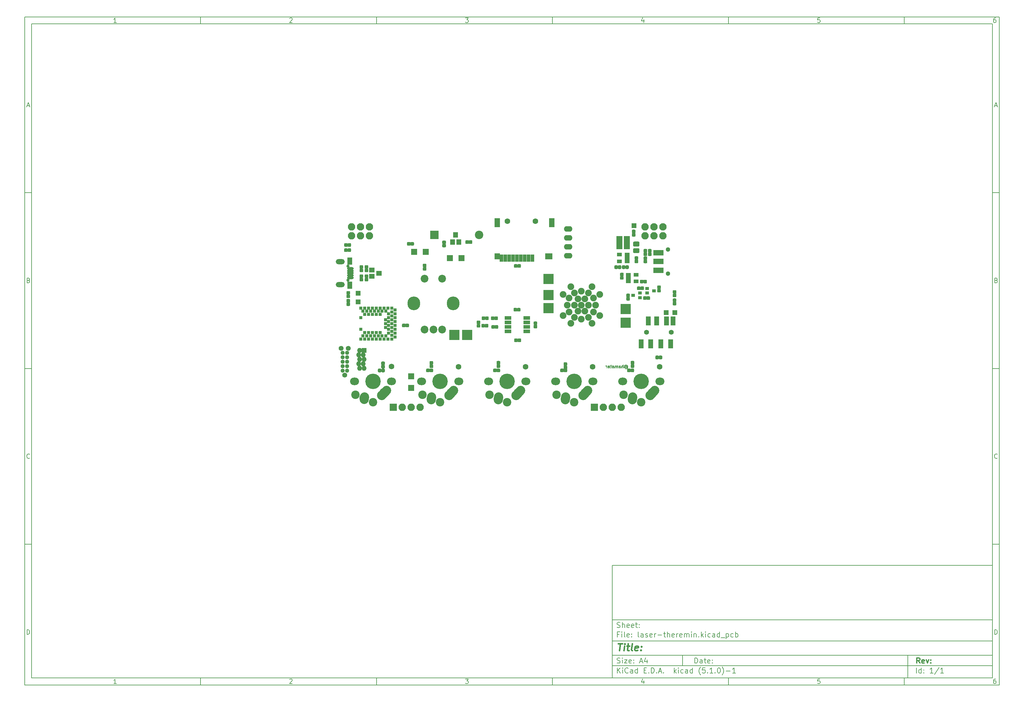
<source format=gbs>
G04 #@! TF.GenerationSoftware,KiCad,Pcbnew,(5.1.0)-1*
G04 #@! TF.CreationDate,2019-06-18T01:36:36-06:00*
G04 #@! TF.ProjectId,laser-theremin,6c617365-722d-4746-9865-72656d696e2e,rev?*
G04 #@! TF.SameCoordinates,Original*
G04 #@! TF.FileFunction,Soldermask,Bot*
G04 #@! TF.FilePolarity,Negative*
%FSLAX46Y46*%
G04 Gerber Fmt 4.6, Leading zero omitted, Abs format (unit mm)*
G04 Created by KiCad (PCBNEW (5.1.0)-1) date 2019-06-18 01:36:36*
%MOMM*%
%LPD*%
G04 APERTURE LIST*
%ADD10C,0.100000*%
%ADD11C,0.150000*%
%ADD12C,0.300000*%
%ADD13C,0.400000*%
%ADD14C,0.010000*%
%ADD15O,1.400000X1.400000*%
%ADD16R,1.400000X1.400000*%
%ADD17R,1.797000X1.797000*%
%ADD18C,2.200000*%
%ADD19O,3.600000X3.900000*%
%ADD20C,1.385520*%
%ADD21C,1.388060*%
%ADD22C,1.184860*%
%ADD23C,0.990000*%
%ADD24C,2.650000*%
%ADD25C,2.650000*%
%ADD26O,2.550000X2.150000*%
%ADD27C,1.600000*%
%ADD28C,2.400000*%
%ADD29C,4.387800*%
%ADD30R,2.400000X2.400000*%
%ADD31C,2.100000*%
%ADD32O,2.100000X2.100000*%
%ADD33R,1.600000X2.600000*%
%ADD34R,2.000000X1.800000*%
%ADD35R,1.600000X1.800000*%
%ADD36R,1.100000X2.000000*%
%ADD37R,2.900000X1.650000*%
%ADD38C,1.300000*%
%ADD39R,1.460000X1.050000*%
%ADD40C,1.375000*%
%ADD41R,1.543000X1.416000*%
%ADD42R,1.400000X1.997660*%
%ADD43O,2.550000X1.450000*%
%ADD44C,0.900000*%
%ADD45O,1.900000X0.800000*%
%ADD46R,1.750000X3.800000*%
%ADD47R,1.416000X1.543000*%
%ADD48R,1.100000X0.850000*%
%ADD49O,2.400000X1.600000*%
%ADD50R,2.900000X2.900000*%
%ADD51R,1.398220X2.647900*%
%ADD52C,1.400000*%
%ADD53R,2.100000X2.100000*%
%ADD54C,1.900000*%
%ADD55R,1.950000X1.000000*%
%ADD56R,0.900000X0.900000*%
G04 APERTURE END LIST*
D10*
D11*
X177002200Y-166007200D02*
X177002200Y-198007200D01*
X285002200Y-198007200D01*
X285002200Y-166007200D01*
X177002200Y-166007200D01*
D10*
D11*
X10000000Y-10000000D02*
X10000000Y-200007200D01*
X287002200Y-200007200D01*
X287002200Y-10000000D01*
X10000000Y-10000000D01*
D10*
D11*
X12000000Y-12000000D02*
X12000000Y-198007200D01*
X285002200Y-198007200D01*
X285002200Y-12000000D01*
X12000000Y-12000000D01*
D10*
D11*
X60000000Y-12000000D02*
X60000000Y-10000000D01*
D10*
D11*
X110000000Y-12000000D02*
X110000000Y-10000000D01*
D10*
D11*
X160000000Y-12000000D02*
X160000000Y-10000000D01*
D10*
D11*
X210000000Y-12000000D02*
X210000000Y-10000000D01*
D10*
D11*
X260000000Y-12000000D02*
X260000000Y-10000000D01*
D10*
D11*
X36065476Y-11588095D02*
X35322619Y-11588095D01*
X35694047Y-11588095D02*
X35694047Y-10288095D01*
X35570238Y-10473809D01*
X35446428Y-10597619D01*
X35322619Y-10659523D01*
D10*
D11*
X85322619Y-10411904D02*
X85384523Y-10350000D01*
X85508333Y-10288095D01*
X85817857Y-10288095D01*
X85941666Y-10350000D01*
X86003571Y-10411904D01*
X86065476Y-10535714D01*
X86065476Y-10659523D01*
X86003571Y-10845238D01*
X85260714Y-11588095D01*
X86065476Y-11588095D01*
D10*
D11*
X135260714Y-10288095D02*
X136065476Y-10288095D01*
X135632142Y-10783333D01*
X135817857Y-10783333D01*
X135941666Y-10845238D01*
X136003571Y-10907142D01*
X136065476Y-11030952D01*
X136065476Y-11340476D01*
X136003571Y-11464285D01*
X135941666Y-11526190D01*
X135817857Y-11588095D01*
X135446428Y-11588095D01*
X135322619Y-11526190D01*
X135260714Y-11464285D01*
D10*
D11*
X185941666Y-10721428D02*
X185941666Y-11588095D01*
X185632142Y-10226190D02*
X185322619Y-11154761D01*
X186127380Y-11154761D01*
D10*
D11*
X236003571Y-10288095D02*
X235384523Y-10288095D01*
X235322619Y-10907142D01*
X235384523Y-10845238D01*
X235508333Y-10783333D01*
X235817857Y-10783333D01*
X235941666Y-10845238D01*
X236003571Y-10907142D01*
X236065476Y-11030952D01*
X236065476Y-11340476D01*
X236003571Y-11464285D01*
X235941666Y-11526190D01*
X235817857Y-11588095D01*
X235508333Y-11588095D01*
X235384523Y-11526190D01*
X235322619Y-11464285D01*
D10*
D11*
X285941666Y-10288095D02*
X285694047Y-10288095D01*
X285570238Y-10350000D01*
X285508333Y-10411904D01*
X285384523Y-10597619D01*
X285322619Y-10845238D01*
X285322619Y-11340476D01*
X285384523Y-11464285D01*
X285446428Y-11526190D01*
X285570238Y-11588095D01*
X285817857Y-11588095D01*
X285941666Y-11526190D01*
X286003571Y-11464285D01*
X286065476Y-11340476D01*
X286065476Y-11030952D01*
X286003571Y-10907142D01*
X285941666Y-10845238D01*
X285817857Y-10783333D01*
X285570238Y-10783333D01*
X285446428Y-10845238D01*
X285384523Y-10907142D01*
X285322619Y-11030952D01*
D10*
D11*
X60000000Y-198007200D02*
X60000000Y-200007200D01*
D10*
D11*
X110000000Y-198007200D02*
X110000000Y-200007200D01*
D10*
D11*
X160000000Y-198007200D02*
X160000000Y-200007200D01*
D10*
D11*
X210000000Y-198007200D02*
X210000000Y-200007200D01*
D10*
D11*
X260000000Y-198007200D02*
X260000000Y-200007200D01*
D10*
D11*
X36065476Y-199595295D02*
X35322619Y-199595295D01*
X35694047Y-199595295D02*
X35694047Y-198295295D01*
X35570238Y-198481009D01*
X35446428Y-198604819D01*
X35322619Y-198666723D01*
D10*
D11*
X85322619Y-198419104D02*
X85384523Y-198357200D01*
X85508333Y-198295295D01*
X85817857Y-198295295D01*
X85941666Y-198357200D01*
X86003571Y-198419104D01*
X86065476Y-198542914D01*
X86065476Y-198666723D01*
X86003571Y-198852438D01*
X85260714Y-199595295D01*
X86065476Y-199595295D01*
D10*
D11*
X135260714Y-198295295D02*
X136065476Y-198295295D01*
X135632142Y-198790533D01*
X135817857Y-198790533D01*
X135941666Y-198852438D01*
X136003571Y-198914342D01*
X136065476Y-199038152D01*
X136065476Y-199347676D01*
X136003571Y-199471485D01*
X135941666Y-199533390D01*
X135817857Y-199595295D01*
X135446428Y-199595295D01*
X135322619Y-199533390D01*
X135260714Y-199471485D01*
D10*
D11*
X185941666Y-198728628D02*
X185941666Y-199595295D01*
X185632142Y-198233390D02*
X185322619Y-199161961D01*
X186127380Y-199161961D01*
D10*
D11*
X236003571Y-198295295D02*
X235384523Y-198295295D01*
X235322619Y-198914342D01*
X235384523Y-198852438D01*
X235508333Y-198790533D01*
X235817857Y-198790533D01*
X235941666Y-198852438D01*
X236003571Y-198914342D01*
X236065476Y-199038152D01*
X236065476Y-199347676D01*
X236003571Y-199471485D01*
X235941666Y-199533390D01*
X235817857Y-199595295D01*
X235508333Y-199595295D01*
X235384523Y-199533390D01*
X235322619Y-199471485D01*
D10*
D11*
X285941666Y-198295295D02*
X285694047Y-198295295D01*
X285570238Y-198357200D01*
X285508333Y-198419104D01*
X285384523Y-198604819D01*
X285322619Y-198852438D01*
X285322619Y-199347676D01*
X285384523Y-199471485D01*
X285446428Y-199533390D01*
X285570238Y-199595295D01*
X285817857Y-199595295D01*
X285941666Y-199533390D01*
X286003571Y-199471485D01*
X286065476Y-199347676D01*
X286065476Y-199038152D01*
X286003571Y-198914342D01*
X285941666Y-198852438D01*
X285817857Y-198790533D01*
X285570238Y-198790533D01*
X285446428Y-198852438D01*
X285384523Y-198914342D01*
X285322619Y-199038152D01*
D10*
D11*
X10000000Y-60000000D02*
X12000000Y-60000000D01*
D10*
D11*
X10000000Y-110000000D02*
X12000000Y-110000000D01*
D10*
D11*
X10000000Y-160000000D02*
X12000000Y-160000000D01*
D10*
D11*
X10690476Y-35216666D02*
X11309523Y-35216666D01*
X10566666Y-35588095D02*
X11000000Y-34288095D01*
X11433333Y-35588095D01*
D10*
D11*
X11092857Y-84907142D02*
X11278571Y-84969047D01*
X11340476Y-85030952D01*
X11402380Y-85154761D01*
X11402380Y-85340476D01*
X11340476Y-85464285D01*
X11278571Y-85526190D01*
X11154761Y-85588095D01*
X10659523Y-85588095D01*
X10659523Y-84288095D01*
X11092857Y-84288095D01*
X11216666Y-84350000D01*
X11278571Y-84411904D01*
X11340476Y-84535714D01*
X11340476Y-84659523D01*
X11278571Y-84783333D01*
X11216666Y-84845238D01*
X11092857Y-84907142D01*
X10659523Y-84907142D01*
D10*
D11*
X11402380Y-135464285D02*
X11340476Y-135526190D01*
X11154761Y-135588095D01*
X11030952Y-135588095D01*
X10845238Y-135526190D01*
X10721428Y-135402380D01*
X10659523Y-135278571D01*
X10597619Y-135030952D01*
X10597619Y-134845238D01*
X10659523Y-134597619D01*
X10721428Y-134473809D01*
X10845238Y-134350000D01*
X11030952Y-134288095D01*
X11154761Y-134288095D01*
X11340476Y-134350000D01*
X11402380Y-134411904D01*
D10*
D11*
X10659523Y-185588095D02*
X10659523Y-184288095D01*
X10969047Y-184288095D01*
X11154761Y-184350000D01*
X11278571Y-184473809D01*
X11340476Y-184597619D01*
X11402380Y-184845238D01*
X11402380Y-185030952D01*
X11340476Y-185278571D01*
X11278571Y-185402380D01*
X11154761Y-185526190D01*
X10969047Y-185588095D01*
X10659523Y-185588095D01*
D10*
D11*
X287002200Y-60000000D02*
X285002200Y-60000000D01*
D10*
D11*
X287002200Y-110000000D02*
X285002200Y-110000000D01*
D10*
D11*
X287002200Y-160000000D02*
X285002200Y-160000000D01*
D10*
D11*
X285692676Y-35216666D02*
X286311723Y-35216666D01*
X285568866Y-35588095D02*
X286002200Y-34288095D01*
X286435533Y-35588095D01*
D10*
D11*
X286095057Y-84907142D02*
X286280771Y-84969047D01*
X286342676Y-85030952D01*
X286404580Y-85154761D01*
X286404580Y-85340476D01*
X286342676Y-85464285D01*
X286280771Y-85526190D01*
X286156961Y-85588095D01*
X285661723Y-85588095D01*
X285661723Y-84288095D01*
X286095057Y-84288095D01*
X286218866Y-84350000D01*
X286280771Y-84411904D01*
X286342676Y-84535714D01*
X286342676Y-84659523D01*
X286280771Y-84783333D01*
X286218866Y-84845238D01*
X286095057Y-84907142D01*
X285661723Y-84907142D01*
D10*
D11*
X286404580Y-135464285D02*
X286342676Y-135526190D01*
X286156961Y-135588095D01*
X286033152Y-135588095D01*
X285847438Y-135526190D01*
X285723628Y-135402380D01*
X285661723Y-135278571D01*
X285599819Y-135030952D01*
X285599819Y-134845238D01*
X285661723Y-134597619D01*
X285723628Y-134473809D01*
X285847438Y-134350000D01*
X286033152Y-134288095D01*
X286156961Y-134288095D01*
X286342676Y-134350000D01*
X286404580Y-134411904D01*
D10*
D11*
X285661723Y-185588095D02*
X285661723Y-184288095D01*
X285971247Y-184288095D01*
X286156961Y-184350000D01*
X286280771Y-184473809D01*
X286342676Y-184597619D01*
X286404580Y-184845238D01*
X286404580Y-185030952D01*
X286342676Y-185278571D01*
X286280771Y-185402380D01*
X286156961Y-185526190D01*
X285971247Y-185588095D01*
X285661723Y-185588095D01*
D10*
D11*
X200434342Y-193785771D02*
X200434342Y-192285771D01*
X200791485Y-192285771D01*
X201005771Y-192357200D01*
X201148628Y-192500057D01*
X201220057Y-192642914D01*
X201291485Y-192928628D01*
X201291485Y-193142914D01*
X201220057Y-193428628D01*
X201148628Y-193571485D01*
X201005771Y-193714342D01*
X200791485Y-193785771D01*
X200434342Y-193785771D01*
X202577200Y-193785771D02*
X202577200Y-193000057D01*
X202505771Y-192857200D01*
X202362914Y-192785771D01*
X202077200Y-192785771D01*
X201934342Y-192857200D01*
X202577200Y-193714342D02*
X202434342Y-193785771D01*
X202077200Y-193785771D01*
X201934342Y-193714342D01*
X201862914Y-193571485D01*
X201862914Y-193428628D01*
X201934342Y-193285771D01*
X202077200Y-193214342D01*
X202434342Y-193214342D01*
X202577200Y-193142914D01*
X203077200Y-192785771D02*
X203648628Y-192785771D01*
X203291485Y-192285771D02*
X203291485Y-193571485D01*
X203362914Y-193714342D01*
X203505771Y-193785771D01*
X203648628Y-193785771D01*
X204720057Y-193714342D02*
X204577200Y-193785771D01*
X204291485Y-193785771D01*
X204148628Y-193714342D01*
X204077200Y-193571485D01*
X204077200Y-193000057D01*
X204148628Y-192857200D01*
X204291485Y-192785771D01*
X204577200Y-192785771D01*
X204720057Y-192857200D01*
X204791485Y-193000057D01*
X204791485Y-193142914D01*
X204077200Y-193285771D01*
X205434342Y-193642914D02*
X205505771Y-193714342D01*
X205434342Y-193785771D01*
X205362914Y-193714342D01*
X205434342Y-193642914D01*
X205434342Y-193785771D01*
X205434342Y-192857200D02*
X205505771Y-192928628D01*
X205434342Y-193000057D01*
X205362914Y-192928628D01*
X205434342Y-192857200D01*
X205434342Y-193000057D01*
D10*
D11*
X177002200Y-194507200D02*
X285002200Y-194507200D01*
D10*
D11*
X178434342Y-196585771D02*
X178434342Y-195085771D01*
X179291485Y-196585771D02*
X178648628Y-195728628D01*
X179291485Y-195085771D02*
X178434342Y-195942914D01*
X179934342Y-196585771D02*
X179934342Y-195585771D01*
X179934342Y-195085771D02*
X179862914Y-195157200D01*
X179934342Y-195228628D01*
X180005771Y-195157200D01*
X179934342Y-195085771D01*
X179934342Y-195228628D01*
X181505771Y-196442914D02*
X181434342Y-196514342D01*
X181220057Y-196585771D01*
X181077200Y-196585771D01*
X180862914Y-196514342D01*
X180720057Y-196371485D01*
X180648628Y-196228628D01*
X180577200Y-195942914D01*
X180577200Y-195728628D01*
X180648628Y-195442914D01*
X180720057Y-195300057D01*
X180862914Y-195157200D01*
X181077200Y-195085771D01*
X181220057Y-195085771D01*
X181434342Y-195157200D01*
X181505771Y-195228628D01*
X182791485Y-196585771D02*
X182791485Y-195800057D01*
X182720057Y-195657200D01*
X182577200Y-195585771D01*
X182291485Y-195585771D01*
X182148628Y-195657200D01*
X182791485Y-196514342D02*
X182648628Y-196585771D01*
X182291485Y-196585771D01*
X182148628Y-196514342D01*
X182077200Y-196371485D01*
X182077200Y-196228628D01*
X182148628Y-196085771D01*
X182291485Y-196014342D01*
X182648628Y-196014342D01*
X182791485Y-195942914D01*
X184148628Y-196585771D02*
X184148628Y-195085771D01*
X184148628Y-196514342D02*
X184005771Y-196585771D01*
X183720057Y-196585771D01*
X183577200Y-196514342D01*
X183505771Y-196442914D01*
X183434342Y-196300057D01*
X183434342Y-195871485D01*
X183505771Y-195728628D01*
X183577200Y-195657200D01*
X183720057Y-195585771D01*
X184005771Y-195585771D01*
X184148628Y-195657200D01*
X186005771Y-195800057D02*
X186505771Y-195800057D01*
X186720057Y-196585771D02*
X186005771Y-196585771D01*
X186005771Y-195085771D01*
X186720057Y-195085771D01*
X187362914Y-196442914D02*
X187434342Y-196514342D01*
X187362914Y-196585771D01*
X187291485Y-196514342D01*
X187362914Y-196442914D01*
X187362914Y-196585771D01*
X188077200Y-196585771D02*
X188077200Y-195085771D01*
X188434342Y-195085771D01*
X188648628Y-195157200D01*
X188791485Y-195300057D01*
X188862914Y-195442914D01*
X188934342Y-195728628D01*
X188934342Y-195942914D01*
X188862914Y-196228628D01*
X188791485Y-196371485D01*
X188648628Y-196514342D01*
X188434342Y-196585771D01*
X188077200Y-196585771D01*
X189577200Y-196442914D02*
X189648628Y-196514342D01*
X189577200Y-196585771D01*
X189505771Y-196514342D01*
X189577200Y-196442914D01*
X189577200Y-196585771D01*
X190220057Y-196157200D02*
X190934342Y-196157200D01*
X190077200Y-196585771D02*
X190577200Y-195085771D01*
X191077200Y-196585771D01*
X191577200Y-196442914D02*
X191648628Y-196514342D01*
X191577200Y-196585771D01*
X191505771Y-196514342D01*
X191577200Y-196442914D01*
X191577200Y-196585771D01*
X194577200Y-196585771D02*
X194577200Y-195085771D01*
X194720057Y-196014342D02*
X195148628Y-196585771D01*
X195148628Y-195585771D02*
X194577200Y-196157200D01*
X195791485Y-196585771D02*
X195791485Y-195585771D01*
X195791485Y-195085771D02*
X195720057Y-195157200D01*
X195791485Y-195228628D01*
X195862914Y-195157200D01*
X195791485Y-195085771D01*
X195791485Y-195228628D01*
X197148628Y-196514342D02*
X197005771Y-196585771D01*
X196720057Y-196585771D01*
X196577200Y-196514342D01*
X196505771Y-196442914D01*
X196434342Y-196300057D01*
X196434342Y-195871485D01*
X196505771Y-195728628D01*
X196577200Y-195657200D01*
X196720057Y-195585771D01*
X197005771Y-195585771D01*
X197148628Y-195657200D01*
X198434342Y-196585771D02*
X198434342Y-195800057D01*
X198362914Y-195657200D01*
X198220057Y-195585771D01*
X197934342Y-195585771D01*
X197791485Y-195657200D01*
X198434342Y-196514342D02*
X198291485Y-196585771D01*
X197934342Y-196585771D01*
X197791485Y-196514342D01*
X197720057Y-196371485D01*
X197720057Y-196228628D01*
X197791485Y-196085771D01*
X197934342Y-196014342D01*
X198291485Y-196014342D01*
X198434342Y-195942914D01*
X199791485Y-196585771D02*
X199791485Y-195085771D01*
X199791485Y-196514342D02*
X199648628Y-196585771D01*
X199362914Y-196585771D01*
X199220057Y-196514342D01*
X199148628Y-196442914D01*
X199077200Y-196300057D01*
X199077200Y-195871485D01*
X199148628Y-195728628D01*
X199220057Y-195657200D01*
X199362914Y-195585771D01*
X199648628Y-195585771D01*
X199791485Y-195657200D01*
X202077200Y-197157200D02*
X202005771Y-197085771D01*
X201862914Y-196871485D01*
X201791485Y-196728628D01*
X201720057Y-196514342D01*
X201648628Y-196157200D01*
X201648628Y-195871485D01*
X201720057Y-195514342D01*
X201791485Y-195300057D01*
X201862914Y-195157200D01*
X202005771Y-194942914D01*
X202077200Y-194871485D01*
X203362914Y-195085771D02*
X202648628Y-195085771D01*
X202577200Y-195800057D01*
X202648628Y-195728628D01*
X202791485Y-195657200D01*
X203148628Y-195657200D01*
X203291485Y-195728628D01*
X203362914Y-195800057D01*
X203434342Y-195942914D01*
X203434342Y-196300057D01*
X203362914Y-196442914D01*
X203291485Y-196514342D01*
X203148628Y-196585771D01*
X202791485Y-196585771D01*
X202648628Y-196514342D01*
X202577200Y-196442914D01*
X204077200Y-196442914D02*
X204148628Y-196514342D01*
X204077200Y-196585771D01*
X204005771Y-196514342D01*
X204077200Y-196442914D01*
X204077200Y-196585771D01*
X205577200Y-196585771D02*
X204720057Y-196585771D01*
X205148628Y-196585771D02*
X205148628Y-195085771D01*
X205005771Y-195300057D01*
X204862914Y-195442914D01*
X204720057Y-195514342D01*
X206220057Y-196442914D02*
X206291485Y-196514342D01*
X206220057Y-196585771D01*
X206148628Y-196514342D01*
X206220057Y-196442914D01*
X206220057Y-196585771D01*
X207220057Y-195085771D02*
X207362914Y-195085771D01*
X207505771Y-195157200D01*
X207577200Y-195228628D01*
X207648628Y-195371485D01*
X207720057Y-195657200D01*
X207720057Y-196014342D01*
X207648628Y-196300057D01*
X207577200Y-196442914D01*
X207505771Y-196514342D01*
X207362914Y-196585771D01*
X207220057Y-196585771D01*
X207077200Y-196514342D01*
X207005771Y-196442914D01*
X206934342Y-196300057D01*
X206862914Y-196014342D01*
X206862914Y-195657200D01*
X206934342Y-195371485D01*
X207005771Y-195228628D01*
X207077200Y-195157200D01*
X207220057Y-195085771D01*
X208220057Y-197157200D02*
X208291485Y-197085771D01*
X208434342Y-196871485D01*
X208505771Y-196728628D01*
X208577200Y-196514342D01*
X208648628Y-196157200D01*
X208648628Y-195871485D01*
X208577200Y-195514342D01*
X208505771Y-195300057D01*
X208434342Y-195157200D01*
X208291485Y-194942914D01*
X208220057Y-194871485D01*
X209362914Y-196014342D02*
X210505771Y-196014342D01*
X212005771Y-196585771D02*
X211148628Y-196585771D01*
X211577200Y-196585771D02*
X211577200Y-195085771D01*
X211434342Y-195300057D01*
X211291485Y-195442914D01*
X211148628Y-195514342D01*
D10*
D11*
X177002200Y-191507200D02*
X285002200Y-191507200D01*
D10*
D12*
X264411485Y-193785771D02*
X263911485Y-193071485D01*
X263554342Y-193785771D02*
X263554342Y-192285771D01*
X264125771Y-192285771D01*
X264268628Y-192357200D01*
X264340057Y-192428628D01*
X264411485Y-192571485D01*
X264411485Y-192785771D01*
X264340057Y-192928628D01*
X264268628Y-193000057D01*
X264125771Y-193071485D01*
X263554342Y-193071485D01*
X265625771Y-193714342D02*
X265482914Y-193785771D01*
X265197200Y-193785771D01*
X265054342Y-193714342D01*
X264982914Y-193571485D01*
X264982914Y-193000057D01*
X265054342Y-192857200D01*
X265197200Y-192785771D01*
X265482914Y-192785771D01*
X265625771Y-192857200D01*
X265697200Y-193000057D01*
X265697200Y-193142914D01*
X264982914Y-193285771D01*
X266197200Y-192785771D02*
X266554342Y-193785771D01*
X266911485Y-192785771D01*
X267482914Y-193642914D02*
X267554342Y-193714342D01*
X267482914Y-193785771D01*
X267411485Y-193714342D01*
X267482914Y-193642914D01*
X267482914Y-193785771D01*
X267482914Y-192857200D02*
X267554342Y-192928628D01*
X267482914Y-193000057D01*
X267411485Y-192928628D01*
X267482914Y-192857200D01*
X267482914Y-193000057D01*
D10*
D11*
X178362914Y-193714342D02*
X178577200Y-193785771D01*
X178934342Y-193785771D01*
X179077200Y-193714342D01*
X179148628Y-193642914D01*
X179220057Y-193500057D01*
X179220057Y-193357200D01*
X179148628Y-193214342D01*
X179077200Y-193142914D01*
X178934342Y-193071485D01*
X178648628Y-193000057D01*
X178505771Y-192928628D01*
X178434342Y-192857200D01*
X178362914Y-192714342D01*
X178362914Y-192571485D01*
X178434342Y-192428628D01*
X178505771Y-192357200D01*
X178648628Y-192285771D01*
X179005771Y-192285771D01*
X179220057Y-192357200D01*
X179862914Y-193785771D02*
X179862914Y-192785771D01*
X179862914Y-192285771D02*
X179791485Y-192357200D01*
X179862914Y-192428628D01*
X179934342Y-192357200D01*
X179862914Y-192285771D01*
X179862914Y-192428628D01*
X180434342Y-192785771D02*
X181220057Y-192785771D01*
X180434342Y-193785771D01*
X181220057Y-193785771D01*
X182362914Y-193714342D02*
X182220057Y-193785771D01*
X181934342Y-193785771D01*
X181791485Y-193714342D01*
X181720057Y-193571485D01*
X181720057Y-193000057D01*
X181791485Y-192857200D01*
X181934342Y-192785771D01*
X182220057Y-192785771D01*
X182362914Y-192857200D01*
X182434342Y-193000057D01*
X182434342Y-193142914D01*
X181720057Y-193285771D01*
X183077200Y-193642914D02*
X183148628Y-193714342D01*
X183077200Y-193785771D01*
X183005771Y-193714342D01*
X183077200Y-193642914D01*
X183077200Y-193785771D01*
X183077200Y-192857200D02*
X183148628Y-192928628D01*
X183077200Y-193000057D01*
X183005771Y-192928628D01*
X183077200Y-192857200D01*
X183077200Y-193000057D01*
X184862914Y-193357200D02*
X185577200Y-193357200D01*
X184720057Y-193785771D02*
X185220057Y-192285771D01*
X185720057Y-193785771D01*
X186862914Y-192785771D02*
X186862914Y-193785771D01*
X186505771Y-192214342D02*
X186148628Y-193285771D01*
X187077200Y-193285771D01*
D10*
D11*
X263434342Y-196585771D02*
X263434342Y-195085771D01*
X264791485Y-196585771D02*
X264791485Y-195085771D01*
X264791485Y-196514342D02*
X264648628Y-196585771D01*
X264362914Y-196585771D01*
X264220057Y-196514342D01*
X264148628Y-196442914D01*
X264077200Y-196300057D01*
X264077200Y-195871485D01*
X264148628Y-195728628D01*
X264220057Y-195657200D01*
X264362914Y-195585771D01*
X264648628Y-195585771D01*
X264791485Y-195657200D01*
X265505771Y-196442914D02*
X265577200Y-196514342D01*
X265505771Y-196585771D01*
X265434342Y-196514342D01*
X265505771Y-196442914D01*
X265505771Y-196585771D01*
X265505771Y-195657200D02*
X265577200Y-195728628D01*
X265505771Y-195800057D01*
X265434342Y-195728628D01*
X265505771Y-195657200D01*
X265505771Y-195800057D01*
X268148628Y-196585771D02*
X267291485Y-196585771D01*
X267720057Y-196585771D02*
X267720057Y-195085771D01*
X267577200Y-195300057D01*
X267434342Y-195442914D01*
X267291485Y-195514342D01*
X269862914Y-195014342D02*
X268577200Y-196942914D01*
X271148628Y-196585771D02*
X270291485Y-196585771D01*
X270720057Y-196585771D02*
X270720057Y-195085771D01*
X270577200Y-195300057D01*
X270434342Y-195442914D01*
X270291485Y-195514342D01*
D10*
D11*
X177002200Y-187507200D02*
X285002200Y-187507200D01*
D10*
D13*
X178714580Y-188211961D02*
X179857438Y-188211961D01*
X179036009Y-190211961D02*
X179286009Y-188211961D01*
X180274104Y-190211961D02*
X180440771Y-188878628D01*
X180524104Y-188211961D02*
X180416961Y-188307200D01*
X180500295Y-188402438D01*
X180607438Y-188307200D01*
X180524104Y-188211961D01*
X180500295Y-188402438D01*
X181107438Y-188878628D02*
X181869342Y-188878628D01*
X181476485Y-188211961D02*
X181262200Y-189926247D01*
X181333628Y-190116723D01*
X181512200Y-190211961D01*
X181702676Y-190211961D01*
X182655057Y-190211961D02*
X182476485Y-190116723D01*
X182405057Y-189926247D01*
X182619342Y-188211961D01*
X184190771Y-190116723D02*
X183988390Y-190211961D01*
X183607438Y-190211961D01*
X183428866Y-190116723D01*
X183357438Y-189926247D01*
X183452676Y-189164342D01*
X183571723Y-188973866D01*
X183774104Y-188878628D01*
X184155057Y-188878628D01*
X184333628Y-188973866D01*
X184405057Y-189164342D01*
X184381247Y-189354819D01*
X183405057Y-189545295D01*
X185155057Y-190021485D02*
X185238390Y-190116723D01*
X185131247Y-190211961D01*
X185047914Y-190116723D01*
X185155057Y-190021485D01*
X185131247Y-190211961D01*
X185286009Y-188973866D02*
X185369342Y-189069104D01*
X185262200Y-189164342D01*
X185178866Y-189069104D01*
X185286009Y-188973866D01*
X185262200Y-189164342D01*
D10*
D11*
X178934342Y-185600057D02*
X178434342Y-185600057D01*
X178434342Y-186385771D02*
X178434342Y-184885771D01*
X179148628Y-184885771D01*
X179720057Y-186385771D02*
X179720057Y-185385771D01*
X179720057Y-184885771D02*
X179648628Y-184957200D01*
X179720057Y-185028628D01*
X179791485Y-184957200D01*
X179720057Y-184885771D01*
X179720057Y-185028628D01*
X180648628Y-186385771D02*
X180505771Y-186314342D01*
X180434342Y-186171485D01*
X180434342Y-184885771D01*
X181791485Y-186314342D02*
X181648628Y-186385771D01*
X181362914Y-186385771D01*
X181220057Y-186314342D01*
X181148628Y-186171485D01*
X181148628Y-185600057D01*
X181220057Y-185457200D01*
X181362914Y-185385771D01*
X181648628Y-185385771D01*
X181791485Y-185457200D01*
X181862914Y-185600057D01*
X181862914Y-185742914D01*
X181148628Y-185885771D01*
X182505771Y-186242914D02*
X182577200Y-186314342D01*
X182505771Y-186385771D01*
X182434342Y-186314342D01*
X182505771Y-186242914D01*
X182505771Y-186385771D01*
X182505771Y-185457200D02*
X182577200Y-185528628D01*
X182505771Y-185600057D01*
X182434342Y-185528628D01*
X182505771Y-185457200D01*
X182505771Y-185600057D01*
X184577200Y-186385771D02*
X184434342Y-186314342D01*
X184362914Y-186171485D01*
X184362914Y-184885771D01*
X185791485Y-186385771D02*
X185791485Y-185600057D01*
X185720057Y-185457200D01*
X185577200Y-185385771D01*
X185291485Y-185385771D01*
X185148628Y-185457200D01*
X185791485Y-186314342D02*
X185648628Y-186385771D01*
X185291485Y-186385771D01*
X185148628Y-186314342D01*
X185077200Y-186171485D01*
X185077200Y-186028628D01*
X185148628Y-185885771D01*
X185291485Y-185814342D01*
X185648628Y-185814342D01*
X185791485Y-185742914D01*
X186434342Y-186314342D02*
X186577200Y-186385771D01*
X186862914Y-186385771D01*
X187005771Y-186314342D01*
X187077200Y-186171485D01*
X187077200Y-186100057D01*
X187005771Y-185957200D01*
X186862914Y-185885771D01*
X186648628Y-185885771D01*
X186505771Y-185814342D01*
X186434342Y-185671485D01*
X186434342Y-185600057D01*
X186505771Y-185457200D01*
X186648628Y-185385771D01*
X186862914Y-185385771D01*
X187005771Y-185457200D01*
X188291485Y-186314342D02*
X188148628Y-186385771D01*
X187862914Y-186385771D01*
X187720057Y-186314342D01*
X187648628Y-186171485D01*
X187648628Y-185600057D01*
X187720057Y-185457200D01*
X187862914Y-185385771D01*
X188148628Y-185385771D01*
X188291485Y-185457200D01*
X188362914Y-185600057D01*
X188362914Y-185742914D01*
X187648628Y-185885771D01*
X189005771Y-186385771D02*
X189005771Y-185385771D01*
X189005771Y-185671485D02*
X189077200Y-185528628D01*
X189148628Y-185457200D01*
X189291485Y-185385771D01*
X189434342Y-185385771D01*
X189934342Y-185814342D02*
X191077200Y-185814342D01*
X191577200Y-185385771D02*
X192148628Y-185385771D01*
X191791485Y-184885771D02*
X191791485Y-186171485D01*
X191862914Y-186314342D01*
X192005771Y-186385771D01*
X192148628Y-186385771D01*
X192648628Y-186385771D02*
X192648628Y-184885771D01*
X193291485Y-186385771D02*
X193291485Y-185600057D01*
X193220057Y-185457200D01*
X193077200Y-185385771D01*
X192862914Y-185385771D01*
X192720057Y-185457200D01*
X192648628Y-185528628D01*
X194577200Y-186314342D02*
X194434342Y-186385771D01*
X194148628Y-186385771D01*
X194005771Y-186314342D01*
X193934342Y-186171485D01*
X193934342Y-185600057D01*
X194005771Y-185457200D01*
X194148628Y-185385771D01*
X194434342Y-185385771D01*
X194577200Y-185457200D01*
X194648628Y-185600057D01*
X194648628Y-185742914D01*
X193934342Y-185885771D01*
X195291485Y-186385771D02*
X195291485Y-185385771D01*
X195291485Y-185671485D02*
X195362914Y-185528628D01*
X195434342Y-185457200D01*
X195577200Y-185385771D01*
X195720057Y-185385771D01*
X196791485Y-186314342D02*
X196648628Y-186385771D01*
X196362914Y-186385771D01*
X196220057Y-186314342D01*
X196148628Y-186171485D01*
X196148628Y-185600057D01*
X196220057Y-185457200D01*
X196362914Y-185385771D01*
X196648628Y-185385771D01*
X196791485Y-185457200D01*
X196862914Y-185600057D01*
X196862914Y-185742914D01*
X196148628Y-185885771D01*
X197505771Y-186385771D02*
X197505771Y-185385771D01*
X197505771Y-185528628D02*
X197577200Y-185457200D01*
X197720057Y-185385771D01*
X197934342Y-185385771D01*
X198077200Y-185457200D01*
X198148628Y-185600057D01*
X198148628Y-186385771D01*
X198148628Y-185600057D02*
X198220057Y-185457200D01*
X198362914Y-185385771D01*
X198577200Y-185385771D01*
X198720057Y-185457200D01*
X198791485Y-185600057D01*
X198791485Y-186385771D01*
X199505771Y-186385771D02*
X199505771Y-185385771D01*
X199505771Y-184885771D02*
X199434342Y-184957200D01*
X199505771Y-185028628D01*
X199577200Y-184957200D01*
X199505771Y-184885771D01*
X199505771Y-185028628D01*
X200220057Y-185385771D02*
X200220057Y-186385771D01*
X200220057Y-185528628D02*
X200291485Y-185457200D01*
X200434342Y-185385771D01*
X200648628Y-185385771D01*
X200791485Y-185457200D01*
X200862914Y-185600057D01*
X200862914Y-186385771D01*
X201577200Y-186242914D02*
X201648628Y-186314342D01*
X201577200Y-186385771D01*
X201505771Y-186314342D01*
X201577200Y-186242914D01*
X201577200Y-186385771D01*
X202291485Y-186385771D02*
X202291485Y-184885771D01*
X202434342Y-185814342D02*
X202862914Y-186385771D01*
X202862914Y-185385771D02*
X202291485Y-185957200D01*
X203505771Y-186385771D02*
X203505771Y-185385771D01*
X203505771Y-184885771D02*
X203434342Y-184957200D01*
X203505771Y-185028628D01*
X203577200Y-184957200D01*
X203505771Y-184885771D01*
X203505771Y-185028628D01*
X204862914Y-186314342D02*
X204720057Y-186385771D01*
X204434342Y-186385771D01*
X204291485Y-186314342D01*
X204220057Y-186242914D01*
X204148628Y-186100057D01*
X204148628Y-185671485D01*
X204220057Y-185528628D01*
X204291485Y-185457200D01*
X204434342Y-185385771D01*
X204720057Y-185385771D01*
X204862914Y-185457200D01*
X206148628Y-186385771D02*
X206148628Y-185600057D01*
X206077200Y-185457200D01*
X205934342Y-185385771D01*
X205648628Y-185385771D01*
X205505771Y-185457200D01*
X206148628Y-186314342D02*
X206005771Y-186385771D01*
X205648628Y-186385771D01*
X205505771Y-186314342D01*
X205434342Y-186171485D01*
X205434342Y-186028628D01*
X205505771Y-185885771D01*
X205648628Y-185814342D01*
X206005771Y-185814342D01*
X206148628Y-185742914D01*
X207505771Y-186385771D02*
X207505771Y-184885771D01*
X207505771Y-186314342D02*
X207362914Y-186385771D01*
X207077200Y-186385771D01*
X206934342Y-186314342D01*
X206862914Y-186242914D01*
X206791485Y-186100057D01*
X206791485Y-185671485D01*
X206862914Y-185528628D01*
X206934342Y-185457200D01*
X207077200Y-185385771D01*
X207362914Y-185385771D01*
X207505771Y-185457200D01*
X207862914Y-186528628D02*
X209005771Y-186528628D01*
X209362914Y-185385771D02*
X209362914Y-186885771D01*
X209362914Y-185457200D02*
X209505771Y-185385771D01*
X209791485Y-185385771D01*
X209934342Y-185457200D01*
X210005771Y-185528628D01*
X210077200Y-185671485D01*
X210077200Y-186100057D01*
X210005771Y-186242914D01*
X209934342Y-186314342D01*
X209791485Y-186385771D01*
X209505771Y-186385771D01*
X209362914Y-186314342D01*
X211362914Y-186314342D02*
X211220057Y-186385771D01*
X210934342Y-186385771D01*
X210791485Y-186314342D01*
X210720057Y-186242914D01*
X210648628Y-186100057D01*
X210648628Y-185671485D01*
X210720057Y-185528628D01*
X210791485Y-185457200D01*
X210934342Y-185385771D01*
X211220057Y-185385771D01*
X211362914Y-185457200D01*
X212005771Y-186385771D02*
X212005771Y-184885771D01*
X212005771Y-185457200D02*
X212148628Y-185385771D01*
X212434342Y-185385771D01*
X212577200Y-185457200D01*
X212648628Y-185528628D01*
X212720057Y-185671485D01*
X212720057Y-186100057D01*
X212648628Y-186242914D01*
X212577200Y-186314342D01*
X212434342Y-186385771D01*
X212148628Y-186385771D01*
X212005771Y-186314342D01*
D10*
D11*
X177002200Y-181507200D02*
X285002200Y-181507200D01*
D10*
D11*
X178362914Y-183614342D02*
X178577200Y-183685771D01*
X178934342Y-183685771D01*
X179077200Y-183614342D01*
X179148628Y-183542914D01*
X179220057Y-183400057D01*
X179220057Y-183257200D01*
X179148628Y-183114342D01*
X179077200Y-183042914D01*
X178934342Y-182971485D01*
X178648628Y-182900057D01*
X178505771Y-182828628D01*
X178434342Y-182757200D01*
X178362914Y-182614342D01*
X178362914Y-182471485D01*
X178434342Y-182328628D01*
X178505771Y-182257200D01*
X178648628Y-182185771D01*
X179005771Y-182185771D01*
X179220057Y-182257200D01*
X179862914Y-183685771D02*
X179862914Y-182185771D01*
X180505771Y-183685771D02*
X180505771Y-182900057D01*
X180434342Y-182757200D01*
X180291485Y-182685771D01*
X180077200Y-182685771D01*
X179934342Y-182757200D01*
X179862914Y-182828628D01*
X181791485Y-183614342D02*
X181648628Y-183685771D01*
X181362914Y-183685771D01*
X181220057Y-183614342D01*
X181148628Y-183471485D01*
X181148628Y-182900057D01*
X181220057Y-182757200D01*
X181362914Y-182685771D01*
X181648628Y-182685771D01*
X181791485Y-182757200D01*
X181862914Y-182900057D01*
X181862914Y-183042914D01*
X181148628Y-183185771D01*
X183077200Y-183614342D02*
X182934342Y-183685771D01*
X182648628Y-183685771D01*
X182505771Y-183614342D01*
X182434342Y-183471485D01*
X182434342Y-182900057D01*
X182505771Y-182757200D01*
X182648628Y-182685771D01*
X182934342Y-182685771D01*
X183077200Y-182757200D01*
X183148628Y-182900057D01*
X183148628Y-183042914D01*
X182434342Y-183185771D01*
X183577200Y-182685771D02*
X184148628Y-182685771D01*
X183791485Y-182185771D02*
X183791485Y-183471485D01*
X183862914Y-183614342D01*
X184005771Y-183685771D01*
X184148628Y-183685771D01*
X184648628Y-183542914D02*
X184720057Y-183614342D01*
X184648628Y-183685771D01*
X184577200Y-183614342D01*
X184648628Y-183542914D01*
X184648628Y-183685771D01*
X184648628Y-182757200D02*
X184720057Y-182828628D01*
X184648628Y-182900057D01*
X184577200Y-182828628D01*
X184648628Y-182757200D01*
X184648628Y-182900057D01*
D10*
D11*
X197002200Y-191507200D02*
X197002200Y-194507200D01*
D10*
D11*
X261002200Y-191507200D02*
X261002200Y-198007200D01*
D14*
G36*
X175145947Y-109154661D02*
G01*
X175101066Y-109161002D01*
X175060314Y-109172254D01*
X175028600Y-109186489D01*
X175010831Y-109201778D01*
X175008691Y-109208612D01*
X175014567Y-109221330D01*
X175030006Y-109245711D01*
X175051725Y-109276586D01*
X175052749Y-109277980D01*
X175096807Y-109337828D01*
X175147789Y-109312597D01*
X175200517Y-109294745D01*
X175248122Y-109296944D01*
X175293119Y-109319497D01*
X175308263Y-109331849D01*
X175342205Y-109362158D01*
X175348569Y-109872142D01*
X175495728Y-109872142D01*
X175495728Y-109162763D01*
X175347499Y-109162763D01*
X175347499Y-109240839D01*
X175318383Y-109213598D01*
X175273108Y-109178254D01*
X175226996Y-109159074D01*
X175172686Y-109153541D01*
X175145947Y-109154661D01*
X175145947Y-109154661D01*
G37*
X175145947Y-109154661D02*
X175101066Y-109161002D01*
X175060314Y-109172254D01*
X175028600Y-109186489D01*
X175010831Y-109201778D01*
X175008691Y-109208612D01*
X175014567Y-109221330D01*
X175030006Y-109245711D01*
X175051725Y-109276586D01*
X175052749Y-109277980D01*
X175096807Y-109337828D01*
X175147789Y-109312597D01*
X175200517Y-109294745D01*
X175248122Y-109296944D01*
X175293119Y-109319497D01*
X175308263Y-109331849D01*
X175342205Y-109362158D01*
X175348569Y-109872142D01*
X175495728Y-109872142D01*
X175495728Y-109162763D01*
X175347499Y-109162763D01*
X175347499Y-109240839D01*
X175318383Y-109213598D01*
X175273108Y-109178254D01*
X175226996Y-109159074D01*
X175172686Y-109153541D01*
X175145947Y-109154661D01*
G36*
X177804412Y-109157262D02*
G01*
X177745254Y-109178372D01*
X177694192Y-109215468D01*
X177680352Y-109230626D01*
X177663267Y-109252741D01*
X177649762Y-109274790D01*
X177639358Y-109299617D01*
X177631572Y-109330064D01*
X177625923Y-109368973D01*
X177621929Y-109419187D01*
X177619108Y-109483548D01*
X177616981Y-109564897D01*
X177616078Y-109610096D01*
X177611134Y-109872142D01*
X177771023Y-109872142D01*
X177774205Y-109618868D01*
X177775253Y-109539273D01*
X177776334Y-109478078D01*
X177777734Y-109432513D01*
X177779739Y-109399804D01*
X177782635Y-109377179D01*
X177786709Y-109361866D01*
X177792245Y-109351091D01*
X177799531Y-109342082D01*
X177803166Y-109338174D01*
X177844688Y-109308174D01*
X177892906Y-109295543D01*
X177942418Y-109300269D01*
X177987824Y-109322340D01*
X178006113Y-109338600D01*
X178014093Y-109347610D01*
X178020233Y-109357355D01*
X178024816Y-109370605D01*
X178028125Y-109390131D01*
X178030442Y-109418703D01*
X178032049Y-109459090D01*
X178033229Y-109514063D01*
X178034262Y-109586392D01*
X178034674Y-109618868D01*
X178037856Y-109872142D01*
X178185015Y-109872142D01*
X178185074Y-109652447D01*
X178185540Y-109566150D01*
X178187166Y-109498206D01*
X178190367Y-109445806D01*
X178195559Y-109406141D01*
X178203159Y-109376401D01*
X178213584Y-109353776D01*
X178227250Y-109335458D01*
X178232947Y-109329474D01*
X178272192Y-109304101D01*
X178319053Y-109294672D01*
X178367521Y-109300923D01*
X178411591Y-109322587D01*
X178429223Y-109338174D01*
X178437325Y-109347266D01*
X178443559Y-109356965D01*
X178448209Y-109370042D01*
X178451563Y-109389271D01*
X178453906Y-109417424D01*
X178455524Y-109457273D01*
X178456704Y-109511591D01*
X178457731Y-109583151D01*
X178458184Y-109618868D01*
X178461366Y-109872142D01*
X178608525Y-109872142D01*
X178608525Y-109162763D01*
X178460296Y-109162763D01*
X178460296Y-109240839D01*
X178431180Y-109212951D01*
X178382165Y-109178636D01*
X178324999Y-109158630D01*
X178264369Y-109152693D01*
X178204961Y-109160587D01*
X178151462Y-109182076D01*
X178108559Y-109216920D01*
X178098522Y-109229846D01*
X178082715Y-109252591D01*
X178072680Y-109266729D01*
X178071686Y-109268051D01*
X178063532Y-109263428D01*
X178046781Y-109246443D01*
X178034596Y-109232274D01*
X177986758Y-109189643D01*
X177929534Y-109162918D01*
X177867296Y-109152117D01*
X177804412Y-109157262D01*
X177804412Y-109157262D01*
G37*
X177804412Y-109157262D02*
X177745254Y-109178372D01*
X177694192Y-109215468D01*
X177680352Y-109230626D01*
X177663267Y-109252741D01*
X177649762Y-109274790D01*
X177639358Y-109299617D01*
X177631572Y-109330064D01*
X177625923Y-109368973D01*
X177621929Y-109419187D01*
X177619108Y-109483548D01*
X177616981Y-109564897D01*
X177616078Y-109610096D01*
X177611134Y-109872142D01*
X177771023Y-109872142D01*
X177774205Y-109618868D01*
X177775253Y-109539273D01*
X177776334Y-109478078D01*
X177777734Y-109432513D01*
X177779739Y-109399804D01*
X177782635Y-109377179D01*
X177786709Y-109361866D01*
X177792245Y-109351091D01*
X177799531Y-109342082D01*
X177803166Y-109338174D01*
X177844688Y-109308174D01*
X177892906Y-109295543D01*
X177942418Y-109300269D01*
X177987824Y-109322340D01*
X178006113Y-109338600D01*
X178014093Y-109347610D01*
X178020233Y-109357355D01*
X178024816Y-109370605D01*
X178028125Y-109390131D01*
X178030442Y-109418703D01*
X178032049Y-109459090D01*
X178033229Y-109514063D01*
X178034262Y-109586392D01*
X178034674Y-109618868D01*
X178037856Y-109872142D01*
X178185015Y-109872142D01*
X178185074Y-109652447D01*
X178185540Y-109566150D01*
X178187166Y-109498206D01*
X178190367Y-109445806D01*
X178195559Y-109406141D01*
X178203159Y-109376401D01*
X178213584Y-109353776D01*
X178227250Y-109335458D01*
X178232947Y-109329474D01*
X178272192Y-109304101D01*
X178319053Y-109294672D01*
X178367521Y-109300923D01*
X178411591Y-109322587D01*
X178429223Y-109338174D01*
X178437325Y-109347266D01*
X178443559Y-109356965D01*
X178448209Y-109370042D01*
X178451563Y-109389271D01*
X178453906Y-109417424D01*
X178455524Y-109457273D01*
X178456704Y-109511591D01*
X178457731Y-109583151D01*
X178458184Y-109618868D01*
X178461366Y-109872142D01*
X178608525Y-109872142D01*
X178608525Y-109162763D01*
X178460296Y-109162763D01*
X178460296Y-109240839D01*
X178431180Y-109212951D01*
X178382165Y-109178636D01*
X178324999Y-109158630D01*
X178264369Y-109152693D01*
X178204961Y-109160587D01*
X178151462Y-109182076D01*
X178108559Y-109216920D01*
X178098522Y-109229846D01*
X178082715Y-109252591D01*
X178072680Y-109266729D01*
X178071686Y-109268051D01*
X178063532Y-109263428D01*
X178046781Y-109246443D01*
X178034596Y-109232274D01*
X177986758Y-109189643D01*
X177929534Y-109162918D01*
X177867296Y-109152117D01*
X177804412Y-109157262D01*
G36*
X179974344Y-109225854D02*
G01*
X179925795Y-109191662D01*
X179900026Y-109174638D01*
X179877776Y-109164448D01*
X179852100Y-109159354D01*
X179816054Y-109157620D01*
X179789056Y-109157470D01*
X179743974Y-109158138D01*
X179713231Y-109161227D01*
X179690004Y-109168362D01*
X179667472Y-109181168D01*
X179655714Y-109189233D01*
X179615407Y-109226817D01*
X179583345Y-109273935D01*
X179575054Y-109290604D01*
X179568607Y-109306345D01*
X179563732Y-109324046D01*
X179560157Y-109346595D01*
X179557610Y-109376880D01*
X179555820Y-109417788D01*
X179554513Y-109472209D01*
X179553419Y-109543030D01*
X179552690Y-109599508D01*
X179549252Y-109872142D01*
X179697654Y-109872142D01*
X179701005Y-109625977D01*
X179702376Y-109540351D01*
X179704349Y-109473278D01*
X179707625Y-109422134D01*
X179712903Y-109384296D01*
X179720886Y-109357142D01*
X179732274Y-109338049D01*
X179747768Y-109324393D01*
X179768068Y-109313552D01*
X179786545Y-109305821D01*
X179837244Y-109294384D01*
X179885998Y-109299088D01*
X179927833Y-109318417D01*
X179957772Y-109350857D01*
X179962124Y-109359283D01*
X179966880Y-109381527D01*
X179970477Y-109424722D01*
X179972907Y-109488675D01*
X179974159Y-109573193D01*
X179974344Y-109629122D01*
X179974344Y-109872142D01*
X180133160Y-109872142D01*
X180133160Y-108876894D01*
X179974344Y-108876894D01*
X179974344Y-109225854D01*
X179974344Y-109225854D01*
G37*
X179974344Y-109225854D02*
X179925795Y-109191662D01*
X179900026Y-109174638D01*
X179877776Y-109164448D01*
X179852100Y-109159354D01*
X179816054Y-109157620D01*
X179789056Y-109157470D01*
X179743974Y-109158138D01*
X179713231Y-109161227D01*
X179690004Y-109168362D01*
X179667472Y-109181168D01*
X179655714Y-109189233D01*
X179615407Y-109226817D01*
X179583345Y-109273935D01*
X179575054Y-109290604D01*
X179568607Y-109306345D01*
X179563732Y-109324046D01*
X179560157Y-109346595D01*
X179557610Y-109376880D01*
X179555820Y-109417788D01*
X179554513Y-109472209D01*
X179553419Y-109543030D01*
X179552690Y-109599508D01*
X179549252Y-109872142D01*
X179697654Y-109872142D01*
X179701005Y-109625977D01*
X179702376Y-109540351D01*
X179704349Y-109473278D01*
X179707625Y-109422134D01*
X179712903Y-109384296D01*
X179720886Y-109357142D01*
X179732274Y-109338049D01*
X179747768Y-109324393D01*
X179768068Y-109313552D01*
X179786545Y-109305821D01*
X179837244Y-109294384D01*
X179885998Y-109299088D01*
X179927833Y-109318417D01*
X179957772Y-109350857D01*
X179962124Y-109359283D01*
X179966880Y-109381527D01*
X179970477Y-109424722D01*
X179972907Y-109488675D01*
X179974159Y-109573193D01*
X179974344Y-109629122D01*
X179974344Y-109872142D01*
X180133160Y-109872142D01*
X180133160Y-108876894D01*
X179974344Y-108876894D01*
X179974344Y-109225854D01*
G36*
X175909777Y-109156118D02*
G01*
X175843429Y-109176344D01*
X175836318Y-109179740D01*
X175779195Y-109218459D01*
X175735180Y-109271628D01*
X175703775Y-109340209D01*
X175684477Y-109425166D01*
X175678608Y-109482714D01*
X175672585Y-109575686D01*
X175896495Y-109575686D01*
X175974049Y-109575663D01*
X176032614Y-109576185D01*
X176074372Y-109578140D01*
X176101506Y-109582414D01*
X176116199Y-109589894D01*
X176120634Y-109601467D01*
X176116993Y-109618019D01*
X176107460Y-109640437D01*
X176099354Y-109658098D01*
X176069524Y-109700386D01*
X176027133Y-109728606D01*
X175975925Y-109742200D01*
X175919644Y-109740612D01*
X175862035Y-109723283D01*
X175820257Y-109699655D01*
X175790097Y-109678635D01*
X175740849Y-109728436D01*
X175691601Y-109778236D01*
X175728432Y-109809453D01*
X175787935Y-109848017D01*
X175859214Y-109872044D01*
X175944429Y-109882187D01*
X175969926Y-109882631D01*
X176017208Y-109881823D01*
X176050598Y-109878482D01*
X176077355Y-109871050D01*
X176104739Y-109857967D01*
X176117092Y-109851033D01*
X176165770Y-109818338D01*
X176202532Y-109781298D01*
X176228759Y-109736688D01*
X176245833Y-109681283D01*
X176255133Y-109611856D01*
X176258042Y-109525182D01*
X176258045Y-109521813D01*
X176256291Y-109459220D01*
X176122087Y-109459220D01*
X175973017Y-109459220D01*
X175914249Y-109459117D01*
X175873404Y-109458458D01*
X175847229Y-109456725D01*
X175832472Y-109453395D01*
X175825881Y-109447950D01*
X175824201Y-109439867D01*
X175824180Y-109435398D01*
X175831570Y-109397776D01*
X175849981Y-109357884D01*
X175874768Y-109323985D01*
X175896704Y-109306400D01*
X175949085Y-109289623D01*
X175999474Y-109292332D01*
X176044811Y-109312865D01*
X176082037Y-109349560D01*
X176108092Y-109400755D01*
X176114677Y-109424810D01*
X176122087Y-109459220D01*
X176256291Y-109459220D01*
X176255705Y-109438337D01*
X176247934Y-109371762D01*
X176233607Y-109318255D01*
X176211598Y-109273985D01*
X176180781Y-109235118D01*
X176170911Y-109225157D01*
X176117250Y-109186896D01*
X176052179Y-109162139D01*
X175981191Y-109151631D01*
X175909777Y-109156118D01*
X175909777Y-109156118D01*
G37*
X175909777Y-109156118D02*
X175843429Y-109176344D01*
X175836318Y-109179740D01*
X175779195Y-109218459D01*
X175735180Y-109271628D01*
X175703775Y-109340209D01*
X175684477Y-109425166D01*
X175678608Y-109482714D01*
X175672585Y-109575686D01*
X175896495Y-109575686D01*
X175974049Y-109575663D01*
X176032614Y-109576185D01*
X176074372Y-109578140D01*
X176101506Y-109582414D01*
X176116199Y-109589894D01*
X176120634Y-109601467D01*
X176116993Y-109618019D01*
X176107460Y-109640437D01*
X176099354Y-109658098D01*
X176069524Y-109700386D01*
X176027133Y-109728606D01*
X175975925Y-109742200D01*
X175919644Y-109740612D01*
X175862035Y-109723283D01*
X175820257Y-109699655D01*
X175790097Y-109678635D01*
X175740849Y-109728436D01*
X175691601Y-109778236D01*
X175728432Y-109809453D01*
X175787935Y-109848017D01*
X175859214Y-109872044D01*
X175944429Y-109882187D01*
X175969926Y-109882631D01*
X176017208Y-109881823D01*
X176050598Y-109878482D01*
X176077355Y-109871050D01*
X176104739Y-109857967D01*
X176117092Y-109851033D01*
X176165770Y-109818338D01*
X176202532Y-109781298D01*
X176228759Y-109736688D01*
X176245833Y-109681283D01*
X176255133Y-109611856D01*
X176258042Y-109525182D01*
X176258045Y-109521813D01*
X176256291Y-109459220D01*
X176122087Y-109459220D01*
X175973017Y-109459220D01*
X175914249Y-109459117D01*
X175873404Y-109458458D01*
X175847229Y-109456725D01*
X175832472Y-109453395D01*
X175825881Y-109447950D01*
X175824201Y-109439867D01*
X175824180Y-109435398D01*
X175831570Y-109397776D01*
X175849981Y-109357884D01*
X175874768Y-109323985D01*
X175896704Y-109306400D01*
X175949085Y-109289623D01*
X175999474Y-109292332D01*
X176044811Y-109312865D01*
X176082037Y-109349560D01*
X176108092Y-109400755D01*
X176114677Y-109424810D01*
X176122087Y-109459220D01*
X176256291Y-109459220D01*
X176255705Y-109438337D01*
X176247934Y-109371762D01*
X176233607Y-109318255D01*
X176211598Y-109273985D01*
X176180781Y-109235118D01*
X176170911Y-109225157D01*
X176117250Y-109186896D01*
X176052179Y-109162139D01*
X175981191Y-109151631D01*
X175909777Y-109156118D01*
G36*
X176533327Y-109162763D02*
G01*
X176427449Y-109162763D01*
X176427449Y-109300404D01*
X176533327Y-109300404D01*
X176533327Y-109496974D01*
X176532735Y-109566643D01*
X176531063Y-109626349D01*
X176528463Y-109673059D01*
X176525088Y-109703742D01*
X176522366Y-109714022D01*
X176506756Y-109728876D01*
X176477882Y-109734343D01*
X176469428Y-109734502D01*
X176427449Y-109734502D01*
X176427449Y-109882730D01*
X176488329Y-109881502D01*
X176525699Y-109879924D01*
X176556864Y-109877177D01*
X176569942Y-109875007D01*
X176614497Y-109853615D01*
X176650533Y-109816870D01*
X176658233Y-109804397D01*
X176664316Y-109790245D01*
X176669041Y-109770907D01*
X176672636Y-109743515D01*
X176675331Y-109705203D01*
X176677357Y-109653104D01*
X176678943Y-109584351D01*
X176679748Y-109535981D01*
X176683316Y-109300404D01*
X176755669Y-109300404D01*
X176755669Y-109162763D01*
X176681555Y-109162763D01*
X176681555Y-108951009D01*
X176533327Y-108951009D01*
X176533327Y-109162763D01*
X176533327Y-109162763D01*
G37*
X176533327Y-109162763D02*
X176427449Y-109162763D01*
X176427449Y-109300404D01*
X176533327Y-109300404D01*
X176533327Y-109496974D01*
X176532735Y-109566643D01*
X176531063Y-109626349D01*
X176528463Y-109673059D01*
X176525088Y-109703742D01*
X176522366Y-109714022D01*
X176506756Y-109728876D01*
X176477882Y-109734343D01*
X176469428Y-109734502D01*
X176427449Y-109734502D01*
X176427449Y-109882730D01*
X176488329Y-109881502D01*
X176525699Y-109879924D01*
X176556864Y-109877177D01*
X176569942Y-109875007D01*
X176614497Y-109853615D01*
X176650533Y-109816870D01*
X176658233Y-109804397D01*
X176664316Y-109790245D01*
X176669041Y-109770907D01*
X176672636Y-109743515D01*
X176675331Y-109705203D01*
X176677357Y-109653104D01*
X176678943Y-109584351D01*
X176679748Y-109535981D01*
X176683316Y-109300404D01*
X176755669Y-109300404D01*
X176755669Y-109162763D01*
X176681555Y-109162763D01*
X176681555Y-108951009D01*
X176533327Y-108951009D01*
X176533327Y-109162763D01*
G36*
X177126650Y-109152681D02*
G01*
X177048219Y-109163891D01*
X176971386Y-109186207D01*
X176911839Y-109213097D01*
X176883973Y-109229217D01*
X176865806Y-109241797D01*
X176861764Y-109246501D01*
X176868333Y-109257096D01*
X176885278Y-109278631D01*
X176907144Y-109304377D01*
X176952306Y-109355996D01*
X177010157Y-109326466D01*
X177054718Y-109307548D01*
X177101951Y-109296678D01*
X177149547Y-109292046D01*
X177191119Y-109289976D01*
X177217782Y-109290894D01*
X177235748Y-109296293D01*
X177251232Y-109307670D01*
X177263365Y-109319435D01*
X177283548Y-109344115D01*
X177294803Y-109366610D01*
X177295644Y-109372063D01*
X177291622Y-109392987D01*
X177277827Y-109409185D01*
X177251665Y-109421729D01*
X177210543Y-109431690D01*
X177151866Y-109440140D01*
X177123203Y-109443305D01*
X177054326Y-109451673D01*
X177002554Y-109461340D01*
X176963818Y-109473753D01*
X176934048Y-109490357D01*
X176909175Y-109512598D01*
X176900506Y-109522417D01*
X176876580Y-109565530D01*
X176864247Y-109619999D01*
X176863568Y-109679424D01*
X176874602Y-109737400D01*
X176897410Y-109787528D01*
X176898017Y-109788453D01*
X176927716Y-109823592D01*
X176965581Y-109849139D01*
X177014827Y-109866271D01*
X177078668Y-109876164D01*
X177147416Y-109879775D01*
X177220417Y-109879559D01*
X177276376Y-109875526D01*
X177311526Y-109868424D01*
X177353626Y-109852182D01*
X177395560Y-109832067D01*
X177432769Y-109810761D01*
X177460698Y-109790945D01*
X177474788Y-109775302D01*
X177475636Y-109771861D01*
X177469323Y-109760168D01*
X177452885Y-109737657D01*
X177433059Y-109713057D01*
X177390483Y-109662204D01*
X177331289Y-109697849D01*
X177272296Y-109726597D01*
X177211748Y-109744254D01*
X177153195Y-109750968D01*
X177100181Y-109746885D01*
X177056255Y-109732156D01*
X177024962Y-109706928D01*
X177012931Y-109684532D01*
X177006436Y-109652596D01*
X177011902Y-109627748D01*
X177031196Y-109608804D01*
X177066184Y-109594584D01*
X177118731Y-109583907D01*
X177183974Y-109576216D01*
X177265761Y-109565563D01*
X177328684Y-109549964D01*
X177374788Y-109527837D01*
X177406116Y-109497598D01*
X177424711Y-109457665D01*
X177432618Y-109406455D01*
X177433245Y-109383148D01*
X177430542Y-109326028D01*
X177420863Y-109282918D01*
X177401962Y-109247191D01*
X177377339Y-109218059D01*
X177332025Y-109185266D01*
X177272505Y-109163411D01*
X177202729Y-109152535D01*
X177126650Y-109152681D01*
X177126650Y-109152681D01*
G37*
X177126650Y-109152681D02*
X177048219Y-109163891D01*
X176971386Y-109186207D01*
X176911839Y-109213097D01*
X176883973Y-109229217D01*
X176865806Y-109241797D01*
X176861764Y-109246501D01*
X176868333Y-109257096D01*
X176885278Y-109278631D01*
X176907144Y-109304377D01*
X176952306Y-109355996D01*
X177010157Y-109326466D01*
X177054718Y-109307548D01*
X177101951Y-109296678D01*
X177149547Y-109292046D01*
X177191119Y-109289976D01*
X177217782Y-109290894D01*
X177235748Y-109296293D01*
X177251232Y-109307670D01*
X177263365Y-109319435D01*
X177283548Y-109344115D01*
X177294803Y-109366610D01*
X177295644Y-109372063D01*
X177291622Y-109392987D01*
X177277827Y-109409185D01*
X177251665Y-109421729D01*
X177210543Y-109431690D01*
X177151866Y-109440140D01*
X177123203Y-109443305D01*
X177054326Y-109451673D01*
X177002554Y-109461340D01*
X176963818Y-109473753D01*
X176934048Y-109490357D01*
X176909175Y-109512598D01*
X176900506Y-109522417D01*
X176876580Y-109565530D01*
X176864247Y-109619999D01*
X176863568Y-109679424D01*
X176874602Y-109737400D01*
X176897410Y-109787528D01*
X176898017Y-109788453D01*
X176927716Y-109823592D01*
X176965581Y-109849139D01*
X177014827Y-109866271D01*
X177078668Y-109876164D01*
X177147416Y-109879775D01*
X177220417Y-109879559D01*
X177276376Y-109875526D01*
X177311526Y-109868424D01*
X177353626Y-109852182D01*
X177395560Y-109832067D01*
X177432769Y-109810761D01*
X177460698Y-109790945D01*
X177474788Y-109775302D01*
X177475636Y-109771861D01*
X177469323Y-109760168D01*
X177452885Y-109737657D01*
X177433059Y-109713057D01*
X177390483Y-109662204D01*
X177331289Y-109697849D01*
X177272296Y-109726597D01*
X177211748Y-109744254D01*
X177153195Y-109750968D01*
X177100181Y-109746885D01*
X177056255Y-109732156D01*
X177024962Y-109706928D01*
X177012931Y-109684532D01*
X177006436Y-109652596D01*
X177011902Y-109627748D01*
X177031196Y-109608804D01*
X177066184Y-109594584D01*
X177118731Y-109583907D01*
X177183974Y-109576216D01*
X177265761Y-109565563D01*
X177328684Y-109549964D01*
X177374788Y-109527837D01*
X177406116Y-109497598D01*
X177424711Y-109457665D01*
X177432618Y-109406455D01*
X177433245Y-109383148D01*
X177430542Y-109326028D01*
X177420863Y-109282918D01*
X177401962Y-109247191D01*
X177377339Y-109218059D01*
X177332025Y-109185266D01*
X177272505Y-109163411D01*
X177202729Y-109152535D01*
X177126650Y-109152681D01*
G36*
X179025799Y-109160027D02*
G01*
X178971961Y-109168877D01*
X178929285Y-109185786D01*
X178893008Y-109212519D01*
X178864590Y-109243142D01*
X178848472Y-109264866D01*
X178835799Y-109288271D01*
X178826172Y-109316126D01*
X178819189Y-109351203D01*
X178814450Y-109396269D01*
X178811555Y-109454094D01*
X178810102Y-109527449D01*
X178809692Y-109619102D01*
X178809692Y-109872142D01*
X178878512Y-109872142D01*
X178915727Y-109871497D01*
X178936474Y-109868585D01*
X178945445Y-109861940D01*
X178947332Y-109850650D01*
X178948351Y-109837475D01*
X178954717Y-109836122D01*
X178971390Y-109846994D01*
X178979951Y-109853297D01*
X178998643Y-109864979D01*
X179020184Y-109872516D01*
X179049989Y-109876982D01*
X179093471Y-109879453D01*
X179114945Y-109880098D01*
X179187710Y-109879354D01*
X179240316Y-109872826D01*
X179258028Y-109867766D01*
X179311959Y-109839539D01*
X179349812Y-109799671D01*
X179372586Y-109746535D01*
X179381279Y-109678505D01*
X179381338Y-109673880D01*
X179242665Y-109673880D01*
X179229247Y-109710006D01*
X179200289Y-109739275D01*
X179181463Y-109749282D01*
X179119976Y-109764083D01*
X179049838Y-109760583D01*
X179026741Y-109755947D01*
X178987267Y-109741301D01*
X178962509Y-109717049D01*
X178950056Y-109679609D01*
X178947332Y-109638039D01*
X178947332Y-109575686D01*
X179069573Y-109575686D01*
X179122537Y-109575952D01*
X179158751Y-109577269D01*
X179182641Y-109580412D01*
X179198629Y-109586157D01*
X179211141Y-109595279D01*
X179217801Y-109601674D01*
X179239272Y-109636051D01*
X179242665Y-109673880D01*
X179381338Y-109673880D01*
X179381430Y-109666711D01*
X179376786Y-109601983D01*
X179361758Y-109550375D01*
X179334706Y-109510730D01*
X179293985Y-109481891D01*
X179237955Y-109462700D01*
X179164972Y-109452000D01*
X179073394Y-109448633D01*
X178946373Y-109448633D01*
X178953335Y-109408929D01*
X178971598Y-109354641D01*
X179003492Y-109315496D01*
X179047080Y-109292286D01*
X179100421Y-109285802D01*
X179161577Y-109296835D01*
X179196008Y-109309841D01*
X179246924Y-109332363D01*
X179298295Y-109299398D01*
X179326049Y-109280370D01*
X179344702Y-109265248D01*
X179349667Y-109258795D01*
X179341003Y-109244047D01*
X179318100Y-109223404D01*
X179285591Y-109200573D01*
X179254377Y-109182487D01*
X179229416Y-109170830D01*
X179204313Y-109163420D01*
X179173260Y-109159344D01*
X179130451Y-109157685D01*
X179095561Y-109157470D01*
X179025799Y-109160027D01*
X179025799Y-109160027D01*
G37*
X179025799Y-109160027D02*
X178971961Y-109168877D01*
X178929285Y-109185786D01*
X178893008Y-109212519D01*
X178864590Y-109243142D01*
X178848472Y-109264866D01*
X178835799Y-109288271D01*
X178826172Y-109316126D01*
X178819189Y-109351203D01*
X178814450Y-109396269D01*
X178811555Y-109454094D01*
X178810102Y-109527449D01*
X178809692Y-109619102D01*
X178809692Y-109872142D01*
X178878512Y-109872142D01*
X178915727Y-109871497D01*
X178936474Y-109868585D01*
X178945445Y-109861940D01*
X178947332Y-109850650D01*
X178948351Y-109837475D01*
X178954717Y-109836122D01*
X178971390Y-109846994D01*
X178979951Y-109853297D01*
X178998643Y-109864979D01*
X179020184Y-109872516D01*
X179049989Y-109876982D01*
X179093471Y-109879453D01*
X179114945Y-109880098D01*
X179187710Y-109879354D01*
X179240316Y-109872826D01*
X179258028Y-109867766D01*
X179311959Y-109839539D01*
X179349812Y-109799671D01*
X179372586Y-109746535D01*
X179381279Y-109678505D01*
X179381338Y-109673880D01*
X179242665Y-109673880D01*
X179229247Y-109710006D01*
X179200289Y-109739275D01*
X179181463Y-109749282D01*
X179119976Y-109764083D01*
X179049838Y-109760583D01*
X179026741Y-109755947D01*
X178987267Y-109741301D01*
X178962509Y-109717049D01*
X178950056Y-109679609D01*
X178947332Y-109638039D01*
X178947332Y-109575686D01*
X179069573Y-109575686D01*
X179122537Y-109575952D01*
X179158751Y-109577269D01*
X179182641Y-109580412D01*
X179198629Y-109586157D01*
X179211141Y-109595279D01*
X179217801Y-109601674D01*
X179239272Y-109636051D01*
X179242665Y-109673880D01*
X179381338Y-109673880D01*
X179381430Y-109666711D01*
X179376786Y-109601983D01*
X179361758Y-109550375D01*
X179334706Y-109510730D01*
X179293985Y-109481891D01*
X179237955Y-109462700D01*
X179164972Y-109452000D01*
X179073394Y-109448633D01*
X178946373Y-109448633D01*
X178953335Y-109408929D01*
X178971598Y-109354641D01*
X179003492Y-109315496D01*
X179047080Y-109292286D01*
X179100421Y-109285802D01*
X179161577Y-109296835D01*
X179196008Y-109309841D01*
X179246924Y-109332363D01*
X179298295Y-109299398D01*
X179326049Y-109280370D01*
X179344702Y-109265248D01*
X179349667Y-109258795D01*
X179341003Y-109244047D01*
X179318100Y-109223404D01*
X179285591Y-109200573D01*
X179254377Y-109182487D01*
X179229416Y-109170830D01*
X179204313Y-109163420D01*
X179173260Y-109159344D01*
X179130451Y-109157685D01*
X179095561Y-109157470D01*
X179025799Y-109160027D01*
G36*
X180734316Y-108895583D02*
G01*
X180634025Y-108918582D01*
X180547579Y-108956541D01*
X180475594Y-109009159D01*
X180418688Y-109076131D01*
X180399585Y-109108179D01*
X180377465Y-109152553D01*
X180360443Y-109194824D01*
X180347880Y-109238765D01*
X180339139Y-109288148D01*
X180333580Y-109346747D01*
X180330564Y-109418335D01*
X180329453Y-109506686D01*
X180329409Y-109522747D01*
X180329377Y-109596090D01*
X180329787Y-109651640D01*
X180330968Y-109692778D01*
X180333247Y-109722887D01*
X180336952Y-109745347D01*
X180342410Y-109763542D01*
X180349950Y-109780852D01*
X180355503Y-109792010D01*
X180382683Y-109834137D01*
X180416274Y-109861806D01*
X180460527Y-109877228D01*
X180519697Y-109882612D01*
X180530035Y-109882691D01*
X180596934Y-109876412D01*
X180647357Y-109857469D01*
X180682007Y-109825580D01*
X180685338Y-109820551D01*
X180695052Y-109807629D01*
X180703997Y-109809161D01*
X180718858Y-109826379D01*
X180719180Y-109826789D01*
X180752874Y-109856290D01*
X180799886Y-109874518D01*
X180862685Y-109882305D01*
X180884972Y-109882730D01*
X180955428Y-109876311D01*
X181011345Y-109856339D01*
X181055293Y-109821738D01*
X181068252Y-109806067D01*
X181087759Y-109776880D01*
X181102152Y-109746511D01*
X181112154Y-109711143D01*
X181118493Y-109666962D01*
X181121892Y-109610149D01*
X181123078Y-109536891D01*
X181123097Y-109526135D01*
X180980179Y-109526135D01*
X180979841Y-109582206D01*
X180978387Y-109621664D01*
X180975156Y-109649065D01*
X180969489Y-109668967D01*
X180960728Y-109685927D01*
X180955990Y-109693232D01*
X180920880Y-109727846D01*
X180875648Y-109746690D01*
X180825489Y-109748615D01*
X180776475Y-109732935D01*
X180751190Y-109709438D01*
X180733029Y-109668575D01*
X180721629Y-109609267D01*
X180717537Y-109557470D01*
X180715677Y-109484854D01*
X180718267Y-109429336D01*
X180726039Y-109387169D01*
X180739728Y-109354603D01*
X180760065Y-109327890D01*
X180763022Y-109324865D01*
X180788762Y-109302573D01*
X180813606Y-109292337D01*
X180848290Y-109289818D01*
X180849712Y-109289816D01*
X180893107Y-109293563D01*
X180926204Y-109306263D01*
X180950215Y-109330111D01*
X180966349Y-109367297D01*
X180975817Y-109420014D01*
X180979830Y-109490455D01*
X180980179Y-109526135D01*
X181123097Y-109526135D01*
X181123114Y-109517453D01*
X181122866Y-109452348D01*
X181121822Y-109404270D01*
X181119528Y-109369072D01*
X181115532Y-109342608D01*
X181109381Y-109320732D01*
X181100623Y-109299298D01*
X181098887Y-109295497D01*
X181081666Y-109261660D01*
X181064458Y-109233314D01*
X181056536Y-109222903D01*
X181016449Y-109192274D01*
X180961318Y-109169476D01*
X180896213Y-109155709D01*
X180826200Y-109152173D01*
X180776248Y-109156537D01*
X180713556Y-109176270D01*
X180659067Y-109214029D01*
X180616521Y-109267138D01*
X180613030Y-109273258D01*
X180602607Y-109292954D01*
X180594861Y-109311195D01*
X180589282Y-109331628D01*
X180585361Y-109357904D01*
X180582588Y-109393671D01*
X180580451Y-109442579D01*
X180578442Y-109508277D01*
X180578009Y-109523773D01*
X180575485Y-109600583D01*
X180572289Y-109658672D01*
X180567753Y-109700496D01*
X180561210Y-109728509D01*
X180551990Y-109745167D01*
X180539427Y-109752923D01*
X180522851Y-109754234D01*
X180515470Y-109753566D01*
X180496172Y-109748084D01*
X180481946Y-109735028D01*
X180472084Y-109711717D01*
X180465880Y-109675469D01*
X180462628Y-109623602D01*
X180461620Y-109553434D01*
X180461616Y-109549216D01*
X180463860Y-109442337D01*
X180471195Y-109353446D01*
X180484343Y-109279814D01*
X180504029Y-109218710D01*
X180530974Y-109167402D01*
X180565904Y-109123160D01*
X180577603Y-109111287D01*
X180636899Y-109067524D01*
X180707709Y-109037395D01*
X180785932Y-109020748D01*
X180867467Y-109017430D01*
X180948213Y-109027287D01*
X181024069Y-109050167D01*
X181090935Y-109085917D01*
X181143017Y-109132384D01*
X181170227Y-109166979D01*
X181191141Y-109201524D01*
X181206640Y-109239589D01*
X181217606Y-109284742D01*
X181224921Y-109340552D01*
X181229467Y-109410589D01*
X181232003Y-109492553D01*
X181232976Y-109580521D01*
X181231898Y-109654186D01*
X181228842Y-109711275D01*
X181223943Y-109749200D01*
X181198558Y-109821943D01*
X181156103Y-109885945D01*
X181099775Y-109937962D01*
X181032771Y-109974751D01*
X180988293Y-109988271D01*
X180956395Y-109993305D01*
X180909367Y-109998369D01*
X180853248Y-110002908D01*
X180794076Y-110006372D01*
X180786953Y-110006694D01*
X180641372Y-110013037D01*
X180641372Y-110136836D01*
X180797541Y-110135994D01*
X180866568Y-110134508D01*
X180931143Y-110131060D01*
X180985556Y-110126050D01*
X181021908Y-110120365D01*
X181117224Y-110090854D01*
X181197170Y-110046816D01*
X181262087Y-109987917D01*
X181312315Y-109913820D01*
X181348193Y-109824193D01*
X181357170Y-109790182D01*
X181364318Y-109745080D01*
X181369045Y-109684560D01*
X181371460Y-109613156D01*
X181371674Y-109535400D01*
X181369797Y-109455827D01*
X181365939Y-109378969D01*
X181360212Y-109309359D01*
X181352725Y-109251530D01*
X181343589Y-109210016D01*
X181342990Y-109208140D01*
X181309821Y-109126036D01*
X181267890Y-109058809D01*
X181218365Y-109005042D01*
X181147679Y-108954133D01*
X181061868Y-108917472D01*
X180961687Y-108895299D01*
X180847888Y-108887850D01*
X180847833Y-108887850D01*
X180734316Y-108895583D01*
X180734316Y-108895583D01*
G37*
X180734316Y-108895583D02*
X180634025Y-108918582D01*
X180547579Y-108956541D01*
X180475594Y-109009159D01*
X180418688Y-109076131D01*
X180399585Y-109108179D01*
X180377465Y-109152553D01*
X180360443Y-109194824D01*
X180347880Y-109238765D01*
X180339139Y-109288148D01*
X180333580Y-109346747D01*
X180330564Y-109418335D01*
X180329453Y-109506686D01*
X180329409Y-109522747D01*
X180329377Y-109596090D01*
X180329787Y-109651640D01*
X180330968Y-109692778D01*
X180333247Y-109722887D01*
X180336952Y-109745347D01*
X180342410Y-109763542D01*
X180349950Y-109780852D01*
X180355503Y-109792010D01*
X180382683Y-109834137D01*
X180416274Y-109861806D01*
X180460527Y-109877228D01*
X180519697Y-109882612D01*
X180530035Y-109882691D01*
X180596934Y-109876412D01*
X180647357Y-109857469D01*
X180682007Y-109825580D01*
X180685338Y-109820551D01*
X180695052Y-109807629D01*
X180703997Y-109809161D01*
X180718858Y-109826379D01*
X180719180Y-109826789D01*
X180752874Y-109856290D01*
X180799886Y-109874518D01*
X180862685Y-109882305D01*
X180884972Y-109882730D01*
X180955428Y-109876311D01*
X181011345Y-109856339D01*
X181055293Y-109821738D01*
X181068252Y-109806067D01*
X181087759Y-109776880D01*
X181102152Y-109746511D01*
X181112154Y-109711143D01*
X181118493Y-109666962D01*
X181121892Y-109610149D01*
X181123078Y-109536891D01*
X181123097Y-109526135D01*
X180980179Y-109526135D01*
X180979841Y-109582206D01*
X180978387Y-109621664D01*
X180975156Y-109649065D01*
X180969489Y-109668967D01*
X180960728Y-109685927D01*
X180955990Y-109693232D01*
X180920880Y-109727846D01*
X180875648Y-109746690D01*
X180825489Y-109748615D01*
X180776475Y-109732935D01*
X180751190Y-109709438D01*
X180733029Y-109668575D01*
X180721629Y-109609267D01*
X180717537Y-109557470D01*
X180715677Y-109484854D01*
X180718267Y-109429336D01*
X180726039Y-109387169D01*
X180739728Y-109354603D01*
X180760065Y-109327890D01*
X180763022Y-109324865D01*
X180788762Y-109302573D01*
X180813606Y-109292337D01*
X180848290Y-109289818D01*
X180849712Y-109289816D01*
X180893107Y-109293563D01*
X180926204Y-109306263D01*
X180950215Y-109330111D01*
X180966349Y-109367297D01*
X180975817Y-109420014D01*
X180979830Y-109490455D01*
X180980179Y-109526135D01*
X181123097Y-109526135D01*
X181123114Y-109517453D01*
X181122866Y-109452348D01*
X181121822Y-109404270D01*
X181119528Y-109369072D01*
X181115532Y-109342608D01*
X181109381Y-109320732D01*
X181100623Y-109299298D01*
X181098887Y-109295497D01*
X181081666Y-109261660D01*
X181064458Y-109233314D01*
X181056536Y-109222903D01*
X181016449Y-109192274D01*
X180961318Y-109169476D01*
X180896213Y-109155709D01*
X180826200Y-109152173D01*
X180776248Y-109156537D01*
X180713556Y-109176270D01*
X180659067Y-109214029D01*
X180616521Y-109267138D01*
X180613030Y-109273258D01*
X180602607Y-109292954D01*
X180594861Y-109311195D01*
X180589282Y-109331628D01*
X180585361Y-109357904D01*
X180582588Y-109393671D01*
X180580451Y-109442579D01*
X180578442Y-109508277D01*
X180578009Y-109523773D01*
X180575485Y-109600583D01*
X180572289Y-109658672D01*
X180567753Y-109700496D01*
X180561210Y-109728509D01*
X180551990Y-109745167D01*
X180539427Y-109752923D01*
X180522851Y-109754234D01*
X180515470Y-109753566D01*
X180496172Y-109748084D01*
X180481946Y-109735028D01*
X180472084Y-109711717D01*
X180465880Y-109675469D01*
X180462628Y-109623602D01*
X180461620Y-109553434D01*
X180461616Y-109549216D01*
X180463860Y-109442337D01*
X180471195Y-109353446D01*
X180484343Y-109279814D01*
X180504029Y-109218710D01*
X180530974Y-109167402D01*
X180565904Y-109123160D01*
X180577603Y-109111287D01*
X180636899Y-109067524D01*
X180707709Y-109037395D01*
X180785932Y-109020748D01*
X180867467Y-109017430D01*
X180948213Y-109027287D01*
X181024069Y-109050167D01*
X181090935Y-109085917D01*
X181143017Y-109132384D01*
X181170227Y-109166979D01*
X181191141Y-109201524D01*
X181206640Y-109239589D01*
X181217606Y-109284742D01*
X181224921Y-109340552D01*
X181229467Y-109410589D01*
X181232003Y-109492553D01*
X181232976Y-109580521D01*
X181231898Y-109654186D01*
X181228842Y-109711275D01*
X181223943Y-109749200D01*
X181198558Y-109821943D01*
X181156103Y-109885945D01*
X181099775Y-109937962D01*
X181032771Y-109974751D01*
X180988293Y-109988271D01*
X180956395Y-109993305D01*
X180909367Y-109998369D01*
X180853248Y-110002908D01*
X180794076Y-110006372D01*
X180786953Y-110006694D01*
X180641372Y-110013037D01*
X180641372Y-110136836D01*
X180797541Y-110135994D01*
X180866568Y-110134508D01*
X180931143Y-110131060D01*
X180985556Y-110126050D01*
X181021908Y-110120365D01*
X181117224Y-110090854D01*
X181197170Y-110046816D01*
X181262087Y-109987917D01*
X181312315Y-109913820D01*
X181348193Y-109824193D01*
X181357170Y-109790182D01*
X181364318Y-109745080D01*
X181369045Y-109684560D01*
X181371460Y-109613156D01*
X181371674Y-109535400D01*
X181369797Y-109455827D01*
X181365939Y-109378969D01*
X181360212Y-109309359D01*
X181352725Y-109251530D01*
X181343589Y-109210016D01*
X181342990Y-109208140D01*
X181309821Y-109126036D01*
X181267890Y-109058809D01*
X181218365Y-109005042D01*
X181147679Y-108954133D01*
X181061868Y-108917472D01*
X180961687Y-108895299D01*
X180847888Y-108887850D01*
X180847833Y-108887850D01*
X180734316Y-108895583D01*
D15*
X105220000Y-109940000D03*
X106490000Y-109940000D03*
X104920000Y-108670000D03*
X106190000Y-108670000D03*
X105220000Y-107400000D03*
X106490000Y-107400000D03*
X104920000Y-106130000D03*
X106190000Y-106130000D03*
X105220000Y-104860000D03*
D16*
X106490000Y-104860000D03*
D17*
X130869000Y-78610000D03*
X134171000Y-78610000D03*
X119800000Y-112239000D03*
X119800000Y-115541000D03*
X120709000Y-76840000D03*
X124011000Y-76840000D03*
D18*
X126170000Y-98930000D03*
X128670000Y-84430000D03*
X123670000Y-84430000D03*
X123670000Y-98930000D03*
X128670000Y-98930000D03*
D19*
X131770000Y-91430000D03*
X120570000Y-91430000D03*
D20*
X99974000Y-104250000D03*
X102006000Y-104250000D03*
D21*
X100990000Y-111870000D03*
D22*
X101625000Y-108060000D03*
X100355000Y-108060000D03*
X101625000Y-109330000D03*
X100355000Y-109330000D03*
X101625000Y-110600000D03*
X100355000Y-110600000D03*
X100355000Y-106790000D03*
X101625000Y-106790000D03*
X100355000Y-105520000D03*
X101625000Y-105520000D03*
D10*
G36*
X118986759Y-97231192D02*
G01*
X119010785Y-97234756D01*
X119034345Y-97240657D01*
X119057214Y-97248840D01*
X119079171Y-97259224D01*
X119100004Y-97271711D01*
X119119512Y-97286180D01*
X119137509Y-97302491D01*
X119153820Y-97320488D01*
X119168289Y-97339996D01*
X119180776Y-97360829D01*
X119191160Y-97382786D01*
X119199343Y-97405655D01*
X119205244Y-97429215D01*
X119208808Y-97453241D01*
X119210000Y-97477500D01*
X119210000Y-98022500D01*
X119208808Y-98046759D01*
X119205244Y-98070785D01*
X119199343Y-98094345D01*
X119191160Y-98117214D01*
X119180776Y-98139171D01*
X119168289Y-98160004D01*
X119153820Y-98179512D01*
X119137509Y-98197509D01*
X119119512Y-98213820D01*
X119100004Y-98228289D01*
X119079171Y-98240776D01*
X119057214Y-98251160D01*
X119034345Y-98259343D01*
X119010785Y-98265244D01*
X118986759Y-98268808D01*
X118962500Y-98270000D01*
X118467500Y-98270000D01*
X118443241Y-98268808D01*
X118419215Y-98265244D01*
X118395655Y-98259343D01*
X118372786Y-98251160D01*
X118350829Y-98240776D01*
X118329996Y-98228289D01*
X118310488Y-98213820D01*
X118292491Y-98197509D01*
X118276180Y-98179512D01*
X118261711Y-98160004D01*
X118249224Y-98139171D01*
X118238840Y-98117214D01*
X118230657Y-98094345D01*
X118224756Y-98070785D01*
X118221192Y-98046759D01*
X118220000Y-98022500D01*
X118220000Y-97477500D01*
X118221192Y-97453241D01*
X118224756Y-97429215D01*
X118230657Y-97405655D01*
X118238840Y-97382786D01*
X118249224Y-97360829D01*
X118261711Y-97339996D01*
X118276180Y-97320488D01*
X118292491Y-97302491D01*
X118310488Y-97286180D01*
X118329996Y-97271711D01*
X118350829Y-97259224D01*
X118372786Y-97248840D01*
X118395655Y-97240657D01*
X118419215Y-97234756D01*
X118443241Y-97231192D01*
X118467500Y-97230000D01*
X118962500Y-97230000D01*
X118986759Y-97231192D01*
X118986759Y-97231192D01*
G37*
D23*
X118715000Y-97750000D03*
D10*
G36*
X118016759Y-97231192D02*
G01*
X118040785Y-97234756D01*
X118064345Y-97240657D01*
X118087214Y-97248840D01*
X118109171Y-97259224D01*
X118130004Y-97271711D01*
X118149512Y-97286180D01*
X118167509Y-97302491D01*
X118183820Y-97320488D01*
X118198289Y-97339996D01*
X118210776Y-97360829D01*
X118221160Y-97382786D01*
X118229343Y-97405655D01*
X118235244Y-97429215D01*
X118238808Y-97453241D01*
X118240000Y-97477500D01*
X118240000Y-98022500D01*
X118238808Y-98046759D01*
X118235244Y-98070785D01*
X118229343Y-98094345D01*
X118221160Y-98117214D01*
X118210776Y-98139171D01*
X118198289Y-98160004D01*
X118183820Y-98179512D01*
X118167509Y-98197509D01*
X118149512Y-98213820D01*
X118130004Y-98228289D01*
X118109171Y-98240776D01*
X118087214Y-98251160D01*
X118064345Y-98259343D01*
X118040785Y-98265244D01*
X118016759Y-98268808D01*
X117992500Y-98270000D01*
X117497500Y-98270000D01*
X117473241Y-98268808D01*
X117449215Y-98265244D01*
X117425655Y-98259343D01*
X117402786Y-98251160D01*
X117380829Y-98240776D01*
X117359996Y-98228289D01*
X117340488Y-98213820D01*
X117322491Y-98197509D01*
X117306180Y-98179512D01*
X117291711Y-98160004D01*
X117279224Y-98139171D01*
X117268840Y-98117214D01*
X117260657Y-98094345D01*
X117254756Y-98070785D01*
X117251192Y-98046759D01*
X117250000Y-98022500D01*
X117250000Y-97477500D01*
X117251192Y-97453241D01*
X117254756Y-97429215D01*
X117260657Y-97405655D01*
X117268840Y-97382786D01*
X117279224Y-97360829D01*
X117291711Y-97339996D01*
X117306180Y-97320488D01*
X117322491Y-97302491D01*
X117340488Y-97286180D01*
X117359996Y-97271711D01*
X117380829Y-97259224D01*
X117402786Y-97248840D01*
X117425655Y-97240657D01*
X117449215Y-97234756D01*
X117473241Y-97231192D01*
X117497500Y-97230000D01*
X117992500Y-97230000D01*
X118016759Y-97231192D01*
X118016759Y-97231192D01*
G37*
D23*
X117745000Y-97750000D03*
D24*
X106480000Y-118390000D03*
D25*
X106505506Y-118015868D02*
X106454494Y-118764132D01*
D26*
X114270000Y-113640000D03*
X103710000Y-113640000D03*
D27*
X114210000Y-109440000D03*
D28*
X108990000Y-119540000D03*
X103990000Y-117440000D03*
D24*
X111490000Y-117640000D03*
D29*
X108990000Y-113640000D03*
D24*
X112145005Y-116910004D03*
D25*
X112800000Y-116180000D02*
X111490010Y-117640008D01*
D24*
X125555000Y-118410000D03*
D25*
X125580506Y-118035868D02*
X125529494Y-118784132D01*
D26*
X133345000Y-113660000D03*
X122785000Y-113660000D03*
D27*
X133285000Y-109460000D03*
D28*
X128065000Y-119560000D03*
X123065000Y-117460000D03*
D24*
X130565000Y-117660000D03*
D29*
X128065000Y-113660000D03*
D24*
X131220005Y-116930004D03*
D25*
X131875000Y-116200000D02*
X130565010Y-117660008D01*
D24*
X144605000Y-118410000D03*
D25*
X144630506Y-118035868D02*
X144579494Y-118784132D01*
D26*
X152395000Y-113660000D03*
X141835000Y-113660000D03*
D27*
X152335000Y-109460000D03*
D28*
X147115000Y-119560000D03*
X142115000Y-117460000D03*
D24*
X149615000Y-117660000D03*
D29*
X147115000Y-113660000D03*
D24*
X150270005Y-116930004D03*
D25*
X150925000Y-116200000D02*
X149615010Y-117660008D01*
D24*
X163655000Y-118410000D03*
D25*
X163680506Y-118035868D02*
X163629494Y-118784132D01*
D26*
X171445000Y-113660000D03*
X160885000Y-113660000D03*
D27*
X171385000Y-109460000D03*
D28*
X166165000Y-119560000D03*
X161165000Y-117460000D03*
D24*
X168665000Y-117660000D03*
D29*
X166165000Y-113660000D03*
D24*
X169320005Y-116930004D03*
D25*
X169975000Y-116200000D02*
X168665010Y-117660008D01*
D24*
X182705000Y-118410000D03*
D25*
X182730506Y-118035868D02*
X182679494Y-118784132D01*
D26*
X190495000Y-113660000D03*
X179935000Y-113660000D03*
D27*
X190435000Y-109460000D03*
D28*
X185215000Y-119560000D03*
X180215000Y-117460000D03*
D24*
X187715000Y-117660000D03*
D29*
X185215000Y-113660000D03*
D24*
X188370005Y-116930004D03*
D25*
X189025000Y-116200000D02*
X187715010Y-117660008D01*
D28*
X139150000Y-72000000D03*
D30*
X126450000Y-72000000D03*
D31*
X191340000Y-69710000D03*
D32*
X191340000Y-72250000D03*
D31*
X188800000Y-69710000D03*
D32*
X188800000Y-72250000D03*
X186260000Y-69710000D03*
X186260000Y-72250000D03*
D31*
X107990000Y-69710000D03*
D32*
X107990000Y-72250000D03*
D31*
X105450000Y-69710000D03*
D32*
X105450000Y-72250000D03*
X102910000Y-69710000D03*
X102910000Y-72250000D03*
D33*
X144330000Y-68490000D03*
X159830000Y-68490000D03*
D34*
X158930000Y-78090000D03*
D35*
X144330000Y-78090000D03*
D27*
X155130000Y-68090000D03*
X147150000Y-68090000D03*
D36*
X152080000Y-78590000D03*
X153180000Y-78590000D03*
X154280000Y-78590000D03*
X150980000Y-78590000D03*
X149880000Y-78590000D03*
X148780000Y-78590000D03*
X147680000Y-78590000D03*
X146580000Y-78590000D03*
X145480000Y-78590000D03*
D37*
X190110000Y-77070000D03*
X190110000Y-79570000D03*
X190110000Y-82070000D03*
D38*
X192860000Y-76170000D03*
X192860000Y-82970000D03*
D39*
X179010000Y-77620000D03*
X179010000Y-79520000D03*
X181210000Y-79520000D03*
X181210000Y-78570000D03*
X181210000Y-77620000D03*
D10*
G36*
X149836759Y-80301192D02*
G01*
X149860785Y-80304756D01*
X149884345Y-80310657D01*
X149907214Y-80318840D01*
X149929171Y-80329224D01*
X149950004Y-80341711D01*
X149969512Y-80356180D01*
X149987509Y-80372491D01*
X150003820Y-80390488D01*
X150018289Y-80409996D01*
X150030776Y-80430829D01*
X150041160Y-80452786D01*
X150049343Y-80475655D01*
X150055244Y-80499215D01*
X150058808Y-80523241D01*
X150060000Y-80547500D01*
X150060000Y-81092500D01*
X150058808Y-81116759D01*
X150055244Y-81140785D01*
X150049343Y-81164345D01*
X150041160Y-81187214D01*
X150030776Y-81209171D01*
X150018289Y-81230004D01*
X150003820Y-81249512D01*
X149987509Y-81267509D01*
X149969512Y-81283820D01*
X149950004Y-81298289D01*
X149929171Y-81310776D01*
X149907214Y-81321160D01*
X149884345Y-81329343D01*
X149860785Y-81335244D01*
X149836759Y-81338808D01*
X149812500Y-81340000D01*
X149317500Y-81340000D01*
X149293241Y-81338808D01*
X149269215Y-81335244D01*
X149245655Y-81329343D01*
X149222786Y-81321160D01*
X149200829Y-81310776D01*
X149179996Y-81298289D01*
X149160488Y-81283820D01*
X149142491Y-81267509D01*
X149126180Y-81249512D01*
X149111711Y-81230004D01*
X149099224Y-81209171D01*
X149088840Y-81187214D01*
X149080657Y-81164345D01*
X149074756Y-81140785D01*
X149071192Y-81116759D01*
X149070000Y-81092500D01*
X149070000Y-80547500D01*
X149071192Y-80523241D01*
X149074756Y-80499215D01*
X149080657Y-80475655D01*
X149088840Y-80452786D01*
X149099224Y-80430829D01*
X149111711Y-80409996D01*
X149126180Y-80390488D01*
X149142491Y-80372491D01*
X149160488Y-80356180D01*
X149179996Y-80341711D01*
X149200829Y-80329224D01*
X149222786Y-80318840D01*
X149245655Y-80310657D01*
X149269215Y-80304756D01*
X149293241Y-80301192D01*
X149317500Y-80300000D01*
X149812500Y-80300000D01*
X149836759Y-80301192D01*
X149836759Y-80301192D01*
G37*
D23*
X149565000Y-80820000D03*
D10*
G36*
X150806759Y-80301192D02*
G01*
X150830785Y-80304756D01*
X150854345Y-80310657D01*
X150877214Y-80318840D01*
X150899171Y-80329224D01*
X150920004Y-80341711D01*
X150939512Y-80356180D01*
X150957509Y-80372491D01*
X150973820Y-80390488D01*
X150988289Y-80409996D01*
X151000776Y-80430829D01*
X151011160Y-80452786D01*
X151019343Y-80475655D01*
X151025244Y-80499215D01*
X151028808Y-80523241D01*
X151030000Y-80547500D01*
X151030000Y-81092500D01*
X151028808Y-81116759D01*
X151025244Y-81140785D01*
X151019343Y-81164345D01*
X151011160Y-81187214D01*
X151000776Y-81209171D01*
X150988289Y-81230004D01*
X150973820Y-81249512D01*
X150957509Y-81267509D01*
X150939512Y-81283820D01*
X150920004Y-81298289D01*
X150899171Y-81310776D01*
X150877214Y-81321160D01*
X150854345Y-81329343D01*
X150830785Y-81335244D01*
X150806759Y-81338808D01*
X150782500Y-81340000D01*
X150287500Y-81340000D01*
X150263241Y-81338808D01*
X150239215Y-81335244D01*
X150215655Y-81329343D01*
X150192786Y-81321160D01*
X150170829Y-81310776D01*
X150149996Y-81298289D01*
X150130488Y-81283820D01*
X150112491Y-81267509D01*
X150096180Y-81249512D01*
X150081711Y-81230004D01*
X150069224Y-81209171D01*
X150058840Y-81187214D01*
X150050657Y-81164345D01*
X150044756Y-81140785D01*
X150041192Y-81116759D01*
X150040000Y-81092500D01*
X150040000Y-80547500D01*
X150041192Y-80523241D01*
X150044756Y-80499215D01*
X150050657Y-80475655D01*
X150058840Y-80452786D01*
X150069224Y-80430829D01*
X150081711Y-80409996D01*
X150096180Y-80390488D01*
X150112491Y-80372491D01*
X150130488Y-80356180D01*
X150149996Y-80341711D01*
X150170829Y-80329224D01*
X150192786Y-80318840D01*
X150215655Y-80310657D01*
X150239215Y-80304756D01*
X150263241Y-80301192D01*
X150287500Y-80300000D01*
X150782500Y-80300000D01*
X150806759Y-80301192D01*
X150806759Y-80301192D01*
G37*
D23*
X150535000Y-80820000D03*
D10*
G36*
X129486759Y-74561192D02*
G01*
X129510785Y-74564756D01*
X129534345Y-74570657D01*
X129557214Y-74578840D01*
X129579171Y-74589224D01*
X129600004Y-74601711D01*
X129619512Y-74616180D01*
X129637509Y-74632491D01*
X129653820Y-74650488D01*
X129668289Y-74669996D01*
X129680776Y-74690829D01*
X129691160Y-74712786D01*
X129699343Y-74735655D01*
X129705244Y-74759215D01*
X129708808Y-74783241D01*
X129710000Y-74807500D01*
X129710000Y-75302500D01*
X129708808Y-75326759D01*
X129705244Y-75350785D01*
X129699343Y-75374345D01*
X129691160Y-75397214D01*
X129680776Y-75419171D01*
X129668289Y-75440004D01*
X129653820Y-75459512D01*
X129637509Y-75477509D01*
X129619512Y-75493820D01*
X129600004Y-75508289D01*
X129579171Y-75520776D01*
X129557214Y-75531160D01*
X129534345Y-75539343D01*
X129510785Y-75545244D01*
X129486759Y-75548808D01*
X129462500Y-75550000D01*
X128917500Y-75550000D01*
X128893241Y-75548808D01*
X128869215Y-75545244D01*
X128845655Y-75539343D01*
X128822786Y-75531160D01*
X128800829Y-75520776D01*
X128779996Y-75508289D01*
X128760488Y-75493820D01*
X128742491Y-75477509D01*
X128726180Y-75459512D01*
X128711711Y-75440004D01*
X128699224Y-75419171D01*
X128688840Y-75397214D01*
X128680657Y-75374345D01*
X128674756Y-75350785D01*
X128671192Y-75326759D01*
X128670000Y-75302500D01*
X128670000Y-74807500D01*
X128671192Y-74783241D01*
X128674756Y-74759215D01*
X128680657Y-74735655D01*
X128688840Y-74712786D01*
X128699224Y-74690829D01*
X128711711Y-74669996D01*
X128726180Y-74650488D01*
X128742491Y-74632491D01*
X128760488Y-74616180D01*
X128779996Y-74601711D01*
X128800829Y-74589224D01*
X128822786Y-74578840D01*
X128845655Y-74570657D01*
X128869215Y-74564756D01*
X128893241Y-74561192D01*
X128917500Y-74560000D01*
X129462500Y-74560000D01*
X129486759Y-74561192D01*
X129486759Y-74561192D01*
G37*
D23*
X129190000Y-75055000D03*
D10*
G36*
X129486759Y-73591192D02*
G01*
X129510785Y-73594756D01*
X129534345Y-73600657D01*
X129557214Y-73608840D01*
X129579171Y-73619224D01*
X129600004Y-73631711D01*
X129619512Y-73646180D01*
X129637509Y-73662491D01*
X129653820Y-73680488D01*
X129668289Y-73699996D01*
X129680776Y-73720829D01*
X129691160Y-73742786D01*
X129699343Y-73765655D01*
X129705244Y-73789215D01*
X129708808Y-73813241D01*
X129710000Y-73837500D01*
X129710000Y-74332500D01*
X129708808Y-74356759D01*
X129705244Y-74380785D01*
X129699343Y-74404345D01*
X129691160Y-74427214D01*
X129680776Y-74449171D01*
X129668289Y-74470004D01*
X129653820Y-74489512D01*
X129637509Y-74507509D01*
X129619512Y-74523820D01*
X129600004Y-74538289D01*
X129579171Y-74550776D01*
X129557214Y-74561160D01*
X129534345Y-74569343D01*
X129510785Y-74575244D01*
X129486759Y-74578808D01*
X129462500Y-74580000D01*
X128917500Y-74580000D01*
X128893241Y-74578808D01*
X128869215Y-74575244D01*
X128845655Y-74569343D01*
X128822786Y-74561160D01*
X128800829Y-74550776D01*
X128779996Y-74538289D01*
X128760488Y-74523820D01*
X128742491Y-74507509D01*
X128726180Y-74489512D01*
X128711711Y-74470004D01*
X128699224Y-74449171D01*
X128688840Y-74427214D01*
X128680657Y-74404345D01*
X128674756Y-74380785D01*
X128671192Y-74356759D01*
X128670000Y-74332500D01*
X128670000Y-73837500D01*
X128671192Y-73813241D01*
X128674756Y-73789215D01*
X128680657Y-73765655D01*
X128688840Y-73742786D01*
X128699224Y-73720829D01*
X128711711Y-73699996D01*
X128726180Y-73680488D01*
X128742491Y-73662491D01*
X128760488Y-73646180D01*
X128779996Y-73631711D01*
X128800829Y-73619224D01*
X128822786Y-73608840D01*
X128845655Y-73600657D01*
X128869215Y-73594756D01*
X128893241Y-73591192D01*
X128917500Y-73590000D01*
X129462500Y-73590000D01*
X129486759Y-73591192D01*
X129486759Y-73591192D01*
G37*
D23*
X129190000Y-74085000D03*
D10*
G36*
X184146759Y-79031192D02*
G01*
X184170785Y-79034756D01*
X184194345Y-79040657D01*
X184217214Y-79048840D01*
X184239171Y-79059224D01*
X184260004Y-79071711D01*
X184279512Y-79086180D01*
X184297509Y-79102491D01*
X184313820Y-79120488D01*
X184328289Y-79139996D01*
X184340776Y-79160829D01*
X184351160Y-79182786D01*
X184359343Y-79205655D01*
X184365244Y-79229215D01*
X184368808Y-79253241D01*
X184370000Y-79277500D01*
X184370000Y-79772500D01*
X184368808Y-79796759D01*
X184365244Y-79820785D01*
X184359343Y-79844345D01*
X184351160Y-79867214D01*
X184340776Y-79889171D01*
X184328289Y-79910004D01*
X184313820Y-79929512D01*
X184297509Y-79947509D01*
X184279512Y-79963820D01*
X184260004Y-79978289D01*
X184239171Y-79990776D01*
X184217214Y-80001160D01*
X184194345Y-80009343D01*
X184170785Y-80015244D01*
X184146759Y-80018808D01*
X184122500Y-80020000D01*
X183577500Y-80020000D01*
X183553241Y-80018808D01*
X183529215Y-80015244D01*
X183505655Y-80009343D01*
X183482786Y-80001160D01*
X183460829Y-79990776D01*
X183439996Y-79978289D01*
X183420488Y-79963820D01*
X183402491Y-79947509D01*
X183386180Y-79929512D01*
X183371711Y-79910004D01*
X183359224Y-79889171D01*
X183348840Y-79867214D01*
X183340657Y-79844345D01*
X183334756Y-79820785D01*
X183331192Y-79796759D01*
X183330000Y-79772500D01*
X183330000Y-79277500D01*
X183331192Y-79253241D01*
X183334756Y-79229215D01*
X183340657Y-79205655D01*
X183348840Y-79182786D01*
X183359224Y-79160829D01*
X183371711Y-79139996D01*
X183386180Y-79120488D01*
X183402491Y-79102491D01*
X183420488Y-79086180D01*
X183439996Y-79071711D01*
X183460829Y-79059224D01*
X183482786Y-79048840D01*
X183505655Y-79040657D01*
X183529215Y-79034756D01*
X183553241Y-79031192D01*
X183577500Y-79030000D01*
X184122500Y-79030000D01*
X184146759Y-79031192D01*
X184146759Y-79031192D01*
G37*
D23*
X183850000Y-79525000D03*
D10*
G36*
X184146759Y-78061192D02*
G01*
X184170785Y-78064756D01*
X184194345Y-78070657D01*
X184217214Y-78078840D01*
X184239171Y-78089224D01*
X184260004Y-78101711D01*
X184279512Y-78116180D01*
X184297509Y-78132491D01*
X184313820Y-78150488D01*
X184328289Y-78169996D01*
X184340776Y-78190829D01*
X184351160Y-78212786D01*
X184359343Y-78235655D01*
X184365244Y-78259215D01*
X184368808Y-78283241D01*
X184370000Y-78307500D01*
X184370000Y-78802500D01*
X184368808Y-78826759D01*
X184365244Y-78850785D01*
X184359343Y-78874345D01*
X184351160Y-78897214D01*
X184340776Y-78919171D01*
X184328289Y-78940004D01*
X184313820Y-78959512D01*
X184297509Y-78977509D01*
X184279512Y-78993820D01*
X184260004Y-79008289D01*
X184239171Y-79020776D01*
X184217214Y-79031160D01*
X184194345Y-79039343D01*
X184170785Y-79045244D01*
X184146759Y-79048808D01*
X184122500Y-79050000D01*
X183577500Y-79050000D01*
X183553241Y-79048808D01*
X183529215Y-79045244D01*
X183505655Y-79039343D01*
X183482786Y-79031160D01*
X183460829Y-79020776D01*
X183439996Y-79008289D01*
X183420488Y-78993820D01*
X183402491Y-78977509D01*
X183386180Y-78959512D01*
X183371711Y-78940004D01*
X183359224Y-78919171D01*
X183348840Y-78897214D01*
X183340657Y-78874345D01*
X183334756Y-78850785D01*
X183331192Y-78826759D01*
X183330000Y-78802500D01*
X183330000Y-78307500D01*
X183331192Y-78283241D01*
X183334756Y-78259215D01*
X183340657Y-78235655D01*
X183348840Y-78212786D01*
X183359224Y-78190829D01*
X183371711Y-78169996D01*
X183386180Y-78150488D01*
X183402491Y-78132491D01*
X183420488Y-78116180D01*
X183439996Y-78101711D01*
X183460829Y-78089224D01*
X183482786Y-78078840D01*
X183505655Y-78070657D01*
X183529215Y-78064756D01*
X183553241Y-78061192D01*
X183577500Y-78060000D01*
X184122500Y-78060000D01*
X184146759Y-78061192D01*
X184146759Y-78061192D01*
G37*
D23*
X183850000Y-78555000D03*
D10*
G36*
X184399943Y-73896655D02*
G01*
X184433312Y-73901605D01*
X184466035Y-73909802D01*
X184497797Y-73921166D01*
X184528293Y-73935590D01*
X184557227Y-73952932D01*
X184584323Y-73973028D01*
X184609318Y-73995682D01*
X184631972Y-74020677D01*
X184652068Y-74047773D01*
X184669410Y-74076707D01*
X184683834Y-74107203D01*
X184695198Y-74138965D01*
X184703395Y-74171688D01*
X184708345Y-74205057D01*
X184710000Y-74238750D01*
X184710000Y-74926250D01*
X184708345Y-74959943D01*
X184703395Y-74993312D01*
X184695198Y-75026035D01*
X184683834Y-75057797D01*
X184669410Y-75088293D01*
X184652068Y-75117227D01*
X184631972Y-75144323D01*
X184609318Y-75169318D01*
X184584323Y-75191972D01*
X184557227Y-75212068D01*
X184528293Y-75229410D01*
X184497797Y-75243834D01*
X184466035Y-75255198D01*
X184433312Y-75263395D01*
X184399943Y-75268345D01*
X184366250Y-75270000D01*
X183253750Y-75270000D01*
X183220057Y-75268345D01*
X183186688Y-75263395D01*
X183153965Y-75255198D01*
X183122203Y-75243834D01*
X183091707Y-75229410D01*
X183062773Y-75212068D01*
X183035677Y-75191972D01*
X183010682Y-75169318D01*
X182988028Y-75144323D01*
X182967932Y-75117227D01*
X182950590Y-75088293D01*
X182936166Y-75057797D01*
X182924802Y-75026035D01*
X182916605Y-74993312D01*
X182911655Y-74959943D01*
X182910000Y-74926250D01*
X182910000Y-74238750D01*
X182911655Y-74205057D01*
X182916605Y-74171688D01*
X182924802Y-74138965D01*
X182936166Y-74107203D01*
X182950590Y-74076707D01*
X182967932Y-74047773D01*
X182988028Y-74020677D01*
X183010682Y-73995682D01*
X183035677Y-73973028D01*
X183062773Y-73952932D01*
X183091707Y-73935590D01*
X183122203Y-73921166D01*
X183153965Y-73909802D01*
X183186688Y-73901605D01*
X183220057Y-73896655D01*
X183253750Y-73895000D01*
X184366250Y-73895000D01*
X184399943Y-73896655D01*
X184399943Y-73896655D01*
G37*
D40*
X183810000Y-74582500D03*
D10*
G36*
X184399943Y-75771655D02*
G01*
X184433312Y-75776605D01*
X184466035Y-75784802D01*
X184497797Y-75796166D01*
X184528293Y-75810590D01*
X184557227Y-75827932D01*
X184584323Y-75848028D01*
X184609318Y-75870682D01*
X184631972Y-75895677D01*
X184652068Y-75922773D01*
X184669410Y-75951707D01*
X184683834Y-75982203D01*
X184695198Y-76013965D01*
X184703395Y-76046688D01*
X184708345Y-76080057D01*
X184710000Y-76113750D01*
X184710000Y-76801250D01*
X184708345Y-76834943D01*
X184703395Y-76868312D01*
X184695198Y-76901035D01*
X184683834Y-76932797D01*
X184669410Y-76963293D01*
X184652068Y-76992227D01*
X184631972Y-77019323D01*
X184609318Y-77044318D01*
X184584323Y-77066972D01*
X184557227Y-77087068D01*
X184528293Y-77104410D01*
X184497797Y-77118834D01*
X184466035Y-77130198D01*
X184433312Y-77138395D01*
X184399943Y-77143345D01*
X184366250Y-77145000D01*
X183253750Y-77145000D01*
X183220057Y-77143345D01*
X183186688Y-77138395D01*
X183153965Y-77130198D01*
X183122203Y-77118834D01*
X183091707Y-77104410D01*
X183062773Y-77087068D01*
X183035677Y-77066972D01*
X183010682Y-77044318D01*
X182988028Y-77019323D01*
X182967932Y-76992227D01*
X182950590Y-76963293D01*
X182936166Y-76932797D01*
X182924802Y-76901035D01*
X182916605Y-76868312D01*
X182911655Y-76834943D01*
X182910000Y-76801250D01*
X182910000Y-76113750D01*
X182911655Y-76080057D01*
X182916605Y-76046688D01*
X182924802Y-76013965D01*
X182936166Y-75982203D01*
X182950590Y-75951707D01*
X182967932Y-75922773D01*
X182988028Y-75895677D01*
X183010682Y-75870682D01*
X183035677Y-75848028D01*
X183062773Y-75827932D01*
X183091707Y-75810590D01*
X183122203Y-75796166D01*
X183153965Y-75784802D01*
X183186688Y-75776605D01*
X183220057Y-75771655D01*
X183253750Y-75770000D01*
X184366250Y-75770000D01*
X184399943Y-75771655D01*
X184399943Y-75771655D01*
G37*
D40*
X183810000Y-76457500D03*
D10*
G36*
X105976759Y-84211192D02*
G01*
X106000785Y-84214756D01*
X106024345Y-84220657D01*
X106047214Y-84228840D01*
X106069171Y-84239224D01*
X106090004Y-84251711D01*
X106109512Y-84266180D01*
X106127509Y-84282491D01*
X106143820Y-84300488D01*
X106158289Y-84319996D01*
X106170776Y-84340829D01*
X106181160Y-84362786D01*
X106189343Y-84385655D01*
X106195244Y-84409215D01*
X106198808Y-84433241D01*
X106200000Y-84457500D01*
X106200000Y-84952500D01*
X106198808Y-84976759D01*
X106195244Y-85000785D01*
X106189343Y-85024345D01*
X106181160Y-85047214D01*
X106170776Y-85069171D01*
X106158289Y-85090004D01*
X106143820Y-85109512D01*
X106127509Y-85127509D01*
X106109512Y-85143820D01*
X106090004Y-85158289D01*
X106069171Y-85170776D01*
X106047214Y-85181160D01*
X106024345Y-85189343D01*
X106000785Y-85195244D01*
X105976759Y-85198808D01*
X105952500Y-85200000D01*
X105407500Y-85200000D01*
X105383241Y-85198808D01*
X105359215Y-85195244D01*
X105335655Y-85189343D01*
X105312786Y-85181160D01*
X105290829Y-85170776D01*
X105269996Y-85158289D01*
X105250488Y-85143820D01*
X105232491Y-85127509D01*
X105216180Y-85109512D01*
X105201711Y-85090004D01*
X105189224Y-85069171D01*
X105178840Y-85047214D01*
X105170657Y-85024345D01*
X105164756Y-85000785D01*
X105161192Y-84976759D01*
X105160000Y-84952500D01*
X105160000Y-84457500D01*
X105161192Y-84433241D01*
X105164756Y-84409215D01*
X105170657Y-84385655D01*
X105178840Y-84362786D01*
X105189224Y-84340829D01*
X105201711Y-84319996D01*
X105216180Y-84300488D01*
X105232491Y-84282491D01*
X105250488Y-84266180D01*
X105269996Y-84251711D01*
X105290829Y-84239224D01*
X105312786Y-84228840D01*
X105335655Y-84220657D01*
X105359215Y-84214756D01*
X105383241Y-84211192D01*
X105407500Y-84210000D01*
X105952500Y-84210000D01*
X105976759Y-84211192D01*
X105976759Y-84211192D01*
G37*
D23*
X105680000Y-84705000D03*
D10*
G36*
X105976759Y-83241192D02*
G01*
X106000785Y-83244756D01*
X106024345Y-83250657D01*
X106047214Y-83258840D01*
X106069171Y-83269224D01*
X106090004Y-83281711D01*
X106109512Y-83296180D01*
X106127509Y-83312491D01*
X106143820Y-83330488D01*
X106158289Y-83349996D01*
X106170776Y-83370829D01*
X106181160Y-83392786D01*
X106189343Y-83415655D01*
X106195244Y-83439215D01*
X106198808Y-83463241D01*
X106200000Y-83487500D01*
X106200000Y-83982500D01*
X106198808Y-84006759D01*
X106195244Y-84030785D01*
X106189343Y-84054345D01*
X106181160Y-84077214D01*
X106170776Y-84099171D01*
X106158289Y-84120004D01*
X106143820Y-84139512D01*
X106127509Y-84157509D01*
X106109512Y-84173820D01*
X106090004Y-84188289D01*
X106069171Y-84200776D01*
X106047214Y-84211160D01*
X106024345Y-84219343D01*
X106000785Y-84225244D01*
X105976759Y-84228808D01*
X105952500Y-84230000D01*
X105407500Y-84230000D01*
X105383241Y-84228808D01*
X105359215Y-84225244D01*
X105335655Y-84219343D01*
X105312786Y-84211160D01*
X105290829Y-84200776D01*
X105269996Y-84188289D01*
X105250488Y-84173820D01*
X105232491Y-84157509D01*
X105216180Y-84139512D01*
X105201711Y-84120004D01*
X105189224Y-84099171D01*
X105178840Y-84077214D01*
X105170657Y-84054345D01*
X105164756Y-84030785D01*
X105161192Y-84006759D01*
X105160000Y-83982500D01*
X105160000Y-83487500D01*
X105161192Y-83463241D01*
X105164756Y-83439215D01*
X105170657Y-83415655D01*
X105178840Y-83392786D01*
X105189224Y-83370829D01*
X105201711Y-83349996D01*
X105216180Y-83330488D01*
X105232491Y-83312491D01*
X105250488Y-83296180D01*
X105269996Y-83281711D01*
X105290829Y-83269224D01*
X105312786Y-83258840D01*
X105335655Y-83250657D01*
X105359215Y-83244756D01*
X105383241Y-83241192D01*
X105407500Y-83240000D01*
X105952500Y-83240000D01*
X105976759Y-83241192D01*
X105976759Y-83241192D01*
G37*
D23*
X105680000Y-83735000D03*
D10*
G36*
X105976759Y-80631192D02*
G01*
X106000785Y-80634756D01*
X106024345Y-80640657D01*
X106047214Y-80648840D01*
X106069171Y-80659224D01*
X106090004Y-80671711D01*
X106109512Y-80686180D01*
X106127509Y-80702491D01*
X106143820Y-80720488D01*
X106158289Y-80739996D01*
X106170776Y-80760829D01*
X106181160Y-80782786D01*
X106189343Y-80805655D01*
X106195244Y-80829215D01*
X106198808Y-80853241D01*
X106200000Y-80877500D01*
X106200000Y-81372500D01*
X106198808Y-81396759D01*
X106195244Y-81420785D01*
X106189343Y-81444345D01*
X106181160Y-81467214D01*
X106170776Y-81489171D01*
X106158289Y-81510004D01*
X106143820Y-81529512D01*
X106127509Y-81547509D01*
X106109512Y-81563820D01*
X106090004Y-81578289D01*
X106069171Y-81590776D01*
X106047214Y-81601160D01*
X106024345Y-81609343D01*
X106000785Y-81615244D01*
X105976759Y-81618808D01*
X105952500Y-81620000D01*
X105407500Y-81620000D01*
X105383241Y-81618808D01*
X105359215Y-81615244D01*
X105335655Y-81609343D01*
X105312786Y-81601160D01*
X105290829Y-81590776D01*
X105269996Y-81578289D01*
X105250488Y-81563820D01*
X105232491Y-81547509D01*
X105216180Y-81529512D01*
X105201711Y-81510004D01*
X105189224Y-81489171D01*
X105178840Y-81467214D01*
X105170657Y-81444345D01*
X105164756Y-81420785D01*
X105161192Y-81396759D01*
X105160000Y-81372500D01*
X105160000Y-80877500D01*
X105161192Y-80853241D01*
X105164756Y-80829215D01*
X105170657Y-80805655D01*
X105178840Y-80782786D01*
X105189224Y-80760829D01*
X105201711Y-80739996D01*
X105216180Y-80720488D01*
X105232491Y-80702491D01*
X105250488Y-80686180D01*
X105269996Y-80671711D01*
X105290829Y-80659224D01*
X105312786Y-80648840D01*
X105335655Y-80640657D01*
X105359215Y-80634756D01*
X105383241Y-80631192D01*
X105407500Y-80630000D01*
X105952500Y-80630000D01*
X105976759Y-80631192D01*
X105976759Y-80631192D01*
G37*
D23*
X105680000Y-81125000D03*
D10*
G36*
X105976759Y-81601192D02*
G01*
X106000785Y-81604756D01*
X106024345Y-81610657D01*
X106047214Y-81618840D01*
X106069171Y-81629224D01*
X106090004Y-81641711D01*
X106109512Y-81656180D01*
X106127509Y-81672491D01*
X106143820Y-81690488D01*
X106158289Y-81709996D01*
X106170776Y-81730829D01*
X106181160Y-81752786D01*
X106189343Y-81775655D01*
X106195244Y-81799215D01*
X106198808Y-81823241D01*
X106200000Y-81847500D01*
X106200000Y-82342500D01*
X106198808Y-82366759D01*
X106195244Y-82390785D01*
X106189343Y-82414345D01*
X106181160Y-82437214D01*
X106170776Y-82459171D01*
X106158289Y-82480004D01*
X106143820Y-82499512D01*
X106127509Y-82517509D01*
X106109512Y-82533820D01*
X106090004Y-82548289D01*
X106069171Y-82560776D01*
X106047214Y-82571160D01*
X106024345Y-82579343D01*
X106000785Y-82585244D01*
X105976759Y-82588808D01*
X105952500Y-82590000D01*
X105407500Y-82590000D01*
X105383241Y-82588808D01*
X105359215Y-82585244D01*
X105335655Y-82579343D01*
X105312786Y-82571160D01*
X105290829Y-82560776D01*
X105269996Y-82548289D01*
X105250488Y-82533820D01*
X105232491Y-82517509D01*
X105216180Y-82499512D01*
X105201711Y-82480004D01*
X105189224Y-82459171D01*
X105178840Y-82437214D01*
X105170657Y-82414345D01*
X105164756Y-82390785D01*
X105161192Y-82366759D01*
X105160000Y-82342500D01*
X105160000Y-81847500D01*
X105161192Y-81823241D01*
X105164756Y-81799215D01*
X105170657Y-81775655D01*
X105178840Y-81752786D01*
X105189224Y-81730829D01*
X105201711Y-81709996D01*
X105216180Y-81690488D01*
X105232491Y-81672491D01*
X105250488Y-81656180D01*
X105269996Y-81641711D01*
X105290829Y-81629224D01*
X105312786Y-81618840D01*
X105335655Y-81610657D01*
X105359215Y-81604756D01*
X105383241Y-81601192D01*
X105407500Y-81600000D01*
X105952500Y-81600000D01*
X105976759Y-81601192D01*
X105976759Y-81601192D01*
G37*
D23*
X105680000Y-82095000D03*
D41*
X108634000Y-83779000D03*
X108634000Y-82001000D03*
X110666000Y-82890000D03*
D42*
X102398280Y-79470000D03*
D43*
X99650000Y-79645000D03*
D44*
X101850000Y-80870000D03*
X101850000Y-84870000D03*
D43*
X99650000Y-86095000D03*
D42*
X102398280Y-86270000D03*
D45*
X102576080Y-81570000D03*
X102576080Y-82220000D03*
X102576080Y-82870000D03*
X102576080Y-83520000D03*
X102576080Y-84170000D03*
D46*
X178995000Y-74160000D03*
X181145000Y-74160000D03*
D47*
X132490000Y-72024000D03*
X131601000Y-74056000D03*
X133379000Y-74056000D03*
D10*
G36*
X136026759Y-73511192D02*
G01*
X136050785Y-73514756D01*
X136074345Y-73520657D01*
X136097214Y-73528840D01*
X136119171Y-73539224D01*
X136140004Y-73551711D01*
X136159512Y-73566180D01*
X136177509Y-73582491D01*
X136193820Y-73600488D01*
X136208289Y-73619996D01*
X136220776Y-73640829D01*
X136231160Y-73662786D01*
X136239343Y-73685655D01*
X136245244Y-73709215D01*
X136248808Y-73733241D01*
X136250000Y-73757500D01*
X136250000Y-74302500D01*
X136248808Y-74326759D01*
X136245244Y-74350785D01*
X136239343Y-74374345D01*
X136231160Y-74397214D01*
X136220776Y-74419171D01*
X136208289Y-74440004D01*
X136193820Y-74459512D01*
X136177509Y-74477509D01*
X136159512Y-74493820D01*
X136140004Y-74508289D01*
X136119171Y-74520776D01*
X136097214Y-74531160D01*
X136074345Y-74539343D01*
X136050785Y-74545244D01*
X136026759Y-74548808D01*
X136002500Y-74550000D01*
X135507500Y-74550000D01*
X135483241Y-74548808D01*
X135459215Y-74545244D01*
X135435655Y-74539343D01*
X135412786Y-74531160D01*
X135390829Y-74520776D01*
X135369996Y-74508289D01*
X135350488Y-74493820D01*
X135332491Y-74477509D01*
X135316180Y-74459512D01*
X135301711Y-74440004D01*
X135289224Y-74419171D01*
X135278840Y-74397214D01*
X135270657Y-74374345D01*
X135264756Y-74350785D01*
X135261192Y-74326759D01*
X135260000Y-74302500D01*
X135260000Y-73757500D01*
X135261192Y-73733241D01*
X135264756Y-73709215D01*
X135270657Y-73685655D01*
X135278840Y-73662786D01*
X135289224Y-73640829D01*
X135301711Y-73619996D01*
X135316180Y-73600488D01*
X135332491Y-73582491D01*
X135350488Y-73566180D01*
X135369996Y-73551711D01*
X135390829Y-73539224D01*
X135412786Y-73528840D01*
X135435655Y-73520657D01*
X135459215Y-73514756D01*
X135483241Y-73511192D01*
X135507500Y-73510000D01*
X136002500Y-73510000D01*
X136026759Y-73511192D01*
X136026759Y-73511192D01*
G37*
D23*
X135755000Y-74030000D03*
D10*
G36*
X136996759Y-73511192D02*
G01*
X137020785Y-73514756D01*
X137044345Y-73520657D01*
X137067214Y-73528840D01*
X137089171Y-73539224D01*
X137110004Y-73551711D01*
X137129512Y-73566180D01*
X137147509Y-73582491D01*
X137163820Y-73600488D01*
X137178289Y-73619996D01*
X137190776Y-73640829D01*
X137201160Y-73662786D01*
X137209343Y-73685655D01*
X137215244Y-73709215D01*
X137218808Y-73733241D01*
X137220000Y-73757500D01*
X137220000Y-74302500D01*
X137218808Y-74326759D01*
X137215244Y-74350785D01*
X137209343Y-74374345D01*
X137201160Y-74397214D01*
X137190776Y-74419171D01*
X137178289Y-74440004D01*
X137163820Y-74459512D01*
X137147509Y-74477509D01*
X137129512Y-74493820D01*
X137110004Y-74508289D01*
X137089171Y-74520776D01*
X137067214Y-74531160D01*
X137044345Y-74539343D01*
X137020785Y-74545244D01*
X136996759Y-74548808D01*
X136972500Y-74550000D01*
X136477500Y-74550000D01*
X136453241Y-74548808D01*
X136429215Y-74545244D01*
X136405655Y-74539343D01*
X136382786Y-74531160D01*
X136360829Y-74520776D01*
X136339996Y-74508289D01*
X136320488Y-74493820D01*
X136302491Y-74477509D01*
X136286180Y-74459512D01*
X136271711Y-74440004D01*
X136259224Y-74419171D01*
X136248840Y-74397214D01*
X136240657Y-74374345D01*
X136234756Y-74350785D01*
X136231192Y-74326759D01*
X136230000Y-74302500D01*
X136230000Y-73757500D01*
X136231192Y-73733241D01*
X136234756Y-73709215D01*
X136240657Y-73685655D01*
X136248840Y-73662786D01*
X136259224Y-73640829D01*
X136271711Y-73619996D01*
X136286180Y-73600488D01*
X136302491Y-73582491D01*
X136320488Y-73566180D01*
X136339996Y-73551711D01*
X136360829Y-73539224D01*
X136382786Y-73528840D01*
X136405655Y-73520657D01*
X136429215Y-73514756D01*
X136453241Y-73511192D01*
X136477500Y-73510000D01*
X136972500Y-73510000D01*
X136996759Y-73511192D01*
X136996759Y-73511192D01*
G37*
D23*
X136725000Y-74030000D03*
D10*
G36*
X107436759Y-84211192D02*
G01*
X107460785Y-84214756D01*
X107484345Y-84220657D01*
X107507214Y-84228840D01*
X107529171Y-84239224D01*
X107550004Y-84251711D01*
X107569512Y-84266180D01*
X107587509Y-84282491D01*
X107603820Y-84300488D01*
X107618289Y-84319996D01*
X107630776Y-84340829D01*
X107641160Y-84362786D01*
X107649343Y-84385655D01*
X107655244Y-84409215D01*
X107658808Y-84433241D01*
X107660000Y-84457500D01*
X107660000Y-84952500D01*
X107658808Y-84976759D01*
X107655244Y-85000785D01*
X107649343Y-85024345D01*
X107641160Y-85047214D01*
X107630776Y-85069171D01*
X107618289Y-85090004D01*
X107603820Y-85109512D01*
X107587509Y-85127509D01*
X107569512Y-85143820D01*
X107550004Y-85158289D01*
X107529171Y-85170776D01*
X107507214Y-85181160D01*
X107484345Y-85189343D01*
X107460785Y-85195244D01*
X107436759Y-85198808D01*
X107412500Y-85200000D01*
X106867500Y-85200000D01*
X106843241Y-85198808D01*
X106819215Y-85195244D01*
X106795655Y-85189343D01*
X106772786Y-85181160D01*
X106750829Y-85170776D01*
X106729996Y-85158289D01*
X106710488Y-85143820D01*
X106692491Y-85127509D01*
X106676180Y-85109512D01*
X106661711Y-85090004D01*
X106649224Y-85069171D01*
X106638840Y-85047214D01*
X106630657Y-85024345D01*
X106624756Y-85000785D01*
X106621192Y-84976759D01*
X106620000Y-84952500D01*
X106620000Y-84457500D01*
X106621192Y-84433241D01*
X106624756Y-84409215D01*
X106630657Y-84385655D01*
X106638840Y-84362786D01*
X106649224Y-84340829D01*
X106661711Y-84319996D01*
X106676180Y-84300488D01*
X106692491Y-84282491D01*
X106710488Y-84266180D01*
X106729996Y-84251711D01*
X106750829Y-84239224D01*
X106772786Y-84228840D01*
X106795655Y-84220657D01*
X106819215Y-84214756D01*
X106843241Y-84211192D01*
X106867500Y-84210000D01*
X107412500Y-84210000D01*
X107436759Y-84211192D01*
X107436759Y-84211192D01*
G37*
D23*
X107140000Y-84705000D03*
D10*
G36*
X107436759Y-83241192D02*
G01*
X107460785Y-83244756D01*
X107484345Y-83250657D01*
X107507214Y-83258840D01*
X107529171Y-83269224D01*
X107550004Y-83281711D01*
X107569512Y-83296180D01*
X107587509Y-83312491D01*
X107603820Y-83330488D01*
X107618289Y-83349996D01*
X107630776Y-83370829D01*
X107641160Y-83392786D01*
X107649343Y-83415655D01*
X107655244Y-83439215D01*
X107658808Y-83463241D01*
X107660000Y-83487500D01*
X107660000Y-83982500D01*
X107658808Y-84006759D01*
X107655244Y-84030785D01*
X107649343Y-84054345D01*
X107641160Y-84077214D01*
X107630776Y-84099171D01*
X107618289Y-84120004D01*
X107603820Y-84139512D01*
X107587509Y-84157509D01*
X107569512Y-84173820D01*
X107550004Y-84188289D01*
X107529171Y-84200776D01*
X107507214Y-84211160D01*
X107484345Y-84219343D01*
X107460785Y-84225244D01*
X107436759Y-84228808D01*
X107412500Y-84230000D01*
X106867500Y-84230000D01*
X106843241Y-84228808D01*
X106819215Y-84225244D01*
X106795655Y-84219343D01*
X106772786Y-84211160D01*
X106750829Y-84200776D01*
X106729996Y-84188289D01*
X106710488Y-84173820D01*
X106692491Y-84157509D01*
X106676180Y-84139512D01*
X106661711Y-84120004D01*
X106649224Y-84099171D01*
X106638840Y-84077214D01*
X106630657Y-84054345D01*
X106624756Y-84030785D01*
X106621192Y-84006759D01*
X106620000Y-83982500D01*
X106620000Y-83487500D01*
X106621192Y-83463241D01*
X106624756Y-83439215D01*
X106630657Y-83415655D01*
X106638840Y-83392786D01*
X106649224Y-83370829D01*
X106661711Y-83349996D01*
X106676180Y-83330488D01*
X106692491Y-83312491D01*
X106710488Y-83296180D01*
X106729996Y-83281711D01*
X106750829Y-83269224D01*
X106772786Y-83258840D01*
X106795655Y-83250657D01*
X106819215Y-83244756D01*
X106843241Y-83241192D01*
X106867500Y-83240000D01*
X107412500Y-83240000D01*
X107436759Y-83241192D01*
X107436759Y-83241192D01*
G37*
D23*
X107140000Y-83735000D03*
D10*
G36*
X107436759Y-80631192D02*
G01*
X107460785Y-80634756D01*
X107484345Y-80640657D01*
X107507214Y-80648840D01*
X107529171Y-80659224D01*
X107550004Y-80671711D01*
X107569512Y-80686180D01*
X107587509Y-80702491D01*
X107603820Y-80720488D01*
X107618289Y-80739996D01*
X107630776Y-80760829D01*
X107641160Y-80782786D01*
X107649343Y-80805655D01*
X107655244Y-80829215D01*
X107658808Y-80853241D01*
X107660000Y-80877500D01*
X107660000Y-81372500D01*
X107658808Y-81396759D01*
X107655244Y-81420785D01*
X107649343Y-81444345D01*
X107641160Y-81467214D01*
X107630776Y-81489171D01*
X107618289Y-81510004D01*
X107603820Y-81529512D01*
X107587509Y-81547509D01*
X107569512Y-81563820D01*
X107550004Y-81578289D01*
X107529171Y-81590776D01*
X107507214Y-81601160D01*
X107484345Y-81609343D01*
X107460785Y-81615244D01*
X107436759Y-81618808D01*
X107412500Y-81620000D01*
X106867500Y-81620000D01*
X106843241Y-81618808D01*
X106819215Y-81615244D01*
X106795655Y-81609343D01*
X106772786Y-81601160D01*
X106750829Y-81590776D01*
X106729996Y-81578289D01*
X106710488Y-81563820D01*
X106692491Y-81547509D01*
X106676180Y-81529512D01*
X106661711Y-81510004D01*
X106649224Y-81489171D01*
X106638840Y-81467214D01*
X106630657Y-81444345D01*
X106624756Y-81420785D01*
X106621192Y-81396759D01*
X106620000Y-81372500D01*
X106620000Y-80877500D01*
X106621192Y-80853241D01*
X106624756Y-80829215D01*
X106630657Y-80805655D01*
X106638840Y-80782786D01*
X106649224Y-80760829D01*
X106661711Y-80739996D01*
X106676180Y-80720488D01*
X106692491Y-80702491D01*
X106710488Y-80686180D01*
X106729996Y-80671711D01*
X106750829Y-80659224D01*
X106772786Y-80648840D01*
X106795655Y-80640657D01*
X106819215Y-80634756D01*
X106843241Y-80631192D01*
X106867500Y-80630000D01*
X107412500Y-80630000D01*
X107436759Y-80631192D01*
X107436759Y-80631192D01*
G37*
D23*
X107140000Y-81125000D03*
D10*
G36*
X107436759Y-81601192D02*
G01*
X107460785Y-81604756D01*
X107484345Y-81610657D01*
X107507214Y-81618840D01*
X107529171Y-81629224D01*
X107550004Y-81641711D01*
X107569512Y-81656180D01*
X107587509Y-81672491D01*
X107603820Y-81690488D01*
X107618289Y-81709996D01*
X107630776Y-81730829D01*
X107641160Y-81752786D01*
X107649343Y-81775655D01*
X107655244Y-81799215D01*
X107658808Y-81823241D01*
X107660000Y-81847500D01*
X107660000Y-82342500D01*
X107658808Y-82366759D01*
X107655244Y-82390785D01*
X107649343Y-82414345D01*
X107641160Y-82437214D01*
X107630776Y-82459171D01*
X107618289Y-82480004D01*
X107603820Y-82499512D01*
X107587509Y-82517509D01*
X107569512Y-82533820D01*
X107550004Y-82548289D01*
X107529171Y-82560776D01*
X107507214Y-82571160D01*
X107484345Y-82579343D01*
X107460785Y-82585244D01*
X107436759Y-82588808D01*
X107412500Y-82590000D01*
X106867500Y-82590000D01*
X106843241Y-82588808D01*
X106819215Y-82585244D01*
X106795655Y-82579343D01*
X106772786Y-82571160D01*
X106750829Y-82560776D01*
X106729996Y-82548289D01*
X106710488Y-82533820D01*
X106692491Y-82517509D01*
X106676180Y-82499512D01*
X106661711Y-82480004D01*
X106649224Y-82459171D01*
X106638840Y-82437214D01*
X106630657Y-82414345D01*
X106624756Y-82390785D01*
X106621192Y-82366759D01*
X106620000Y-82342500D01*
X106620000Y-81847500D01*
X106621192Y-81823241D01*
X106624756Y-81799215D01*
X106630657Y-81775655D01*
X106638840Y-81752786D01*
X106649224Y-81730829D01*
X106661711Y-81709996D01*
X106676180Y-81690488D01*
X106692491Y-81672491D01*
X106710488Y-81656180D01*
X106729996Y-81641711D01*
X106750829Y-81629224D01*
X106772786Y-81618840D01*
X106795655Y-81610657D01*
X106819215Y-81604756D01*
X106843241Y-81601192D01*
X106867500Y-81600000D01*
X107412500Y-81600000D01*
X107436759Y-81601192D01*
X107436759Y-81601192D01*
G37*
D23*
X107140000Y-82095000D03*
D10*
G36*
X179336759Y-80651192D02*
G01*
X179360785Y-80654756D01*
X179384345Y-80660657D01*
X179407214Y-80668840D01*
X179429171Y-80679224D01*
X179450004Y-80691711D01*
X179469512Y-80706180D01*
X179487509Y-80722491D01*
X179503820Y-80740488D01*
X179518289Y-80759996D01*
X179530776Y-80780829D01*
X179541160Y-80802786D01*
X179549343Y-80825655D01*
X179555244Y-80849215D01*
X179558808Y-80873241D01*
X179560000Y-80897500D01*
X179560000Y-81442500D01*
X179558808Y-81466759D01*
X179555244Y-81490785D01*
X179549343Y-81514345D01*
X179541160Y-81537214D01*
X179530776Y-81559171D01*
X179518289Y-81580004D01*
X179503820Y-81599512D01*
X179487509Y-81617509D01*
X179469512Y-81633820D01*
X179450004Y-81648289D01*
X179429171Y-81660776D01*
X179407214Y-81671160D01*
X179384345Y-81679343D01*
X179360785Y-81685244D01*
X179336759Y-81688808D01*
X179312500Y-81690000D01*
X178817500Y-81690000D01*
X178793241Y-81688808D01*
X178769215Y-81685244D01*
X178745655Y-81679343D01*
X178722786Y-81671160D01*
X178700829Y-81660776D01*
X178679996Y-81648289D01*
X178660488Y-81633820D01*
X178642491Y-81617509D01*
X178626180Y-81599512D01*
X178611711Y-81580004D01*
X178599224Y-81559171D01*
X178588840Y-81537214D01*
X178580657Y-81514345D01*
X178574756Y-81490785D01*
X178571192Y-81466759D01*
X178570000Y-81442500D01*
X178570000Y-80897500D01*
X178571192Y-80873241D01*
X178574756Y-80849215D01*
X178580657Y-80825655D01*
X178588840Y-80802786D01*
X178599224Y-80780829D01*
X178611711Y-80759996D01*
X178626180Y-80740488D01*
X178642491Y-80722491D01*
X178660488Y-80706180D01*
X178679996Y-80691711D01*
X178700829Y-80679224D01*
X178722786Y-80668840D01*
X178745655Y-80660657D01*
X178769215Y-80654756D01*
X178793241Y-80651192D01*
X178817500Y-80650000D01*
X179312500Y-80650000D01*
X179336759Y-80651192D01*
X179336759Y-80651192D01*
G37*
D23*
X179065000Y-81170000D03*
D10*
G36*
X178366759Y-80651192D02*
G01*
X178390785Y-80654756D01*
X178414345Y-80660657D01*
X178437214Y-80668840D01*
X178459171Y-80679224D01*
X178480004Y-80691711D01*
X178499512Y-80706180D01*
X178517509Y-80722491D01*
X178533820Y-80740488D01*
X178548289Y-80759996D01*
X178560776Y-80780829D01*
X178571160Y-80802786D01*
X178579343Y-80825655D01*
X178585244Y-80849215D01*
X178588808Y-80873241D01*
X178590000Y-80897500D01*
X178590000Y-81442500D01*
X178588808Y-81466759D01*
X178585244Y-81490785D01*
X178579343Y-81514345D01*
X178571160Y-81537214D01*
X178560776Y-81559171D01*
X178548289Y-81580004D01*
X178533820Y-81599512D01*
X178517509Y-81617509D01*
X178499512Y-81633820D01*
X178480004Y-81648289D01*
X178459171Y-81660776D01*
X178437214Y-81671160D01*
X178414345Y-81679343D01*
X178390785Y-81685244D01*
X178366759Y-81688808D01*
X178342500Y-81690000D01*
X177847500Y-81690000D01*
X177823241Y-81688808D01*
X177799215Y-81685244D01*
X177775655Y-81679343D01*
X177752786Y-81671160D01*
X177730829Y-81660776D01*
X177709996Y-81648289D01*
X177690488Y-81633820D01*
X177672491Y-81617509D01*
X177656180Y-81599512D01*
X177641711Y-81580004D01*
X177629224Y-81559171D01*
X177618840Y-81537214D01*
X177610657Y-81514345D01*
X177604756Y-81490785D01*
X177601192Y-81466759D01*
X177600000Y-81442500D01*
X177600000Y-80897500D01*
X177601192Y-80873241D01*
X177604756Y-80849215D01*
X177610657Y-80825655D01*
X177618840Y-80802786D01*
X177629224Y-80780829D01*
X177641711Y-80759996D01*
X177656180Y-80740488D01*
X177672491Y-80722491D01*
X177690488Y-80706180D01*
X177709996Y-80691711D01*
X177730829Y-80679224D01*
X177752786Y-80668840D01*
X177775655Y-80660657D01*
X177799215Y-80654756D01*
X177823241Y-80651192D01*
X177847500Y-80650000D01*
X178342500Y-80650000D01*
X178366759Y-80651192D01*
X178366759Y-80651192D01*
G37*
D23*
X178095000Y-81170000D03*
D10*
G36*
X180496759Y-80651192D02*
G01*
X180520785Y-80654756D01*
X180544345Y-80660657D01*
X180567214Y-80668840D01*
X180589171Y-80679224D01*
X180610004Y-80691711D01*
X180629512Y-80706180D01*
X180647509Y-80722491D01*
X180663820Y-80740488D01*
X180678289Y-80759996D01*
X180690776Y-80780829D01*
X180701160Y-80802786D01*
X180709343Y-80825655D01*
X180715244Y-80849215D01*
X180718808Y-80873241D01*
X180720000Y-80897500D01*
X180720000Y-81442500D01*
X180718808Y-81466759D01*
X180715244Y-81490785D01*
X180709343Y-81514345D01*
X180701160Y-81537214D01*
X180690776Y-81559171D01*
X180678289Y-81580004D01*
X180663820Y-81599512D01*
X180647509Y-81617509D01*
X180629512Y-81633820D01*
X180610004Y-81648289D01*
X180589171Y-81660776D01*
X180567214Y-81671160D01*
X180544345Y-81679343D01*
X180520785Y-81685244D01*
X180496759Y-81688808D01*
X180472500Y-81690000D01*
X179977500Y-81690000D01*
X179953241Y-81688808D01*
X179929215Y-81685244D01*
X179905655Y-81679343D01*
X179882786Y-81671160D01*
X179860829Y-81660776D01*
X179839996Y-81648289D01*
X179820488Y-81633820D01*
X179802491Y-81617509D01*
X179786180Y-81599512D01*
X179771711Y-81580004D01*
X179759224Y-81559171D01*
X179748840Y-81537214D01*
X179740657Y-81514345D01*
X179734756Y-81490785D01*
X179731192Y-81466759D01*
X179730000Y-81442500D01*
X179730000Y-80897500D01*
X179731192Y-80873241D01*
X179734756Y-80849215D01*
X179740657Y-80825655D01*
X179748840Y-80802786D01*
X179759224Y-80780829D01*
X179771711Y-80759996D01*
X179786180Y-80740488D01*
X179802491Y-80722491D01*
X179820488Y-80706180D01*
X179839996Y-80691711D01*
X179860829Y-80679224D01*
X179882786Y-80668840D01*
X179905655Y-80660657D01*
X179929215Y-80654756D01*
X179953241Y-80651192D01*
X179977500Y-80650000D01*
X180472500Y-80650000D01*
X180496759Y-80651192D01*
X180496759Y-80651192D01*
G37*
D23*
X180225000Y-81170000D03*
D10*
G36*
X181466759Y-80651192D02*
G01*
X181490785Y-80654756D01*
X181514345Y-80660657D01*
X181537214Y-80668840D01*
X181559171Y-80679224D01*
X181580004Y-80691711D01*
X181599512Y-80706180D01*
X181617509Y-80722491D01*
X181633820Y-80740488D01*
X181648289Y-80759996D01*
X181660776Y-80780829D01*
X181671160Y-80802786D01*
X181679343Y-80825655D01*
X181685244Y-80849215D01*
X181688808Y-80873241D01*
X181690000Y-80897500D01*
X181690000Y-81442500D01*
X181688808Y-81466759D01*
X181685244Y-81490785D01*
X181679343Y-81514345D01*
X181671160Y-81537214D01*
X181660776Y-81559171D01*
X181648289Y-81580004D01*
X181633820Y-81599512D01*
X181617509Y-81617509D01*
X181599512Y-81633820D01*
X181580004Y-81648289D01*
X181559171Y-81660776D01*
X181537214Y-81671160D01*
X181514345Y-81679343D01*
X181490785Y-81685244D01*
X181466759Y-81688808D01*
X181442500Y-81690000D01*
X180947500Y-81690000D01*
X180923241Y-81688808D01*
X180899215Y-81685244D01*
X180875655Y-81679343D01*
X180852786Y-81671160D01*
X180830829Y-81660776D01*
X180809996Y-81648289D01*
X180790488Y-81633820D01*
X180772491Y-81617509D01*
X180756180Y-81599512D01*
X180741711Y-81580004D01*
X180729224Y-81559171D01*
X180718840Y-81537214D01*
X180710657Y-81514345D01*
X180704756Y-81490785D01*
X180701192Y-81466759D01*
X180700000Y-81442500D01*
X180700000Y-80897500D01*
X180701192Y-80873241D01*
X180704756Y-80849215D01*
X180710657Y-80825655D01*
X180718840Y-80802786D01*
X180729224Y-80780829D01*
X180741711Y-80759996D01*
X180756180Y-80740488D01*
X180772491Y-80722491D01*
X180790488Y-80706180D01*
X180809996Y-80691711D01*
X180830829Y-80679224D01*
X180852786Y-80668840D01*
X180875655Y-80660657D01*
X180899215Y-80654756D01*
X180923241Y-80651192D01*
X180947500Y-80650000D01*
X181442500Y-80650000D01*
X181466759Y-80651192D01*
X181466759Y-80651192D01*
G37*
D23*
X181195000Y-81170000D03*
D10*
G36*
X180006759Y-82761192D02*
G01*
X180030785Y-82764756D01*
X180054345Y-82770657D01*
X180077214Y-82778840D01*
X180099171Y-82789224D01*
X180120004Y-82801711D01*
X180139512Y-82816180D01*
X180157509Y-82832491D01*
X180173820Y-82850488D01*
X180188289Y-82869996D01*
X180200776Y-82890829D01*
X180211160Y-82912786D01*
X180219343Y-82935655D01*
X180225244Y-82959215D01*
X180228808Y-82983241D01*
X180230000Y-83007500D01*
X180230000Y-83502500D01*
X180228808Y-83526759D01*
X180225244Y-83550785D01*
X180219343Y-83574345D01*
X180211160Y-83597214D01*
X180200776Y-83619171D01*
X180188289Y-83640004D01*
X180173820Y-83659512D01*
X180157509Y-83677509D01*
X180139512Y-83693820D01*
X180120004Y-83708289D01*
X180099171Y-83720776D01*
X180077214Y-83731160D01*
X180054345Y-83739343D01*
X180030785Y-83745244D01*
X180006759Y-83748808D01*
X179982500Y-83750000D01*
X179437500Y-83750000D01*
X179413241Y-83748808D01*
X179389215Y-83745244D01*
X179365655Y-83739343D01*
X179342786Y-83731160D01*
X179320829Y-83720776D01*
X179299996Y-83708289D01*
X179280488Y-83693820D01*
X179262491Y-83677509D01*
X179246180Y-83659512D01*
X179231711Y-83640004D01*
X179219224Y-83619171D01*
X179208840Y-83597214D01*
X179200657Y-83574345D01*
X179194756Y-83550785D01*
X179191192Y-83526759D01*
X179190000Y-83502500D01*
X179190000Y-83007500D01*
X179191192Y-82983241D01*
X179194756Y-82959215D01*
X179200657Y-82935655D01*
X179208840Y-82912786D01*
X179219224Y-82890829D01*
X179231711Y-82869996D01*
X179246180Y-82850488D01*
X179262491Y-82832491D01*
X179280488Y-82816180D01*
X179299996Y-82801711D01*
X179320829Y-82789224D01*
X179342786Y-82778840D01*
X179365655Y-82770657D01*
X179389215Y-82764756D01*
X179413241Y-82761192D01*
X179437500Y-82760000D01*
X179982500Y-82760000D01*
X180006759Y-82761192D01*
X180006759Y-82761192D01*
G37*
D23*
X179710000Y-83255000D03*
D10*
G36*
X180006759Y-83731192D02*
G01*
X180030785Y-83734756D01*
X180054345Y-83740657D01*
X180077214Y-83748840D01*
X180099171Y-83759224D01*
X180120004Y-83771711D01*
X180139512Y-83786180D01*
X180157509Y-83802491D01*
X180173820Y-83820488D01*
X180188289Y-83839996D01*
X180200776Y-83860829D01*
X180211160Y-83882786D01*
X180219343Y-83905655D01*
X180225244Y-83929215D01*
X180228808Y-83953241D01*
X180230000Y-83977500D01*
X180230000Y-84472500D01*
X180228808Y-84496759D01*
X180225244Y-84520785D01*
X180219343Y-84544345D01*
X180211160Y-84567214D01*
X180200776Y-84589171D01*
X180188289Y-84610004D01*
X180173820Y-84629512D01*
X180157509Y-84647509D01*
X180139512Y-84663820D01*
X180120004Y-84678289D01*
X180099171Y-84690776D01*
X180077214Y-84701160D01*
X180054345Y-84709343D01*
X180030785Y-84715244D01*
X180006759Y-84718808D01*
X179982500Y-84720000D01*
X179437500Y-84720000D01*
X179413241Y-84718808D01*
X179389215Y-84715244D01*
X179365655Y-84709343D01*
X179342786Y-84701160D01*
X179320829Y-84690776D01*
X179299996Y-84678289D01*
X179280488Y-84663820D01*
X179262491Y-84647509D01*
X179246180Y-84629512D01*
X179231711Y-84610004D01*
X179219224Y-84589171D01*
X179208840Y-84567214D01*
X179200657Y-84544345D01*
X179194756Y-84520785D01*
X179191192Y-84496759D01*
X179190000Y-84472500D01*
X179190000Y-83977500D01*
X179191192Y-83953241D01*
X179194756Y-83929215D01*
X179200657Y-83905655D01*
X179208840Y-83882786D01*
X179219224Y-83860829D01*
X179231711Y-83839996D01*
X179246180Y-83820488D01*
X179262491Y-83802491D01*
X179280488Y-83786180D01*
X179299996Y-83771711D01*
X179320829Y-83759224D01*
X179342786Y-83748840D01*
X179365655Y-83740657D01*
X179389215Y-83734756D01*
X179413241Y-83731192D01*
X179437500Y-83730000D01*
X179982500Y-83730000D01*
X180006759Y-83731192D01*
X180006759Y-83731192D01*
G37*
D23*
X179710000Y-84225000D03*
D10*
G36*
X186606759Y-84741192D02*
G01*
X186630785Y-84744756D01*
X186654345Y-84750657D01*
X186677214Y-84758840D01*
X186699171Y-84769224D01*
X186720004Y-84781711D01*
X186739512Y-84796180D01*
X186757509Y-84812491D01*
X186773820Y-84830488D01*
X186788289Y-84849996D01*
X186800776Y-84870829D01*
X186811160Y-84892786D01*
X186819343Y-84915655D01*
X186825244Y-84939215D01*
X186828808Y-84963241D01*
X186830000Y-84987500D01*
X186830000Y-85532500D01*
X186828808Y-85556759D01*
X186825244Y-85580785D01*
X186819343Y-85604345D01*
X186811160Y-85627214D01*
X186800776Y-85649171D01*
X186788289Y-85670004D01*
X186773820Y-85689512D01*
X186757509Y-85707509D01*
X186739512Y-85723820D01*
X186720004Y-85738289D01*
X186699171Y-85750776D01*
X186677214Y-85761160D01*
X186654345Y-85769343D01*
X186630785Y-85775244D01*
X186606759Y-85778808D01*
X186582500Y-85780000D01*
X186087500Y-85780000D01*
X186063241Y-85778808D01*
X186039215Y-85775244D01*
X186015655Y-85769343D01*
X185992786Y-85761160D01*
X185970829Y-85750776D01*
X185949996Y-85738289D01*
X185930488Y-85723820D01*
X185912491Y-85707509D01*
X185896180Y-85689512D01*
X185881711Y-85670004D01*
X185869224Y-85649171D01*
X185858840Y-85627214D01*
X185850657Y-85604345D01*
X185844756Y-85580785D01*
X185841192Y-85556759D01*
X185840000Y-85532500D01*
X185840000Y-84987500D01*
X185841192Y-84963241D01*
X185844756Y-84939215D01*
X185850657Y-84915655D01*
X185858840Y-84892786D01*
X185869224Y-84870829D01*
X185881711Y-84849996D01*
X185896180Y-84830488D01*
X185912491Y-84812491D01*
X185930488Y-84796180D01*
X185949996Y-84781711D01*
X185970829Y-84769224D01*
X185992786Y-84758840D01*
X186015655Y-84750657D01*
X186039215Y-84744756D01*
X186063241Y-84741192D01*
X186087500Y-84740000D01*
X186582500Y-84740000D01*
X186606759Y-84741192D01*
X186606759Y-84741192D01*
G37*
D23*
X186335000Y-85260000D03*
D10*
G36*
X185636759Y-84741192D02*
G01*
X185660785Y-84744756D01*
X185684345Y-84750657D01*
X185707214Y-84758840D01*
X185729171Y-84769224D01*
X185750004Y-84781711D01*
X185769512Y-84796180D01*
X185787509Y-84812491D01*
X185803820Y-84830488D01*
X185818289Y-84849996D01*
X185830776Y-84870829D01*
X185841160Y-84892786D01*
X185849343Y-84915655D01*
X185855244Y-84939215D01*
X185858808Y-84963241D01*
X185860000Y-84987500D01*
X185860000Y-85532500D01*
X185858808Y-85556759D01*
X185855244Y-85580785D01*
X185849343Y-85604345D01*
X185841160Y-85627214D01*
X185830776Y-85649171D01*
X185818289Y-85670004D01*
X185803820Y-85689512D01*
X185787509Y-85707509D01*
X185769512Y-85723820D01*
X185750004Y-85738289D01*
X185729171Y-85750776D01*
X185707214Y-85761160D01*
X185684345Y-85769343D01*
X185660785Y-85775244D01*
X185636759Y-85778808D01*
X185612500Y-85780000D01*
X185117500Y-85780000D01*
X185093241Y-85778808D01*
X185069215Y-85775244D01*
X185045655Y-85769343D01*
X185022786Y-85761160D01*
X185000829Y-85750776D01*
X184979996Y-85738289D01*
X184960488Y-85723820D01*
X184942491Y-85707509D01*
X184926180Y-85689512D01*
X184911711Y-85670004D01*
X184899224Y-85649171D01*
X184888840Y-85627214D01*
X184880657Y-85604345D01*
X184874756Y-85580785D01*
X184871192Y-85556759D01*
X184870000Y-85532500D01*
X184870000Y-84987500D01*
X184871192Y-84963241D01*
X184874756Y-84939215D01*
X184880657Y-84915655D01*
X184888840Y-84892786D01*
X184899224Y-84870829D01*
X184911711Y-84849996D01*
X184926180Y-84830488D01*
X184942491Y-84812491D01*
X184960488Y-84796180D01*
X184979996Y-84781711D01*
X185000829Y-84769224D01*
X185022786Y-84758840D01*
X185045655Y-84750657D01*
X185069215Y-84744756D01*
X185093241Y-84741192D01*
X185117500Y-84740000D01*
X185612500Y-84740000D01*
X185636759Y-84741192D01*
X185636759Y-84741192D01*
G37*
D23*
X185365000Y-85260000D03*
D10*
G36*
X102256759Y-88951192D02*
G01*
X102280785Y-88954756D01*
X102304345Y-88960657D01*
X102327214Y-88968840D01*
X102349171Y-88979224D01*
X102370004Y-88991711D01*
X102389512Y-89006180D01*
X102407509Y-89022491D01*
X102423820Y-89040488D01*
X102438289Y-89059996D01*
X102450776Y-89080829D01*
X102461160Y-89102786D01*
X102469343Y-89125655D01*
X102475244Y-89149215D01*
X102478808Y-89173241D01*
X102480000Y-89197500D01*
X102480000Y-89692500D01*
X102478808Y-89716759D01*
X102475244Y-89740785D01*
X102469343Y-89764345D01*
X102461160Y-89787214D01*
X102450776Y-89809171D01*
X102438289Y-89830004D01*
X102423820Y-89849512D01*
X102407509Y-89867509D01*
X102389512Y-89883820D01*
X102370004Y-89898289D01*
X102349171Y-89910776D01*
X102327214Y-89921160D01*
X102304345Y-89929343D01*
X102280785Y-89935244D01*
X102256759Y-89938808D01*
X102232500Y-89940000D01*
X101687500Y-89940000D01*
X101663241Y-89938808D01*
X101639215Y-89935244D01*
X101615655Y-89929343D01*
X101592786Y-89921160D01*
X101570829Y-89910776D01*
X101549996Y-89898289D01*
X101530488Y-89883820D01*
X101512491Y-89867509D01*
X101496180Y-89849512D01*
X101481711Y-89830004D01*
X101469224Y-89809171D01*
X101458840Y-89787214D01*
X101450657Y-89764345D01*
X101444756Y-89740785D01*
X101441192Y-89716759D01*
X101440000Y-89692500D01*
X101440000Y-89197500D01*
X101441192Y-89173241D01*
X101444756Y-89149215D01*
X101450657Y-89125655D01*
X101458840Y-89102786D01*
X101469224Y-89080829D01*
X101481711Y-89059996D01*
X101496180Y-89040488D01*
X101512491Y-89022491D01*
X101530488Y-89006180D01*
X101549996Y-88991711D01*
X101570829Y-88979224D01*
X101592786Y-88968840D01*
X101615655Y-88960657D01*
X101639215Y-88954756D01*
X101663241Y-88951192D01*
X101687500Y-88950000D01*
X102232500Y-88950000D01*
X102256759Y-88951192D01*
X102256759Y-88951192D01*
G37*
D23*
X101960000Y-89445000D03*
D10*
G36*
X102256759Y-87981192D02*
G01*
X102280785Y-87984756D01*
X102304345Y-87990657D01*
X102327214Y-87998840D01*
X102349171Y-88009224D01*
X102370004Y-88021711D01*
X102389512Y-88036180D01*
X102407509Y-88052491D01*
X102423820Y-88070488D01*
X102438289Y-88089996D01*
X102450776Y-88110829D01*
X102461160Y-88132786D01*
X102469343Y-88155655D01*
X102475244Y-88179215D01*
X102478808Y-88203241D01*
X102480000Y-88227500D01*
X102480000Y-88722500D01*
X102478808Y-88746759D01*
X102475244Y-88770785D01*
X102469343Y-88794345D01*
X102461160Y-88817214D01*
X102450776Y-88839171D01*
X102438289Y-88860004D01*
X102423820Y-88879512D01*
X102407509Y-88897509D01*
X102389512Y-88913820D01*
X102370004Y-88928289D01*
X102349171Y-88940776D01*
X102327214Y-88951160D01*
X102304345Y-88959343D01*
X102280785Y-88965244D01*
X102256759Y-88968808D01*
X102232500Y-88970000D01*
X101687500Y-88970000D01*
X101663241Y-88968808D01*
X101639215Y-88965244D01*
X101615655Y-88959343D01*
X101592786Y-88951160D01*
X101570829Y-88940776D01*
X101549996Y-88928289D01*
X101530488Y-88913820D01*
X101512491Y-88897509D01*
X101496180Y-88879512D01*
X101481711Y-88860004D01*
X101469224Y-88839171D01*
X101458840Y-88817214D01*
X101450657Y-88794345D01*
X101444756Y-88770785D01*
X101441192Y-88746759D01*
X101440000Y-88722500D01*
X101440000Y-88227500D01*
X101441192Y-88203241D01*
X101444756Y-88179215D01*
X101450657Y-88155655D01*
X101458840Y-88132786D01*
X101469224Y-88110829D01*
X101481711Y-88089996D01*
X101496180Y-88070488D01*
X101512491Y-88052491D01*
X101530488Y-88036180D01*
X101549996Y-88021711D01*
X101570829Y-88009224D01*
X101592786Y-87998840D01*
X101615655Y-87990657D01*
X101639215Y-87984756D01*
X101663241Y-87981192D01*
X101687500Y-87980000D01*
X102232500Y-87980000D01*
X102256759Y-87981192D01*
X102256759Y-87981192D01*
G37*
D23*
X101960000Y-88475000D03*
D10*
G36*
X187946759Y-76011192D02*
G01*
X187970785Y-76014756D01*
X187994345Y-76020657D01*
X188017214Y-76028840D01*
X188039171Y-76039224D01*
X188060004Y-76051711D01*
X188079512Y-76066180D01*
X188097509Y-76082491D01*
X188113820Y-76100488D01*
X188128289Y-76119996D01*
X188140776Y-76140829D01*
X188151160Y-76162786D01*
X188159343Y-76185655D01*
X188165244Y-76209215D01*
X188168808Y-76233241D01*
X188170000Y-76257500D01*
X188170000Y-76752500D01*
X188168808Y-76776759D01*
X188165244Y-76800785D01*
X188159343Y-76824345D01*
X188151160Y-76847214D01*
X188140776Y-76869171D01*
X188128289Y-76890004D01*
X188113820Y-76909512D01*
X188097509Y-76927509D01*
X188079512Y-76943820D01*
X188060004Y-76958289D01*
X188039171Y-76970776D01*
X188017214Y-76981160D01*
X187994345Y-76989343D01*
X187970785Y-76995244D01*
X187946759Y-76998808D01*
X187922500Y-77000000D01*
X187377500Y-77000000D01*
X187353241Y-76998808D01*
X187329215Y-76995244D01*
X187305655Y-76989343D01*
X187282786Y-76981160D01*
X187260829Y-76970776D01*
X187239996Y-76958289D01*
X187220488Y-76943820D01*
X187202491Y-76927509D01*
X187186180Y-76909512D01*
X187171711Y-76890004D01*
X187159224Y-76869171D01*
X187148840Y-76847214D01*
X187140657Y-76824345D01*
X187134756Y-76800785D01*
X187131192Y-76776759D01*
X187130000Y-76752500D01*
X187130000Y-76257500D01*
X187131192Y-76233241D01*
X187134756Y-76209215D01*
X187140657Y-76185655D01*
X187148840Y-76162786D01*
X187159224Y-76140829D01*
X187171711Y-76119996D01*
X187186180Y-76100488D01*
X187202491Y-76082491D01*
X187220488Y-76066180D01*
X187239996Y-76051711D01*
X187260829Y-76039224D01*
X187282786Y-76028840D01*
X187305655Y-76020657D01*
X187329215Y-76014756D01*
X187353241Y-76011192D01*
X187377500Y-76010000D01*
X187922500Y-76010000D01*
X187946759Y-76011192D01*
X187946759Y-76011192D01*
G37*
D23*
X187650000Y-76505000D03*
D10*
G36*
X187946759Y-76981192D02*
G01*
X187970785Y-76984756D01*
X187994345Y-76990657D01*
X188017214Y-76998840D01*
X188039171Y-77009224D01*
X188060004Y-77021711D01*
X188079512Y-77036180D01*
X188097509Y-77052491D01*
X188113820Y-77070488D01*
X188128289Y-77089996D01*
X188140776Y-77110829D01*
X188151160Y-77132786D01*
X188159343Y-77155655D01*
X188165244Y-77179215D01*
X188168808Y-77203241D01*
X188170000Y-77227500D01*
X188170000Y-77722500D01*
X188168808Y-77746759D01*
X188165244Y-77770785D01*
X188159343Y-77794345D01*
X188151160Y-77817214D01*
X188140776Y-77839171D01*
X188128289Y-77860004D01*
X188113820Y-77879512D01*
X188097509Y-77897509D01*
X188079512Y-77913820D01*
X188060004Y-77928289D01*
X188039171Y-77940776D01*
X188017214Y-77951160D01*
X187994345Y-77959343D01*
X187970785Y-77965244D01*
X187946759Y-77968808D01*
X187922500Y-77970000D01*
X187377500Y-77970000D01*
X187353241Y-77968808D01*
X187329215Y-77965244D01*
X187305655Y-77959343D01*
X187282786Y-77951160D01*
X187260829Y-77940776D01*
X187239996Y-77928289D01*
X187220488Y-77913820D01*
X187202491Y-77897509D01*
X187186180Y-77879512D01*
X187171711Y-77860004D01*
X187159224Y-77839171D01*
X187148840Y-77817214D01*
X187140657Y-77794345D01*
X187134756Y-77770785D01*
X187131192Y-77746759D01*
X187130000Y-77722500D01*
X187130000Y-77227500D01*
X187131192Y-77203241D01*
X187134756Y-77179215D01*
X187140657Y-77155655D01*
X187148840Y-77132786D01*
X187159224Y-77110829D01*
X187171711Y-77089996D01*
X187186180Y-77070488D01*
X187202491Y-77052491D01*
X187220488Y-77036180D01*
X187239996Y-77021711D01*
X187260829Y-77009224D01*
X187282786Y-76998840D01*
X187305655Y-76990657D01*
X187329215Y-76984756D01*
X187353241Y-76981192D01*
X187377500Y-76980000D01*
X187922500Y-76980000D01*
X187946759Y-76981192D01*
X187946759Y-76981192D01*
G37*
D23*
X187650000Y-77475000D03*
D10*
G36*
X194986759Y-87731192D02*
G01*
X195010785Y-87734756D01*
X195034345Y-87740657D01*
X195057214Y-87748840D01*
X195079171Y-87759224D01*
X195100004Y-87771711D01*
X195119512Y-87786180D01*
X195137509Y-87802491D01*
X195153820Y-87820488D01*
X195168289Y-87839996D01*
X195180776Y-87860829D01*
X195191160Y-87882786D01*
X195199343Y-87905655D01*
X195205244Y-87929215D01*
X195208808Y-87953241D01*
X195210000Y-87977500D01*
X195210000Y-88472500D01*
X195208808Y-88496759D01*
X195205244Y-88520785D01*
X195199343Y-88544345D01*
X195191160Y-88567214D01*
X195180776Y-88589171D01*
X195168289Y-88610004D01*
X195153820Y-88629512D01*
X195137509Y-88647509D01*
X195119512Y-88663820D01*
X195100004Y-88678289D01*
X195079171Y-88690776D01*
X195057214Y-88701160D01*
X195034345Y-88709343D01*
X195010785Y-88715244D01*
X194986759Y-88718808D01*
X194962500Y-88720000D01*
X194417500Y-88720000D01*
X194393241Y-88718808D01*
X194369215Y-88715244D01*
X194345655Y-88709343D01*
X194322786Y-88701160D01*
X194300829Y-88690776D01*
X194279996Y-88678289D01*
X194260488Y-88663820D01*
X194242491Y-88647509D01*
X194226180Y-88629512D01*
X194211711Y-88610004D01*
X194199224Y-88589171D01*
X194188840Y-88567214D01*
X194180657Y-88544345D01*
X194174756Y-88520785D01*
X194171192Y-88496759D01*
X194170000Y-88472500D01*
X194170000Y-87977500D01*
X194171192Y-87953241D01*
X194174756Y-87929215D01*
X194180657Y-87905655D01*
X194188840Y-87882786D01*
X194199224Y-87860829D01*
X194211711Y-87839996D01*
X194226180Y-87820488D01*
X194242491Y-87802491D01*
X194260488Y-87786180D01*
X194279996Y-87771711D01*
X194300829Y-87759224D01*
X194322786Y-87748840D01*
X194345655Y-87740657D01*
X194369215Y-87734756D01*
X194393241Y-87731192D01*
X194417500Y-87730000D01*
X194962500Y-87730000D01*
X194986759Y-87731192D01*
X194986759Y-87731192D01*
G37*
D23*
X194690000Y-88225000D03*
D10*
G36*
X194986759Y-88701192D02*
G01*
X195010785Y-88704756D01*
X195034345Y-88710657D01*
X195057214Y-88718840D01*
X195079171Y-88729224D01*
X195100004Y-88741711D01*
X195119512Y-88756180D01*
X195137509Y-88772491D01*
X195153820Y-88790488D01*
X195168289Y-88809996D01*
X195180776Y-88830829D01*
X195191160Y-88852786D01*
X195199343Y-88875655D01*
X195205244Y-88899215D01*
X195208808Y-88923241D01*
X195210000Y-88947500D01*
X195210000Y-89442500D01*
X195208808Y-89466759D01*
X195205244Y-89490785D01*
X195199343Y-89514345D01*
X195191160Y-89537214D01*
X195180776Y-89559171D01*
X195168289Y-89580004D01*
X195153820Y-89599512D01*
X195137509Y-89617509D01*
X195119512Y-89633820D01*
X195100004Y-89648289D01*
X195079171Y-89660776D01*
X195057214Y-89671160D01*
X195034345Y-89679343D01*
X195010785Y-89685244D01*
X194986759Y-89688808D01*
X194962500Y-89690000D01*
X194417500Y-89690000D01*
X194393241Y-89688808D01*
X194369215Y-89685244D01*
X194345655Y-89679343D01*
X194322786Y-89671160D01*
X194300829Y-89660776D01*
X194279996Y-89648289D01*
X194260488Y-89633820D01*
X194242491Y-89617509D01*
X194226180Y-89599512D01*
X194211711Y-89580004D01*
X194199224Y-89559171D01*
X194188840Y-89537214D01*
X194180657Y-89514345D01*
X194174756Y-89490785D01*
X194171192Y-89466759D01*
X194170000Y-89442500D01*
X194170000Y-88947500D01*
X194171192Y-88923241D01*
X194174756Y-88899215D01*
X194180657Y-88875655D01*
X194188840Y-88852786D01*
X194199224Y-88830829D01*
X194211711Y-88809996D01*
X194226180Y-88790488D01*
X194242491Y-88772491D01*
X194260488Y-88756180D01*
X194279996Y-88741711D01*
X194300829Y-88729224D01*
X194322786Y-88718840D01*
X194345655Y-88710657D01*
X194369215Y-88704756D01*
X194393241Y-88701192D01*
X194417500Y-88700000D01*
X194962500Y-88700000D01*
X194986759Y-88701192D01*
X194986759Y-88701192D01*
G37*
D23*
X194690000Y-89195000D03*
D48*
X188870000Y-87870000D03*
X186870000Y-87220000D03*
X186870000Y-88520000D03*
X184890000Y-88540000D03*
X184890000Y-89840000D03*
X182890000Y-89190000D03*
D10*
G36*
X181786759Y-89681192D02*
G01*
X181810785Y-89684756D01*
X181834345Y-89690657D01*
X181857214Y-89698840D01*
X181879171Y-89709224D01*
X181900004Y-89721711D01*
X181919512Y-89736180D01*
X181937509Y-89752491D01*
X181953820Y-89770488D01*
X181968289Y-89789996D01*
X181980776Y-89810829D01*
X181991160Y-89832786D01*
X181999343Y-89855655D01*
X182005244Y-89879215D01*
X182008808Y-89903241D01*
X182010000Y-89927500D01*
X182010000Y-90422500D01*
X182008808Y-90446759D01*
X182005244Y-90470785D01*
X181999343Y-90494345D01*
X181991160Y-90517214D01*
X181980776Y-90539171D01*
X181968289Y-90560004D01*
X181953820Y-90579512D01*
X181937509Y-90597509D01*
X181919512Y-90613820D01*
X181900004Y-90628289D01*
X181879171Y-90640776D01*
X181857214Y-90651160D01*
X181834345Y-90659343D01*
X181810785Y-90665244D01*
X181786759Y-90668808D01*
X181762500Y-90670000D01*
X181217500Y-90670000D01*
X181193241Y-90668808D01*
X181169215Y-90665244D01*
X181145655Y-90659343D01*
X181122786Y-90651160D01*
X181100829Y-90640776D01*
X181079996Y-90628289D01*
X181060488Y-90613820D01*
X181042491Y-90597509D01*
X181026180Y-90579512D01*
X181011711Y-90560004D01*
X180999224Y-90539171D01*
X180988840Y-90517214D01*
X180980657Y-90494345D01*
X180974756Y-90470785D01*
X180971192Y-90446759D01*
X180970000Y-90422500D01*
X180970000Y-89927500D01*
X180971192Y-89903241D01*
X180974756Y-89879215D01*
X180980657Y-89855655D01*
X180988840Y-89832786D01*
X180999224Y-89810829D01*
X181011711Y-89789996D01*
X181026180Y-89770488D01*
X181042491Y-89752491D01*
X181060488Y-89736180D01*
X181079996Y-89721711D01*
X181100829Y-89709224D01*
X181122786Y-89698840D01*
X181145655Y-89690657D01*
X181169215Y-89684756D01*
X181193241Y-89681192D01*
X181217500Y-89680000D01*
X181762500Y-89680000D01*
X181786759Y-89681192D01*
X181786759Y-89681192D01*
G37*
D23*
X181490000Y-90175000D03*
D10*
G36*
X181786759Y-88711192D02*
G01*
X181810785Y-88714756D01*
X181834345Y-88720657D01*
X181857214Y-88728840D01*
X181879171Y-88739224D01*
X181900004Y-88751711D01*
X181919512Y-88766180D01*
X181937509Y-88782491D01*
X181953820Y-88800488D01*
X181968289Y-88819996D01*
X181980776Y-88840829D01*
X181991160Y-88862786D01*
X181999343Y-88885655D01*
X182005244Y-88909215D01*
X182008808Y-88933241D01*
X182010000Y-88957500D01*
X182010000Y-89452500D01*
X182008808Y-89476759D01*
X182005244Y-89500785D01*
X181999343Y-89524345D01*
X181991160Y-89547214D01*
X181980776Y-89569171D01*
X181968289Y-89590004D01*
X181953820Y-89609512D01*
X181937509Y-89627509D01*
X181919512Y-89643820D01*
X181900004Y-89658289D01*
X181879171Y-89670776D01*
X181857214Y-89681160D01*
X181834345Y-89689343D01*
X181810785Y-89695244D01*
X181786759Y-89698808D01*
X181762500Y-89700000D01*
X181217500Y-89700000D01*
X181193241Y-89698808D01*
X181169215Y-89695244D01*
X181145655Y-89689343D01*
X181122786Y-89681160D01*
X181100829Y-89670776D01*
X181079996Y-89658289D01*
X181060488Y-89643820D01*
X181042491Y-89627509D01*
X181026180Y-89609512D01*
X181011711Y-89590004D01*
X180999224Y-89569171D01*
X180988840Y-89547214D01*
X180980657Y-89524345D01*
X180974756Y-89500785D01*
X180971192Y-89476759D01*
X180970000Y-89452500D01*
X180970000Y-88957500D01*
X180971192Y-88933241D01*
X180974756Y-88909215D01*
X180980657Y-88885655D01*
X180988840Y-88862786D01*
X180999224Y-88840829D01*
X181011711Y-88819996D01*
X181026180Y-88800488D01*
X181042491Y-88782491D01*
X181060488Y-88766180D01*
X181079996Y-88751711D01*
X181100829Y-88739224D01*
X181122786Y-88728840D01*
X181145655Y-88720657D01*
X181169215Y-88714756D01*
X181193241Y-88711192D01*
X181217500Y-88710000D01*
X181762500Y-88710000D01*
X181786759Y-88711192D01*
X181786759Y-88711192D01*
G37*
D23*
X181490000Y-89205000D03*
D10*
G36*
X190566759Y-87351192D02*
G01*
X190590785Y-87354756D01*
X190614345Y-87360657D01*
X190637214Y-87368840D01*
X190659171Y-87379224D01*
X190680004Y-87391711D01*
X190699512Y-87406180D01*
X190717509Y-87422491D01*
X190733820Y-87440488D01*
X190748289Y-87459996D01*
X190760776Y-87480829D01*
X190771160Y-87502786D01*
X190779343Y-87525655D01*
X190785244Y-87549215D01*
X190788808Y-87573241D01*
X190790000Y-87597500D01*
X190790000Y-88092500D01*
X190788808Y-88116759D01*
X190785244Y-88140785D01*
X190779343Y-88164345D01*
X190771160Y-88187214D01*
X190760776Y-88209171D01*
X190748289Y-88230004D01*
X190733820Y-88249512D01*
X190717509Y-88267509D01*
X190699512Y-88283820D01*
X190680004Y-88298289D01*
X190659171Y-88310776D01*
X190637214Y-88321160D01*
X190614345Y-88329343D01*
X190590785Y-88335244D01*
X190566759Y-88338808D01*
X190542500Y-88340000D01*
X189997500Y-88340000D01*
X189973241Y-88338808D01*
X189949215Y-88335244D01*
X189925655Y-88329343D01*
X189902786Y-88321160D01*
X189880829Y-88310776D01*
X189859996Y-88298289D01*
X189840488Y-88283820D01*
X189822491Y-88267509D01*
X189806180Y-88249512D01*
X189791711Y-88230004D01*
X189779224Y-88209171D01*
X189768840Y-88187214D01*
X189760657Y-88164345D01*
X189754756Y-88140785D01*
X189751192Y-88116759D01*
X189750000Y-88092500D01*
X189750000Y-87597500D01*
X189751192Y-87573241D01*
X189754756Y-87549215D01*
X189760657Y-87525655D01*
X189768840Y-87502786D01*
X189779224Y-87480829D01*
X189791711Y-87459996D01*
X189806180Y-87440488D01*
X189822491Y-87422491D01*
X189840488Y-87406180D01*
X189859996Y-87391711D01*
X189880829Y-87379224D01*
X189902786Y-87368840D01*
X189925655Y-87360657D01*
X189949215Y-87354756D01*
X189973241Y-87351192D01*
X189997500Y-87350000D01*
X190542500Y-87350000D01*
X190566759Y-87351192D01*
X190566759Y-87351192D01*
G37*
D23*
X190270000Y-87845000D03*
D10*
G36*
X190566759Y-86381192D02*
G01*
X190590785Y-86384756D01*
X190614345Y-86390657D01*
X190637214Y-86398840D01*
X190659171Y-86409224D01*
X190680004Y-86421711D01*
X190699512Y-86436180D01*
X190717509Y-86452491D01*
X190733820Y-86470488D01*
X190748289Y-86489996D01*
X190760776Y-86510829D01*
X190771160Y-86532786D01*
X190779343Y-86555655D01*
X190785244Y-86579215D01*
X190788808Y-86603241D01*
X190790000Y-86627500D01*
X190790000Y-87122500D01*
X190788808Y-87146759D01*
X190785244Y-87170785D01*
X190779343Y-87194345D01*
X190771160Y-87217214D01*
X190760776Y-87239171D01*
X190748289Y-87260004D01*
X190733820Y-87279512D01*
X190717509Y-87297509D01*
X190699512Y-87313820D01*
X190680004Y-87328289D01*
X190659171Y-87340776D01*
X190637214Y-87351160D01*
X190614345Y-87359343D01*
X190590785Y-87365244D01*
X190566759Y-87368808D01*
X190542500Y-87370000D01*
X189997500Y-87370000D01*
X189973241Y-87368808D01*
X189949215Y-87365244D01*
X189925655Y-87359343D01*
X189902786Y-87351160D01*
X189880829Y-87340776D01*
X189859996Y-87328289D01*
X189840488Y-87313820D01*
X189822491Y-87297509D01*
X189806180Y-87279512D01*
X189791711Y-87260004D01*
X189779224Y-87239171D01*
X189768840Y-87217214D01*
X189760657Y-87194345D01*
X189754756Y-87170785D01*
X189751192Y-87146759D01*
X189750000Y-87122500D01*
X189750000Y-86627500D01*
X189751192Y-86603241D01*
X189754756Y-86579215D01*
X189760657Y-86555655D01*
X189768840Y-86532786D01*
X189779224Y-86510829D01*
X189791711Y-86489996D01*
X189806180Y-86470488D01*
X189822491Y-86452491D01*
X189840488Y-86436180D01*
X189859996Y-86421711D01*
X189880829Y-86409224D01*
X189902786Y-86398840D01*
X189925655Y-86390657D01*
X189949215Y-86384756D01*
X189973241Y-86381192D01*
X189997500Y-86380000D01*
X190542500Y-86380000D01*
X190566759Y-86381192D01*
X190566759Y-86381192D01*
G37*
D23*
X190270000Y-86875000D03*
D10*
G36*
X186686759Y-79091192D02*
G01*
X186710785Y-79094756D01*
X186734345Y-79100657D01*
X186757214Y-79108840D01*
X186779171Y-79119224D01*
X186800004Y-79131711D01*
X186819512Y-79146180D01*
X186837509Y-79162491D01*
X186853820Y-79180488D01*
X186868289Y-79199996D01*
X186880776Y-79220829D01*
X186891160Y-79242786D01*
X186899343Y-79265655D01*
X186905244Y-79289215D01*
X186908808Y-79313241D01*
X186910000Y-79337500D01*
X186910000Y-79832500D01*
X186908808Y-79856759D01*
X186905244Y-79880785D01*
X186899343Y-79904345D01*
X186891160Y-79927214D01*
X186880776Y-79949171D01*
X186868289Y-79970004D01*
X186853820Y-79989512D01*
X186837509Y-80007509D01*
X186819512Y-80023820D01*
X186800004Y-80038289D01*
X186779171Y-80050776D01*
X186757214Y-80061160D01*
X186734345Y-80069343D01*
X186710785Y-80075244D01*
X186686759Y-80078808D01*
X186662500Y-80080000D01*
X186117500Y-80080000D01*
X186093241Y-80078808D01*
X186069215Y-80075244D01*
X186045655Y-80069343D01*
X186022786Y-80061160D01*
X186000829Y-80050776D01*
X185979996Y-80038289D01*
X185960488Y-80023820D01*
X185942491Y-80007509D01*
X185926180Y-79989512D01*
X185911711Y-79970004D01*
X185899224Y-79949171D01*
X185888840Y-79927214D01*
X185880657Y-79904345D01*
X185874756Y-79880785D01*
X185871192Y-79856759D01*
X185870000Y-79832500D01*
X185870000Y-79337500D01*
X185871192Y-79313241D01*
X185874756Y-79289215D01*
X185880657Y-79265655D01*
X185888840Y-79242786D01*
X185899224Y-79220829D01*
X185911711Y-79199996D01*
X185926180Y-79180488D01*
X185942491Y-79162491D01*
X185960488Y-79146180D01*
X185979996Y-79131711D01*
X186000829Y-79119224D01*
X186022786Y-79108840D01*
X186045655Y-79100657D01*
X186069215Y-79094756D01*
X186093241Y-79091192D01*
X186117500Y-79090000D01*
X186662500Y-79090000D01*
X186686759Y-79091192D01*
X186686759Y-79091192D01*
G37*
D23*
X186390000Y-79585000D03*
D10*
G36*
X186686759Y-78121192D02*
G01*
X186710785Y-78124756D01*
X186734345Y-78130657D01*
X186757214Y-78138840D01*
X186779171Y-78149224D01*
X186800004Y-78161711D01*
X186819512Y-78176180D01*
X186837509Y-78192491D01*
X186853820Y-78210488D01*
X186868289Y-78229996D01*
X186880776Y-78250829D01*
X186891160Y-78272786D01*
X186899343Y-78295655D01*
X186905244Y-78319215D01*
X186908808Y-78343241D01*
X186910000Y-78367500D01*
X186910000Y-78862500D01*
X186908808Y-78886759D01*
X186905244Y-78910785D01*
X186899343Y-78934345D01*
X186891160Y-78957214D01*
X186880776Y-78979171D01*
X186868289Y-79000004D01*
X186853820Y-79019512D01*
X186837509Y-79037509D01*
X186819512Y-79053820D01*
X186800004Y-79068289D01*
X186779171Y-79080776D01*
X186757214Y-79091160D01*
X186734345Y-79099343D01*
X186710785Y-79105244D01*
X186686759Y-79108808D01*
X186662500Y-79110000D01*
X186117500Y-79110000D01*
X186093241Y-79108808D01*
X186069215Y-79105244D01*
X186045655Y-79099343D01*
X186022786Y-79091160D01*
X186000829Y-79080776D01*
X185979996Y-79068289D01*
X185960488Y-79053820D01*
X185942491Y-79037509D01*
X185926180Y-79019512D01*
X185911711Y-79000004D01*
X185899224Y-78979171D01*
X185888840Y-78957214D01*
X185880657Y-78934345D01*
X185874756Y-78910785D01*
X185871192Y-78886759D01*
X185870000Y-78862500D01*
X185870000Y-78367500D01*
X185871192Y-78343241D01*
X185874756Y-78319215D01*
X185880657Y-78295655D01*
X185888840Y-78272786D01*
X185899224Y-78250829D01*
X185911711Y-78229996D01*
X185926180Y-78210488D01*
X185942491Y-78192491D01*
X185960488Y-78176180D01*
X185979996Y-78161711D01*
X186000829Y-78149224D01*
X186022786Y-78138840D01*
X186045655Y-78130657D01*
X186069215Y-78124756D01*
X186093241Y-78121192D01*
X186117500Y-78120000D01*
X186662500Y-78120000D01*
X186686759Y-78121192D01*
X186686759Y-78121192D01*
G37*
D23*
X186390000Y-78615000D03*
D10*
G36*
X186686759Y-76011192D02*
G01*
X186710785Y-76014756D01*
X186734345Y-76020657D01*
X186757214Y-76028840D01*
X186779171Y-76039224D01*
X186800004Y-76051711D01*
X186819512Y-76066180D01*
X186837509Y-76082491D01*
X186853820Y-76100488D01*
X186868289Y-76119996D01*
X186880776Y-76140829D01*
X186891160Y-76162786D01*
X186899343Y-76185655D01*
X186905244Y-76209215D01*
X186908808Y-76233241D01*
X186910000Y-76257500D01*
X186910000Y-76752500D01*
X186908808Y-76776759D01*
X186905244Y-76800785D01*
X186899343Y-76824345D01*
X186891160Y-76847214D01*
X186880776Y-76869171D01*
X186868289Y-76890004D01*
X186853820Y-76909512D01*
X186837509Y-76927509D01*
X186819512Y-76943820D01*
X186800004Y-76958289D01*
X186779171Y-76970776D01*
X186757214Y-76981160D01*
X186734345Y-76989343D01*
X186710785Y-76995244D01*
X186686759Y-76998808D01*
X186662500Y-77000000D01*
X186117500Y-77000000D01*
X186093241Y-76998808D01*
X186069215Y-76995244D01*
X186045655Y-76989343D01*
X186022786Y-76981160D01*
X186000829Y-76970776D01*
X185979996Y-76958289D01*
X185960488Y-76943820D01*
X185942491Y-76927509D01*
X185926180Y-76909512D01*
X185911711Y-76890004D01*
X185899224Y-76869171D01*
X185888840Y-76847214D01*
X185880657Y-76824345D01*
X185874756Y-76800785D01*
X185871192Y-76776759D01*
X185870000Y-76752500D01*
X185870000Y-76257500D01*
X185871192Y-76233241D01*
X185874756Y-76209215D01*
X185880657Y-76185655D01*
X185888840Y-76162786D01*
X185899224Y-76140829D01*
X185911711Y-76119996D01*
X185926180Y-76100488D01*
X185942491Y-76082491D01*
X185960488Y-76066180D01*
X185979996Y-76051711D01*
X186000829Y-76039224D01*
X186022786Y-76028840D01*
X186045655Y-76020657D01*
X186069215Y-76014756D01*
X186093241Y-76011192D01*
X186117500Y-76010000D01*
X186662500Y-76010000D01*
X186686759Y-76011192D01*
X186686759Y-76011192D01*
G37*
D23*
X186390000Y-76505000D03*
D10*
G36*
X186686759Y-76981192D02*
G01*
X186710785Y-76984756D01*
X186734345Y-76990657D01*
X186757214Y-76998840D01*
X186779171Y-77009224D01*
X186800004Y-77021711D01*
X186819512Y-77036180D01*
X186837509Y-77052491D01*
X186853820Y-77070488D01*
X186868289Y-77089996D01*
X186880776Y-77110829D01*
X186891160Y-77132786D01*
X186899343Y-77155655D01*
X186905244Y-77179215D01*
X186908808Y-77203241D01*
X186910000Y-77227500D01*
X186910000Y-77722500D01*
X186908808Y-77746759D01*
X186905244Y-77770785D01*
X186899343Y-77794345D01*
X186891160Y-77817214D01*
X186880776Y-77839171D01*
X186868289Y-77860004D01*
X186853820Y-77879512D01*
X186837509Y-77897509D01*
X186819512Y-77913820D01*
X186800004Y-77928289D01*
X186779171Y-77940776D01*
X186757214Y-77951160D01*
X186734345Y-77959343D01*
X186710785Y-77965244D01*
X186686759Y-77968808D01*
X186662500Y-77970000D01*
X186117500Y-77970000D01*
X186093241Y-77968808D01*
X186069215Y-77965244D01*
X186045655Y-77959343D01*
X186022786Y-77951160D01*
X186000829Y-77940776D01*
X185979996Y-77928289D01*
X185960488Y-77913820D01*
X185942491Y-77897509D01*
X185926180Y-77879512D01*
X185911711Y-77860004D01*
X185899224Y-77839171D01*
X185888840Y-77817214D01*
X185880657Y-77794345D01*
X185874756Y-77770785D01*
X185871192Y-77746759D01*
X185870000Y-77722500D01*
X185870000Y-77227500D01*
X185871192Y-77203241D01*
X185874756Y-77179215D01*
X185880657Y-77155655D01*
X185888840Y-77132786D01*
X185899224Y-77110829D01*
X185911711Y-77089996D01*
X185926180Y-77070488D01*
X185942491Y-77052491D01*
X185960488Y-77036180D01*
X185979996Y-77021711D01*
X186000829Y-77009224D01*
X186022786Y-76998840D01*
X186045655Y-76990657D01*
X186069215Y-76984756D01*
X186093241Y-76981192D01*
X186117500Y-76980000D01*
X186662500Y-76980000D01*
X186686759Y-76981192D01*
X186686759Y-76981192D01*
G37*
D23*
X186390000Y-77475000D03*
D10*
G36*
X186526759Y-89431192D02*
G01*
X186550785Y-89434756D01*
X186574345Y-89440657D01*
X186597214Y-89448840D01*
X186619171Y-89459224D01*
X186640004Y-89471711D01*
X186659512Y-89486180D01*
X186677509Y-89502491D01*
X186693820Y-89520488D01*
X186708289Y-89539996D01*
X186720776Y-89560829D01*
X186731160Y-89582786D01*
X186739343Y-89605655D01*
X186745244Y-89629215D01*
X186748808Y-89653241D01*
X186750000Y-89677500D01*
X186750000Y-90222500D01*
X186748808Y-90246759D01*
X186745244Y-90270785D01*
X186739343Y-90294345D01*
X186731160Y-90317214D01*
X186720776Y-90339171D01*
X186708289Y-90360004D01*
X186693820Y-90379512D01*
X186677509Y-90397509D01*
X186659512Y-90413820D01*
X186640004Y-90428289D01*
X186619171Y-90440776D01*
X186597214Y-90451160D01*
X186574345Y-90459343D01*
X186550785Y-90465244D01*
X186526759Y-90468808D01*
X186502500Y-90470000D01*
X186007500Y-90470000D01*
X185983241Y-90468808D01*
X185959215Y-90465244D01*
X185935655Y-90459343D01*
X185912786Y-90451160D01*
X185890829Y-90440776D01*
X185869996Y-90428289D01*
X185850488Y-90413820D01*
X185832491Y-90397509D01*
X185816180Y-90379512D01*
X185801711Y-90360004D01*
X185789224Y-90339171D01*
X185778840Y-90317214D01*
X185770657Y-90294345D01*
X185764756Y-90270785D01*
X185761192Y-90246759D01*
X185760000Y-90222500D01*
X185760000Y-89677500D01*
X185761192Y-89653241D01*
X185764756Y-89629215D01*
X185770657Y-89605655D01*
X185778840Y-89582786D01*
X185789224Y-89560829D01*
X185801711Y-89539996D01*
X185816180Y-89520488D01*
X185832491Y-89502491D01*
X185850488Y-89486180D01*
X185869996Y-89471711D01*
X185890829Y-89459224D01*
X185912786Y-89448840D01*
X185935655Y-89440657D01*
X185959215Y-89434756D01*
X185983241Y-89431192D01*
X186007500Y-89430000D01*
X186502500Y-89430000D01*
X186526759Y-89431192D01*
X186526759Y-89431192D01*
G37*
D23*
X186255000Y-89950000D03*
D10*
G36*
X187496759Y-89431192D02*
G01*
X187520785Y-89434756D01*
X187544345Y-89440657D01*
X187567214Y-89448840D01*
X187589171Y-89459224D01*
X187610004Y-89471711D01*
X187629512Y-89486180D01*
X187647509Y-89502491D01*
X187663820Y-89520488D01*
X187678289Y-89539996D01*
X187690776Y-89560829D01*
X187701160Y-89582786D01*
X187709343Y-89605655D01*
X187715244Y-89629215D01*
X187718808Y-89653241D01*
X187720000Y-89677500D01*
X187720000Y-90222500D01*
X187718808Y-90246759D01*
X187715244Y-90270785D01*
X187709343Y-90294345D01*
X187701160Y-90317214D01*
X187690776Y-90339171D01*
X187678289Y-90360004D01*
X187663820Y-90379512D01*
X187647509Y-90397509D01*
X187629512Y-90413820D01*
X187610004Y-90428289D01*
X187589171Y-90440776D01*
X187567214Y-90451160D01*
X187544345Y-90459343D01*
X187520785Y-90465244D01*
X187496759Y-90468808D01*
X187472500Y-90470000D01*
X186977500Y-90470000D01*
X186953241Y-90468808D01*
X186929215Y-90465244D01*
X186905655Y-90459343D01*
X186882786Y-90451160D01*
X186860829Y-90440776D01*
X186839996Y-90428289D01*
X186820488Y-90413820D01*
X186802491Y-90397509D01*
X186786180Y-90379512D01*
X186771711Y-90360004D01*
X186759224Y-90339171D01*
X186748840Y-90317214D01*
X186740657Y-90294345D01*
X186734756Y-90270785D01*
X186731192Y-90246759D01*
X186730000Y-90222500D01*
X186730000Y-89677500D01*
X186731192Y-89653241D01*
X186734756Y-89629215D01*
X186740657Y-89605655D01*
X186748840Y-89582786D01*
X186759224Y-89560829D01*
X186771711Y-89539996D01*
X186786180Y-89520488D01*
X186802491Y-89502491D01*
X186820488Y-89486180D01*
X186839996Y-89471711D01*
X186860829Y-89459224D01*
X186882786Y-89448840D01*
X186905655Y-89440657D01*
X186929215Y-89434756D01*
X186953241Y-89431192D01*
X186977500Y-89430000D01*
X187472500Y-89430000D01*
X187496759Y-89431192D01*
X187496759Y-89431192D01*
G37*
D23*
X187225000Y-89950000D03*
D10*
G36*
X185766759Y-86661192D02*
G01*
X185790785Y-86664756D01*
X185814345Y-86670657D01*
X185837214Y-86678840D01*
X185859171Y-86689224D01*
X185880004Y-86701711D01*
X185899512Y-86716180D01*
X185917509Y-86732491D01*
X185933820Y-86750488D01*
X185948289Y-86769996D01*
X185960776Y-86790829D01*
X185971160Y-86812786D01*
X185979343Y-86835655D01*
X185985244Y-86859215D01*
X185988808Y-86883241D01*
X185990000Y-86907500D01*
X185990000Y-87452500D01*
X185988808Y-87476759D01*
X185985244Y-87500785D01*
X185979343Y-87524345D01*
X185971160Y-87547214D01*
X185960776Y-87569171D01*
X185948289Y-87590004D01*
X185933820Y-87609512D01*
X185917509Y-87627509D01*
X185899512Y-87643820D01*
X185880004Y-87658289D01*
X185859171Y-87670776D01*
X185837214Y-87681160D01*
X185814345Y-87689343D01*
X185790785Y-87695244D01*
X185766759Y-87698808D01*
X185742500Y-87700000D01*
X185247500Y-87700000D01*
X185223241Y-87698808D01*
X185199215Y-87695244D01*
X185175655Y-87689343D01*
X185152786Y-87681160D01*
X185130829Y-87670776D01*
X185109996Y-87658289D01*
X185090488Y-87643820D01*
X185072491Y-87627509D01*
X185056180Y-87609512D01*
X185041711Y-87590004D01*
X185029224Y-87569171D01*
X185018840Y-87547214D01*
X185010657Y-87524345D01*
X185004756Y-87500785D01*
X185001192Y-87476759D01*
X185000000Y-87452500D01*
X185000000Y-86907500D01*
X185001192Y-86883241D01*
X185004756Y-86859215D01*
X185010657Y-86835655D01*
X185018840Y-86812786D01*
X185029224Y-86790829D01*
X185041711Y-86769996D01*
X185056180Y-86750488D01*
X185072491Y-86732491D01*
X185090488Y-86716180D01*
X185109996Y-86701711D01*
X185130829Y-86689224D01*
X185152786Y-86678840D01*
X185175655Y-86670657D01*
X185199215Y-86664756D01*
X185223241Y-86661192D01*
X185247500Y-86660000D01*
X185742500Y-86660000D01*
X185766759Y-86661192D01*
X185766759Y-86661192D01*
G37*
D23*
X185495000Y-87180000D03*
D10*
G36*
X184796759Y-86661192D02*
G01*
X184820785Y-86664756D01*
X184844345Y-86670657D01*
X184867214Y-86678840D01*
X184889171Y-86689224D01*
X184910004Y-86701711D01*
X184929512Y-86716180D01*
X184947509Y-86732491D01*
X184963820Y-86750488D01*
X184978289Y-86769996D01*
X184990776Y-86790829D01*
X185001160Y-86812786D01*
X185009343Y-86835655D01*
X185015244Y-86859215D01*
X185018808Y-86883241D01*
X185020000Y-86907500D01*
X185020000Y-87452500D01*
X185018808Y-87476759D01*
X185015244Y-87500785D01*
X185009343Y-87524345D01*
X185001160Y-87547214D01*
X184990776Y-87569171D01*
X184978289Y-87590004D01*
X184963820Y-87609512D01*
X184947509Y-87627509D01*
X184929512Y-87643820D01*
X184910004Y-87658289D01*
X184889171Y-87670776D01*
X184867214Y-87681160D01*
X184844345Y-87689343D01*
X184820785Y-87695244D01*
X184796759Y-87698808D01*
X184772500Y-87700000D01*
X184277500Y-87700000D01*
X184253241Y-87698808D01*
X184229215Y-87695244D01*
X184205655Y-87689343D01*
X184182786Y-87681160D01*
X184160829Y-87670776D01*
X184139996Y-87658289D01*
X184120488Y-87643820D01*
X184102491Y-87627509D01*
X184086180Y-87609512D01*
X184071711Y-87590004D01*
X184059224Y-87569171D01*
X184048840Y-87547214D01*
X184040657Y-87524345D01*
X184034756Y-87500785D01*
X184031192Y-87476759D01*
X184030000Y-87452500D01*
X184030000Y-86907500D01*
X184031192Y-86883241D01*
X184034756Y-86859215D01*
X184040657Y-86835655D01*
X184048840Y-86812786D01*
X184059224Y-86790829D01*
X184071711Y-86769996D01*
X184086180Y-86750488D01*
X184102491Y-86732491D01*
X184120488Y-86716180D01*
X184139996Y-86701711D01*
X184160829Y-86689224D01*
X184182786Y-86678840D01*
X184205655Y-86670657D01*
X184229215Y-86664756D01*
X184253241Y-86661192D01*
X184277500Y-86660000D01*
X184772500Y-86660000D01*
X184796759Y-86661192D01*
X184796759Y-86661192D01*
G37*
D23*
X184525000Y-87180000D03*
D10*
G36*
X102246759Y-91201192D02*
G01*
X102270785Y-91204756D01*
X102294345Y-91210657D01*
X102317214Y-91218840D01*
X102339171Y-91229224D01*
X102360004Y-91241711D01*
X102379512Y-91256180D01*
X102397509Y-91272491D01*
X102413820Y-91290488D01*
X102428289Y-91309996D01*
X102440776Y-91330829D01*
X102451160Y-91352786D01*
X102459343Y-91375655D01*
X102465244Y-91399215D01*
X102468808Y-91423241D01*
X102470000Y-91447500D01*
X102470000Y-91942500D01*
X102468808Y-91966759D01*
X102465244Y-91990785D01*
X102459343Y-92014345D01*
X102451160Y-92037214D01*
X102440776Y-92059171D01*
X102428289Y-92080004D01*
X102413820Y-92099512D01*
X102397509Y-92117509D01*
X102379512Y-92133820D01*
X102360004Y-92148289D01*
X102339171Y-92160776D01*
X102317214Y-92171160D01*
X102294345Y-92179343D01*
X102270785Y-92185244D01*
X102246759Y-92188808D01*
X102222500Y-92190000D01*
X101677500Y-92190000D01*
X101653241Y-92188808D01*
X101629215Y-92185244D01*
X101605655Y-92179343D01*
X101582786Y-92171160D01*
X101560829Y-92160776D01*
X101539996Y-92148289D01*
X101520488Y-92133820D01*
X101502491Y-92117509D01*
X101486180Y-92099512D01*
X101471711Y-92080004D01*
X101459224Y-92059171D01*
X101448840Y-92037214D01*
X101440657Y-92014345D01*
X101434756Y-91990785D01*
X101431192Y-91966759D01*
X101430000Y-91942500D01*
X101430000Y-91447500D01*
X101431192Y-91423241D01*
X101434756Y-91399215D01*
X101440657Y-91375655D01*
X101448840Y-91352786D01*
X101459224Y-91330829D01*
X101471711Y-91309996D01*
X101486180Y-91290488D01*
X101502491Y-91272491D01*
X101520488Y-91256180D01*
X101539996Y-91241711D01*
X101560829Y-91229224D01*
X101582786Y-91218840D01*
X101605655Y-91210657D01*
X101629215Y-91204756D01*
X101653241Y-91201192D01*
X101677500Y-91200000D01*
X102222500Y-91200000D01*
X102246759Y-91201192D01*
X102246759Y-91201192D01*
G37*
D23*
X101950000Y-91695000D03*
D10*
G36*
X102246759Y-90231192D02*
G01*
X102270785Y-90234756D01*
X102294345Y-90240657D01*
X102317214Y-90248840D01*
X102339171Y-90259224D01*
X102360004Y-90271711D01*
X102379512Y-90286180D01*
X102397509Y-90302491D01*
X102413820Y-90320488D01*
X102428289Y-90339996D01*
X102440776Y-90360829D01*
X102451160Y-90382786D01*
X102459343Y-90405655D01*
X102465244Y-90429215D01*
X102468808Y-90453241D01*
X102470000Y-90477500D01*
X102470000Y-90972500D01*
X102468808Y-90996759D01*
X102465244Y-91020785D01*
X102459343Y-91044345D01*
X102451160Y-91067214D01*
X102440776Y-91089171D01*
X102428289Y-91110004D01*
X102413820Y-91129512D01*
X102397509Y-91147509D01*
X102379512Y-91163820D01*
X102360004Y-91178289D01*
X102339171Y-91190776D01*
X102317214Y-91201160D01*
X102294345Y-91209343D01*
X102270785Y-91215244D01*
X102246759Y-91218808D01*
X102222500Y-91220000D01*
X101677500Y-91220000D01*
X101653241Y-91218808D01*
X101629215Y-91215244D01*
X101605655Y-91209343D01*
X101582786Y-91201160D01*
X101560829Y-91190776D01*
X101539996Y-91178289D01*
X101520488Y-91163820D01*
X101502491Y-91147509D01*
X101486180Y-91129512D01*
X101471711Y-91110004D01*
X101459224Y-91089171D01*
X101448840Y-91067214D01*
X101440657Y-91044345D01*
X101434756Y-91020785D01*
X101431192Y-90996759D01*
X101430000Y-90972500D01*
X101430000Y-90477500D01*
X101431192Y-90453241D01*
X101434756Y-90429215D01*
X101440657Y-90405655D01*
X101448840Y-90382786D01*
X101459224Y-90360829D01*
X101471711Y-90339996D01*
X101486180Y-90320488D01*
X101502491Y-90302491D01*
X101520488Y-90286180D01*
X101539996Y-90271711D01*
X101560829Y-90259224D01*
X101582786Y-90248840D01*
X101605655Y-90240657D01*
X101629215Y-90234756D01*
X101653241Y-90231192D01*
X101677500Y-90230000D01*
X102222500Y-90230000D01*
X102246759Y-90231192D01*
X102246759Y-90231192D01*
G37*
D23*
X101950000Y-90725000D03*
D10*
G36*
X194966759Y-90071192D02*
G01*
X194990785Y-90074756D01*
X195014345Y-90080657D01*
X195037214Y-90088840D01*
X195059171Y-90099224D01*
X195080004Y-90111711D01*
X195099512Y-90126180D01*
X195117509Y-90142491D01*
X195133820Y-90160488D01*
X195148289Y-90179996D01*
X195160776Y-90200829D01*
X195171160Y-90222786D01*
X195179343Y-90245655D01*
X195185244Y-90269215D01*
X195188808Y-90293241D01*
X195190000Y-90317500D01*
X195190000Y-90812500D01*
X195188808Y-90836759D01*
X195185244Y-90860785D01*
X195179343Y-90884345D01*
X195171160Y-90907214D01*
X195160776Y-90929171D01*
X195148289Y-90950004D01*
X195133820Y-90969512D01*
X195117509Y-90987509D01*
X195099512Y-91003820D01*
X195080004Y-91018289D01*
X195059171Y-91030776D01*
X195037214Y-91041160D01*
X195014345Y-91049343D01*
X194990785Y-91055244D01*
X194966759Y-91058808D01*
X194942500Y-91060000D01*
X194397500Y-91060000D01*
X194373241Y-91058808D01*
X194349215Y-91055244D01*
X194325655Y-91049343D01*
X194302786Y-91041160D01*
X194280829Y-91030776D01*
X194259996Y-91018289D01*
X194240488Y-91003820D01*
X194222491Y-90987509D01*
X194206180Y-90969512D01*
X194191711Y-90950004D01*
X194179224Y-90929171D01*
X194168840Y-90907214D01*
X194160657Y-90884345D01*
X194154756Y-90860785D01*
X194151192Y-90836759D01*
X194150000Y-90812500D01*
X194150000Y-90317500D01*
X194151192Y-90293241D01*
X194154756Y-90269215D01*
X194160657Y-90245655D01*
X194168840Y-90222786D01*
X194179224Y-90200829D01*
X194191711Y-90179996D01*
X194206180Y-90160488D01*
X194222491Y-90142491D01*
X194240488Y-90126180D01*
X194259996Y-90111711D01*
X194280829Y-90099224D01*
X194302786Y-90088840D01*
X194325655Y-90080657D01*
X194349215Y-90074756D01*
X194373241Y-90071192D01*
X194397500Y-90070000D01*
X194942500Y-90070000D01*
X194966759Y-90071192D01*
X194966759Y-90071192D01*
G37*
D23*
X194670000Y-90565000D03*
D10*
G36*
X194966759Y-91041192D02*
G01*
X194990785Y-91044756D01*
X195014345Y-91050657D01*
X195037214Y-91058840D01*
X195059171Y-91069224D01*
X195080004Y-91081711D01*
X195099512Y-91096180D01*
X195117509Y-91112491D01*
X195133820Y-91130488D01*
X195148289Y-91149996D01*
X195160776Y-91170829D01*
X195171160Y-91192786D01*
X195179343Y-91215655D01*
X195185244Y-91239215D01*
X195188808Y-91263241D01*
X195190000Y-91287500D01*
X195190000Y-91782500D01*
X195188808Y-91806759D01*
X195185244Y-91830785D01*
X195179343Y-91854345D01*
X195171160Y-91877214D01*
X195160776Y-91899171D01*
X195148289Y-91920004D01*
X195133820Y-91939512D01*
X195117509Y-91957509D01*
X195099512Y-91973820D01*
X195080004Y-91988289D01*
X195059171Y-92000776D01*
X195037214Y-92011160D01*
X195014345Y-92019343D01*
X194990785Y-92025244D01*
X194966759Y-92028808D01*
X194942500Y-92030000D01*
X194397500Y-92030000D01*
X194373241Y-92028808D01*
X194349215Y-92025244D01*
X194325655Y-92019343D01*
X194302786Y-92011160D01*
X194280829Y-92000776D01*
X194259996Y-91988289D01*
X194240488Y-91973820D01*
X194222491Y-91957509D01*
X194206180Y-91939512D01*
X194191711Y-91920004D01*
X194179224Y-91899171D01*
X194168840Y-91877214D01*
X194160657Y-91854345D01*
X194154756Y-91830785D01*
X194151192Y-91806759D01*
X194150000Y-91782500D01*
X194150000Y-91287500D01*
X194151192Y-91263241D01*
X194154756Y-91239215D01*
X194160657Y-91215655D01*
X194168840Y-91192786D01*
X194179224Y-91170829D01*
X194191711Y-91149996D01*
X194206180Y-91130488D01*
X194222491Y-91112491D01*
X194240488Y-91096180D01*
X194259996Y-91081711D01*
X194280829Y-91069224D01*
X194302786Y-91058840D01*
X194325655Y-91050657D01*
X194349215Y-91044756D01*
X194373241Y-91041192D01*
X194397500Y-91040000D01*
X194942500Y-91040000D01*
X194966759Y-91041192D01*
X194966759Y-91041192D01*
G37*
D23*
X194670000Y-91535000D03*
D10*
G36*
X125846759Y-110011192D02*
G01*
X125870785Y-110014756D01*
X125894345Y-110020657D01*
X125917214Y-110028840D01*
X125939171Y-110039224D01*
X125960004Y-110051711D01*
X125979512Y-110066180D01*
X125997509Y-110082491D01*
X126013820Y-110100488D01*
X126028289Y-110119996D01*
X126040776Y-110140829D01*
X126051160Y-110162786D01*
X126059343Y-110185655D01*
X126065244Y-110209215D01*
X126068808Y-110233241D01*
X126070000Y-110257500D01*
X126070000Y-110802500D01*
X126068808Y-110826759D01*
X126065244Y-110850785D01*
X126059343Y-110874345D01*
X126051160Y-110897214D01*
X126040776Y-110919171D01*
X126028289Y-110940004D01*
X126013820Y-110959512D01*
X125997509Y-110977509D01*
X125979512Y-110993820D01*
X125960004Y-111008289D01*
X125939171Y-111020776D01*
X125917214Y-111031160D01*
X125894345Y-111039343D01*
X125870785Y-111045244D01*
X125846759Y-111048808D01*
X125822500Y-111050000D01*
X125327500Y-111050000D01*
X125303241Y-111048808D01*
X125279215Y-111045244D01*
X125255655Y-111039343D01*
X125232786Y-111031160D01*
X125210829Y-111020776D01*
X125189996Y-111008289D01*
X125170488Y-110993820D01*
X125152491Y-110977509D01*
X125136180Y-110959512D01*
X125121711Y-110940004D01*
X125109224Y-110919171D01*
X125098840Y-110897214D01*
X125090657Y-110874345D01*
X125084756Y-110850785D01*
X125081192Y-110826759D01*
X125080000Y-110802500D01*
X125080000Y-110257500D01*
X125081192Y-110233241D01*
X125084756Y-110209215D01*
X125090657Y-110185655D01*
X125098840Y-110162786D01*
X125109224Y-110140829D01*
X125121711Y-110119996D01*
X125136180Y-110100488D01*
X125152491Y-110082491D01*
X125170488Y-110066180D01*
X125189996Y-110051711D01*
X125210829Y-110039224D01*
X125232786Y-110028840D01*
X125255655Y-110020657D01*
X125279215Y-110014756D01*
X125303241Y-110011192D01*
X125327500Y-110010000D01*
X125822500Y-110010000D01*
X125846759Y-110011192D01*
X125846759Y-110011192D01*
G37*
D23*
X125575000Y-110530000D03*
D10*
G36*
X124876759Y-110011192D02*
G01*
X124900785Y-110014756D01*
X124924345Y-110020657D01*
X124947214Y-110028840D01*
X124969171Y-110039224D01*
X124990004Y-110051711D01*
X125009512Y-110066180D01*
X125027509Y-110082491D01*
X125043820Y-110100488D01*
X125058289Y-110119996D01*
X125070776Y-110140829D01*
X125081160Y-110162786D01*
X125089343Y-110185655D01*
X125095244Y-110209215D01*
X125098808Y-110233241D01*
X125100000Y-110257500D01*
X125100000Y-110802500D01*
X125098808Y-110826759D01*
X125095244Y-110850785D01*
X125089343Y-110874345D01*
X125081160Y-110897214D01*
X125070776Y-110919171D01*
X125058289Y-110940004D01*
X125043820Y-110959512D01*
X125027509Y-110977509D01*
X125009512Y-110993820D01*
X124990004Y-111008289D01*
X124969171Y-111020776D01*
X124947214Y-111031160D01*
X124924345Y-111039343D01*
X124900785Y-111045244D01*
X124876759Y-111048808D01*
X124852500Y-111050000D01*
X124357500Y-111050000D01*
X124333241Y-111048808D01*
X124309215Y-111045244D01*
X124285655Y-111039343D01*
X124262786Y-111031160D01*
X124240829Y-111020776D01*
X124219996Y-111008289D01*
X124200488Y-110993820D01*
X124182491Y-110977509D01*
X124166180Y-110959512D01*
X124151711Y-110940004D01*
X124139224Y-110919171D01*
X124128840Y-110897214D01*
X124120657Y-110874345D01*
X124114756Y-110850785D01*
X124111192Y-110826759D01*
X124110000Y-110802500D01*
X124110000Y-110257500D01*
X124111192Y-110233241D01*
X124114756Y-110209215D01*
X124120657Y-110185655D01*
X124128840Y-110162786D01*
X124139224Y-110140829D01*
X124151711Y-110119996D01*
X124166180Y-110100488D01*
X124182491Y-110082491D01*
X124200488Y-110066180D01*
X124219996Y-110051711D01*
X124240829Y-110039224D01*
X124262786Y-110028840D01*
X124285655Y-110020657D01*
X124309215Y-110014756D01*
X124333241Y-110011192D01*
X124357500Y-110010000D01*
X124852500Y-110010000D01*
X124876759Y-110011192D01*
X124876759Y-110011192D01*
G37*
D23*
X124605000Y-110530000D03*
D10*
G36*
X143916759Y-110011192D02*
G01*
X143940785Y-110014756D01*
X143964345Y-110020657D01*
X143987214Y-110028840D01*
X144009171Y-110039224D01*
X144030004Y-110051711D01*
X144049512Y-110066180D01*
X144067509Y-110082491D01*
X144083820Y-110100488D01*
X144098289Y-110119996D01*
X144110776Y-110140829D01*
X144121160Y-110162786D01*
X144129343Y-110185655D01*
X144135244Y-110209215D01*
X144138808Y-110233241D01*
X144140000Y-110257500D01*
X144140000Y-110802500D01*
X144138808Y-110826759D01*
X144135244Y-110850785D01*
X144129343Y-110874345D01*
X144121160Y-110897214D01*
X144110776Y-110919171D01*
X144098289Y-110940004D01*
X144083820Y-110959512D01*
X144067509Y-110977509D01*
X144049512Y-110993820D01*
X144030004Y-111008289D01*
X144009171Y-111020776D01*
X143987214Y-111031160D01*
X143964345Y-111039343D01*
X143940785Y-111045244D01*
X143916759Y-111048808D01*
X143892500Y-111050000D01*
X143397500Y-111050000D01*
X143373241Y-111048808D01*
X143349215Y-111045244D01*
X143325655Y-111039343D01*
X143302786Y-111031160D01*
X143280829Y-111020776D01*
X143259996Y-111008289D01*
X143240488Y-110993820D01*
X143222491Y-110977509D01*
X143206180Y-110959512D01*
X143191711Y-110940004D01*
X143179224Y-110919171D01*
X143168840Y-110897214D01*
X143160657Y-110874345D01*
X143154756Y-110850785D01*
X143151192Y-110826759D01*
X143150000Y-110802500D01*
X143150000Y-110257500D01*
X143151192Y-110233241D01*
X143154756Y-110209215D01*
X143160657Y-110185655D01*
X143168840Y-110162786D01*
X143179224Y-110140829D01*
X143191711Y-110119996D01*
X143206180Y-110100488D01*
X143222491Y-110082491D01*
X143240488Y-110066180D01*
X143259996Y-110051711D01*
X143280829Y-110039224D01*
X143302786Y-110028840D01*
X143325655Y-110020657D01*
X143349215Y-110014756D01*
X143373241Y-110011192D01*
X143397500Y-110010000D01*
X143892500Y-110010000D01*
X143916759Y-110011192D01*
X143916759Y-110011192D01*
G37*
D23*
X143645000Y-110530000D03*
D10*
G36*
X144886759Y-110011192D02*
G01*
X144910785Y-110014756D01*
X144934345Y-110020657D01*
X144957214Y-110028840D01*
X144979171Y-110039224D01*
X145000004Y-110051711D01*
X145019512Y-110066180D01*
X145037509Y-110082491D01*
X145053820Y-110100488D01*
X145068289Y-110119996D01*
X145080776Y-110140829D01*
X145091160Y-110162786D01*
X145099343Y-110185655D01*
X145105244Y-110209215D01*
X145108808Y-110233241D01*
X145110000Y-110257500D01*
X145110000Y-110802500D01*
X145108808Y-110826759D01*
X145105244Y-110850785D01*
X145099343Y-110874345D01*
X145091160Y-110897214D01*
X145080776Y-110919171D01*
X145068289Y-110940004D01*
X145053820Y-110959512D01*
X145037509Y-110977509D01*
X145019512Y-110993820D01*
X145000004Y-111008289D01*
X144979171Y-111020776D01*
X144957214Y-111031160D01*
X144934345Y-111039343D01*
X144910785Y-111045244D01*
X144886759Y-111048808D01*
X144862500Y-111050000D01*
X144367500Y-111050000D01*
X144343241Y-111048808D01*
X144319215Y-111045244D01*
X144295655Y-111039343D01*
X144272786Y-111031160D01*
X144250829Y-111020776D01*
X144229996Y-111008289D01*
X144210488Y-110993820D01*
X144192491Y-110977509D01*
X144176180Y-110959512D01*
X144161711Y-110940004D01*
X144149224Y-110919171D01*
X144138840Y-110897214D01*
X144130657Y-110874345D01*
X144124756Y-110850785D01*
X144121192Y-110826759D01*
X144120000Y-110802500D01*
X144120000Y-110257500D01*
X144121192Y-110233241D01*
X144124756Y-110209215D01*
X144130657Y-110185655D01*
X144138840Y-110162786D01*
X144149224Y-110140829D01*
X144161711Y-110119996D01*
X144176180Y-110100488D01*
X144192491Y-110082491D01*
X144210488Y-110066180D01*
X144229996Y-110051711D01*
X144250829Y-110039224D01*
X144272786Y-110028840D01*
X144295655Y-110020657D01*
X144319215Y-110014756D01*
X144343241Y-110011192D01*
X144367500Y-110010000D01*
X144862500Y-110010000D01*
X144886759Y-110011192D01*
X144886759Y-110011192D01*
G37*
D23*
X144615000Y-110530000D03*
D10*
G36*
X163946759Y-110011192D02*
G01*
X163970785Y-110014756D01*
X163994345Y-110020657D01*
X164017214Y-110028840D01*
X164039171Y-110039224D01*
X164060004Y-110051711D01*
X164079512Y-110066180D01*
X164097509Y-110082491D01*
X164113820Y-110100488D01*
X164128289Y-110119996D01*
X164140776Y-110140829D01*
X164151160Y-110162786D01*
X164159343Y-110185655D01*
X164165244Y-110209215D01*
X164168808Y-110233241D01*
X164170000Y-110257500D01*
X164170000Y-110802500D01*
X164168808Y-110826759D01*
X164165244Y-110850785D01*
X164159343Y-110874345D01*
X164151160Y-110897214D01*
X164140776Y-110919171D01*
X164128289Y-110940004D01*
X164113820Y-110959512D01*
X164097509Y-110977509D01*
X164079512Y-110993820D01*
X164060004Y-111008289D01*
X164039171Y-111020776D01*
X164017214Y-111031160D01*
X163994345Y-111039343D01*
X163970785Y-111045244D01*
X163946759Y-111048808D01*
X163922500Y-111050000D01*
X163427500Y-111050000D01*
X163403241Y-111048808D01*
X163379215Y-111045244D01*
X163355655Y-111039343D01*
X163332786Y-111031160D01*
X163310829Y-111020776D01*
X163289996Y-111008289D01*
X163270488Y-110993820D01*
X163252491Y-110977509D01*
X163236180Y-110959512D01*
X163221711Y-110940004D01*
X163209224Y-110919171D01*
X163198840Y-110897214D01*
X163190657Y-110874345D01*
X163184756Y-110850785D01*
X163181192Y-110826759D01*
X163180000Y-110802500D01*
X163180000Y-110257500D01*
X163181192Y-110233241D01*
X163184756Y-110209215D01*
X163190657Y-110185655D01*
X163198840Y-110162786D01*
X163209224Y-110140829D01*
X163221711Y-110119996D01*
X163236180Y-110100488D01*
X163252491Y-110082491D01*
X163270488Y-110066180D01*
X163289996Y-110051711D01*
X163310829Y-110039224D01*
X163332786Y-110028840D01*
X163355655Y-110020657D01*
X163379215Y-110014756D01*
X163403241Y-110011192D01*
X163427500Y-110010000D01*
X163922500Y-110010000D01*
X163946759Y-110011192D01*
X163946759Y-110011192D01*
G37*
D23*
X163675000Y-110530000D03*
D10*
G36*
X162976759Y-110011192D02*
G01*
X163000785Y-110014756D01*
X163024345Y-110020657D01*
X163047214Y-110028840D01*
X163069171Y-110039224D01*
X163090004Y-110051711D01*
X163109512Y-110066180D01*
X163127509Y-110082491D01*
X163143820Y-110100488D01*
X163158289Y-110119996D01*
X163170776Y-110140829D01*
X163181160Y-110162786D01*
X163189343Y-110185655D01*
X163195244Y-110209215D01*
X163198808Y-110233241D01*
X163200000Y-110257500D01*
X163200000Y-110802500D01*
X163198808Y-110826759D01*
X163195244Y-110850785D01*
X163189343Y-110874345D01*
X163181160Y-110897214D01*
X163170776Y-110919171D01*
X163158289Y-110940004D01*
X163143820Y-110959512D01*
X163127509Y-110977509D01*
X163109512Y-110993820D01*
X163090004Y-111008289D01*
X163069171Y-111020776D01*
X163047214Y-111031160D01*
X163024345Y-111039343D01*
X163000785Y-111045244D01*
X162976759Y-111048808D01*
X162952500Y-111050000D01*
X162457500Y-111050000D01*
X162433241Y-111048808D01*
X162409215Y-111045244D01*
X162385655Y-111039343D01*
X162362786Y-111031160D01*
X162340829Y-111020776D01*
X162319996Y-111008289D01*
X162300488Y-110993820D01*
X162282491Y-110977509D01*
X162266180Y-110959512D01*
X162251711Y-110940004D01*
X162239224Y-110919171D01*
X162228840Y-110897214D01*
X162220657Y-110874345D01*
X162214756Y-110850785D01*
X162211192Y-110826759D01*
X162210000Y-110802500D01*
X162210000Y-110257500D01*
X162211192Y-110233241D01*
X162214756Y-110209215D01*
X162220657Y-110185655D01*
X162228840Y-110162786D01*
X162239224Y-110140829D01*
X162251711Y-110119996D01*
X162266180Y-110100488D01*
X162282491Y-110082491D01*
X162300488Y-110066180D01*
X162319996Y-110051711D01*
X162340829Y-110039224D01*
X162362786Y-110028840D01*
X162385655Y-110020657D01*
X162409215Y-110014756D01*
X162433241Y-110011192D01*
X162457500Y-110010000D01*
X162952500Y-110010000D01*
X162976759Y-110011192D01*
X162976759Y-110011192D01*
G37*
D23*
X162705000Y-110530000D03*
D10*
G36*
X182006759Y-110011192D02*
G01*
X182030785Y-110014756D01*
X182054345Y-110020657D01*
X182077214Y-110028840D01*
X182099171Y-110039224D01*
X182120004Y-110051711D01*
X182139512Y-110066180D01*
X182157509Y-110082491D01*
X182173820Y-110100488D01*
X182188289Y-110119996D01*
X182200776Y-110140829D01*
X182211160Y-110162786D01*
X182219343Y-110185655D01*
X182225244Y-110209215D01*
X182228808Y-110233241D01*
X182230000Y-110257500D01*
X182230000Y-110802500D01*
X182228808Y-110826759D01*
X182225244Y-110850785D01*
X182219343Y-110874345D01*
X182211160Y-110897214D01*
X182200776Y-110919171D01*
X182188289Y-110940004D01*
X182173820Y-110959512D01*
X182157509Y-110977509D01*
X182139512Y-110993820D01*
X182120004Y-111008289D01*
X182099171Y-111020776D01*
X182077214Y-111031160D01*
X182054345Y-111039343D01*
X182030785Y-111045244D01*
X182006759Y-111048808D01*
X181982500Y-111050000D01*
X181487500Y-111050000D01*
X181463241Y-111048808D01*
X181439215Y-111045244D01*
X181415655Y-111039343D01*
X181392786Y-111031160D01*
X181370829Y-111020776D01*
X181349996Y-111008289D01*
X181330488Y-110993820D01*
X181312491Y-110977509D01*
X181296180Y-110959512D01*
X181281711Y-110940004D01*
X181269224Y-110919171D01*
X181258840Y-110897214D01*
X181250657Y-110874345D01*
X181244756Y-110850785D01*
X181241192Y-110826759D01*
X181240000Y-110802500D01*
X181240000Y-110257500D01*
X181241192Y-110233241D01*
X181244756Y-110209215D01*
X181250657Y-110185655D01*
X181258840Y-110162786D01*
X181269224Y-110140829D01*
X181281711Y-110119996D01*
X181296180Y-110100488D01*
X181312491Y-110082491D01*
X181330488Y-110066180D01*
X181349996Y-110051711D01*
X181370829Y-110039224D01*
X181392786Y-110028840D01*
X181415655Y-110020657D01*
X181439215Y-110014756D01*
X181463241Y-110011192D01*
X181487500Y-110010000D01*
X181982500Y-110010000D01*
X182006759Y-110011192D01*
X182006759Y-110011192D01*
G37*
D23*
X181735000Y-110530000D03*
D10*
G36*
X182976759Y-110011192D02*
G01*
X183000785Y-110014756D01*
X183024345Y-110020657D01*
X183047214Y-110028840D01*
X183069171Y-110039224D01*
X183090004Y-110051711D01*
X183109512Y-110066180D01*
X183127509Y-110082491D01*
X183143820Y-110100488D01*
X183158289Y-110119996D01*
X183170776Y-110140829D01*
X183181160Y-110162786D01*
X183189343Y-110185655D01*
X183195244Y-110209215D01*
X183198808Y-110233241D01*
X183200000Y-110257500D01*
X183200000Y-110802500D01*
X183198808Y-110826759D01*
X183195244Y-110850785D01*
X183189343Y-110874345D01*
X183181160Y-110897214D01*
X183170776Y-110919171D01*
X183158289Y-110940004D01*
X183143820Y-110959512D01*
X183127509Y-110977509D01*
X183109512Y-110993820D01*
X183090004Y-111008289D01*
X183069171Y-111020776D01*
X183047214Y-111031160D01*
X183024345Y-111039343D01*
X183000785Y-111045244D01*
X182976759Y-111048808D01*
X182952500Y-111050000D01*
X182457500Y-111050000D01*
X182433241Y-111048808D01*
X182409215Y-111045244D01*
X182385655Y-111039343D01*
X182362786Y-111031160D01*
X182340829Y-111020776D01*
X182319996Y-111008289D01*
X182300488Y-110993820D01*
X182282491Y-110977509D01*
X182266180Y-110959512D01*
X182251711Y-110940004D01*
X182239224Y-110919171D01*
X182228840Y-110897214D01*
X182220657Y-110874345D01*
X182214756Y-110850785D01*
X182211192Y-110826759D01*
X182210000Y-110802500D01*
X182210000Y-110257500D01*
X182211192Y-110233241D01*
X182214756Y-110209215D01*
X182220657Y-110185655D01*
X182228840Y-110162786D01*
X182239224Y-110140829D01*
X182251711Y-110119996D01*
X182266180Y-110100488D01*
X182282491Y-110082491D01*
X182300488Y-110066180D01*
X182319996Y-110051711D01*
X182340829Y-110039224D01*
X182362786Y-110028840D01*
X182385655Y-110020657D01*
X182409215Y-110014756D01*
X182433241Y-110011192D01*
X182457500Y-110010000D01*
X182952500Y-110010000D01*
X182976759Y-110011192D01*
X182976759Y-110011192D01*
G37*
D23*
X182705000Y-110530000D03*
D10*
G36*
X102546759Y-74331192D02*
G01*
X102570785Y-74334756D01*
X102594345Y-74340657D01*
X102617214Y-74348840D01*
X102639171Y-74359224D01*
X102660004Y-74371711D01*
X102679512Y-74386180D01*
X102697509Y-74402491D01*
X102713820Y-74420488D01*
X102728289Y-74439996D01*
X102740776Y-74460829D01*
X102751160Y-74482786D01*
X102759343Y-74505655D01*
X102765244Y-74529215D01*
X102768808Y-74553241D01*
X102770000Y-74577500D01*
X102770000Y-75122500D01*
X102768808Y-75146759D01*
X102765244Y-75170785D01*
X102759343Y-75194345D01*
X102751160Y-75217214D01*
X102740776Y-75239171D01*
X102728289Y-75260004D01*
X102713820Y-75279512D01*
X102697509Y-75297509D01*
X102679512Y-75313820D01*
X102660004Y-75328289D01*
X102639171Y-75340776D01*
X102617214Y-75351160D01*
X102594345Y-75359343D01*
X102570785Y-75365244D01*
X102546759Y-75368808D01*
X102522500Y-75370000D01*
X102027500Y-75370000D01*
X102003241Y-75368808D01*
X101979215Y-75365244D01*
X101955655Y-75359343D01*
X101932786Y-75351160D01*
X101910829Y-75340776D01*
X101889996Y-75328289D01*
X101870488Y-75313820D01*
X101852491Y-75297509D01*
X101836180Y-75279512D01*
X101821711Y-75260004D01*
X101809224Y-75239171D01*
X101798840Y-75217214D01*
X101790657Y-75194345D01*
X101784756Y-75170785D01*
X101781192Y-75146759D01*
X101780000Y-75122500D01*
X101780000Y-74577500D01*
X101781192Y-74553241D01*
X101784756Y-74529215D01*
X101790657Y-74505655D01*
X101798840Y-74482786D01*
X101809224Y-74460829D01*
X101821711Y-74439996D01*
X101836180Y-74420488D01*
X101852491Y-74402491D01*
X101870488Y-74386180D01*
X101889996Y-74371711D01*
X101910829Y-74359224D01*
X101932786Y-74348840D01*
X101955655Y-74340657D01*
X101979215Y-74334756D01*
X102003241Y-74331192D01*
X102027500Y-74330000D01*
X102522500Y-74330000D01*
X102546759Y-74331192D01*
X102546759Y-74331192D01*
G37*
D23*
X102275000Y-74850000D03*
D10*
G36*
X101576759Y-74331192D02*
G01*
X101600785Y-74334756D01*
X101624345Y-74340657D01*
X101647214Y-74348840D01*
X101669171Y-74359224D01*
X101690004Y-74371711D01*
X101709512Y-74386180D01*
X101727509Y-74402491D01*
X101743820Y-74420488D01*
X101758289Y-74439996D01*
X101770776Y-74460829D01*
X101781160Y-74482786D01*
X101789343Y-74505655D01*
X101795244Y-74529215D01*
X101798808Y-74553241D01*
X101800000Y-74577500D01*
X101800000Y-75122500D01*
X101798808Y-75146759D01*
X101795244Y-75170785D01*
X101789343Y-75194345D01*
X101781160Y-75217214D01*
X101770776Y-75239171D01*
X101758289Y-75260004D01*
X101743820Y-75279512D01*
X101727509Y-75297509D01*
X101709512Y-75313820D01*
X101690004Y-75328289D01*
X101669171Y-75340776D01*
X101647214Y-75351160D01*
X101624345Y-75359343D01*
X101600785Y-75365244D01*
X101576759Y-75368808D01*
X101552500Y-75370000D01*
X101057500Y-75370000D01*
X101033241Y-75368808D01*
X101009215Y-75365244D01*
X100985655Y-75359343D01*
X100962786Y-75351160D01*
X100940829Y-75340776D01*
X100919996Y-75328289D01*
X100900488Y-75313820D01*
X100882491Y-75297509D01*
X100866180Y-75279512D01*
X100851711Y-75260004D01*
X100839224Y-75239171D01*
X100828840Y-75217214D01*
X100820657Y-75194345D01*
X100814756Y-75170785D01*
X100811192Y-75146759D01*
X100810000Y-75122500D01*
X100810000Y-74577500D01*
X100811192Y-74553241D01*
X100814756Y-74529215D01*
X100820657Y-74505655D01*
X100828840Y-74482786D01*
X100839224Y-74460829D01*
X100851711Y-74439996D01*
X100866180Y-74420488D01*
X100882491Y-74402491D01*
X100900488Y-74386180D01*
X100919996Y-74371711D01*
X100940829Y-74359224D01*
X100962786Y-74348840D01*
X100985655Y-74340657D01*
X101009215Y-74334756D01*
X101033241Y-74331192D01*
X101057500Y-74330000D01*
X101552500Y-74330000D01*
X101576759Y-74331192D01*
X101576759Y-74331192D01*
G37*
D23*
X101305000Y-74850000D03*
D10*
G36*
X101576759Y-75811192D02*
G01*
X101600785Y-75814756D01*
X101624345Y-75820657D01*
X101647214Y-75828840D01*
X101669171Y-75839224D01*
X101690004Y-75851711D01*
X101709512Y-75866180D01*
X101727509Y-75882491D01*
X101743820Y-75900488D01*
X101758289Y-75919996D01*
X101770776Y-75940829D01*
X101781160Y-75962786D01*
X101789343Y-75985655D01*
X101795244Y-76009215D01*
X101798808Y-76033241D01*
X101800000Y-76057500D01*
X101800000Y-76602500D01*
X101798808Y-76626759D01*
X101795244Y-76650785D01*
X101789343Y-76674345D01*
X101781160Y-76697214D01*
X101770776Y-76719171D01*
X101758289Y-76740004D01*
X101743820Y-76759512D01*
X101727509Y-76777509D01*
X101709512Y-76793820D01*
X101690004Y-76808289D01*
X101669171Y-76820776D01*
X101647214Y-76831160D01*
X101624345Y-76839343D01*
X101600785Y-76845244D01*
X101576759Y-76848808D01*
X101552500Y-76850000D01*
X101057500Y-76850000D01*
X101033241Y-76848808D01*
X101009215Y-76845244D01*
X100985655Y-76839343D01*
X100962786Y-76831160D01*
X100940829Y-76820776D01*
X100919996Y-76808289D01*
X100900488Y-76793820D01*
X100882491Y-76777509D01*
X100866180Y-76759512D01*
X100851711Y-76740004D01*
X100839224Y-76719171D01*
X100828840Y-76697214D01*
X100820657Y-76674345D01*
X100814756Y-76650785D01*
X100811192Y-76626759D01*
X100810000Y-76602500D01*
X100810000Y-76057500D01*
X100811192Y-76033241D01*
X100814756Y-76009215D01*
X100820657Y-75985655D01*
X100828840Y-75962786D01*
X100839224Y-75940829D01*
X100851711Y-75919996D01*
X100866180Y-75900488D01*
X100882491Y-75882491D01*
X100900488Y-75866180D01*
X100919996Y-75851711D01*
X100940829Y-75839224D01*
X100962786Y-75828840D01*
X100985655Y-75820657D01*
X101009215Y-75814756D01*
X101033241Y-75811192D01*
X101057500Y-75810000D01*
X101552500Y-75810000D01*
X101576759Y-75811192D01*
X101576759Y-75811192D01*
G37*
D23*
X101305000Y-76330000D03*
D10*
G36*
X102546759Y-75811192D02*
G01*
X102570785Y-75814756D01*
X102594345Y-75820657D01*
X102617214Y-75828840D01*
X102639171Y-75839224D01*
X102660004Y-75851711D01*
X102679512Y-75866180D01*
X102697509Y-75882491D01*
X102713820Y-75900488D01*
X102728289Y-75919996D01*
X102740776Y-75940829D01*
X102751160Y-75962786D01*
X102759343Y-75985655D01*
X102765244Y-76009215D01*
X102768808Y-76033241D01*
X102770000Y-76057500D01*
X102770000Y-76602500D01*
X102768808Y-76626759D01*
X102765244Y-76650785D01*
X102759343Y-76674345D01*
X102751160Y-76697214D01*
X102740776Y-76719171D01*
X102728289Y-76740004D01*
X102713820Y-76759512D01*
X102697509Y-76777509D01*
X102679512Y-76793820D01*
X102660004Y-76808289D01*
X102639171Y-76820776D01*
X102617214Y-76831160D01*
X102594345Y-76839343D01*
X102570785Y-76845244D01*
X102546759Y-76848808D01*
X102522500Y-76850000D01*
X102027500Y-76850000D01*
X102003241Y-76848808D01*
X101979215Y-76845244D01*
X101955655Y-76839343D01*
X101932786Y-76831160D01*
X101910829Y-76820776D01*
X101889996Y-76808289D01*
X101870488Y-76793820D01*
X101852491Y-76777509D01*
X101836180Y-76759512D01*
X101821711Y-76740004D01*
X101809224Y-76719171D01*
X101798840Y-76697214D01*
X101790657Y-76674345D01*
X101784756Y-76650785D01*
X101781192Y-76626759D01*
X101780000Y-76602500D01*
X101780000Y-76057500D01*
X101781192Y-76033241D01*
X101784756Y-76009215D01*
X101790657Y-75985655D01*
X101798840Y-75962786D01*
X101809224Y-75940829D01*
X101821711Y-75919996D01*
X101836180Y-75900488D01*
X101852491Y-75882491D01*
X101870488Y-75866180D01*
X101889996Y-75851711D01*
X101910829Y-75839224D01*
X101932786Y-75828840D01*
X101955655Y-75820657D01*
X101979215Y-75814756D01*
X102003241Y-75811192D01*
X102027500Y-75810000D01*
X102522500Y-75810000D01*
X102546759Y-75811192D01*
X102546759Y-75811192D01*
G37*
D23*
X102275000Y-76330000D03*
D39*
X181560000Y-85220000D03*
X181560000Y-84270000D03*
X181560000Y-83320000D03*
X183760000Y-83320000D03*
X183760000Y-85220000D03*
D10*
G36*
X123956759Y-80181192D02*
G01*
X123980785Y-80184756D01*
X124004345Y-80190657D01*
X124027214Y-80198840D01*
X124049171Y-80209224D01*
X124070004Y-80221711D01*
X124089512Y-80236180D01*
X124107509Y-80252491D01*
X124123820Y-80270488D01*
X124138289Y-80289996D01*
X124150776Y-80310829D01*
X124161160Y-80332786D01*
X124169343Y-80355655D01*
X124175244Y-80379215D01*
X124178808Y-80403241D01*
X124180000Y-80427500D01*
X124180000Y-80922500D01*
X124178808Y-80946759D01*
X124175244Y-80970785D01*
X124169343Y-80994345D01*
X124161160Y-81017214D01*
X124150776Y-81039171D01*
X124138289Y-81060004D01*
X124123820Y-81079512D01*
X124107509Y-81097509D01*
X124089512Y-81113820D01*
X124070004Y-81128289D01*
X124049171Y-81140776D01*
X124027214Y-81151160D01*
X124004345Y-81159343D01*
X123980785Y-81165244D01*
X123956759Y-81168808D01*
X123932500Y-81170000D01*
X123387500Y-81170000D01*
X123363241Y-81168808D01*
X123339215Y-81165244D01*
X123315655Y-81159343D01*
X123292786Y-81151160D01*
X123270829Y-81140776D01*
X123249996Y-81128289D01*
X123230488Y-81113820D01*
X123212491Y-81097509D01*
X123196180Y-81079512D01*
X123181711Y-81060004D01*
X123169224Y-81039171D01*
X123158840Y-81017214D01*
X123150657Y-80994345D01*
X123144756Y-80970785D01*
X123141192Y-80946759D01*
X123140000Y-80922500D01*
X123140000Y-80427500D01*
X123141192Y-80403241D01*
X123144756Y-80379215D01*
X123150657Y-80355655D01*
X123158840Y-80332786D01*
X123169224Y-80310829D01*
X123181711Y-80289996D01*
X123196180Y-80270488D01*
X123212491Y-80252491D01*
X123230488Y-80236180D01*
X123249996Y-80221711D01*
X123270829Y-80209224D01*
X123292786Y-80198840D01*
X123315655Y-80190657D01*
X123339215Y-80184756D01*
X123363241Y-80181192D01*
X123387500Y-80180000D01*
X123932500Y-80180000D01*
X123956759Y-80181192D01*
X123956759Y-80181192D01*
G37*
D23*
X123660000Y-80675000D03*
D10*
G36*
X123956759Y-81151192D02*
G01*
X123980785Y-81154756D01*
X124004345Y-81160657D01*
X124027214Y-81168840D01*
X124049171Y-81179224D01*
X124070004Y-81191711D01*
X124089512Y-81206180D01*
X124107509Y-81222491D01*
X124123820Y-81240488D01*
X124138289Y-81259996D01*
X124150776Y-81280829D01*
X124161160Y-81302786D01*
X124169343Y-81325655D01*
X124175244Y-81349215D01*
X124178808Y-81373241D01*
X124180000Y-81397500D01*
X124180000Y-81892500D01*
X124178808Y-81916759D01*
X124175244Y-81940785D01*
X124169343Y-81964345D01*
X124161160Y-81987214D01*
X124150776Y-82009171D01*
X124138289Y-82030004D01*
X124123820Y-82049512D01*
X124107509Y-82067509D01*
X124089512Y-82083820D01*
X124070004Y-82098289D01*
X124049171Y-82110776D01*
X124027214Y-82121160D01*
X124004345Y-82129343D01*
X123980785Y-82135244D01*
X123956759Y-82138808D01*
X123932500Y-82140000D01*
X123387500Y-82140000D01*
X123363241Y-82138808D01*
X123339215Y-82135244D01*
X123315655Y-82129343D01*
X123292786Y-82121160D01*
X123270829Y-82110776D01*
X123249996Y-82098289D01*
X123230488Y-82083820D01*
X123212491Y-82067509D01*
X123196180Y-82049512D01*
X123181711Y-82030004D01*
X123169224Y-82009171D01*
X123158840Y-81987214D01*
X123150657Y-81964345D01*
X123144756Y-81940785D01*
X123141192Y-81916759D01*
X123140000Y-81892500D01*
X123140000Y-81397500D01*
X123141192Y-81373241D01*
X123144756Y-81349215D01*
X123150657Y-81325655D01*
X123158840Y-81302786D01*
X123169224Y-81280829D01*
X123181711Y-81259996D01*
X123196180Y-81240488D01*
X123212491Y-81222491D01*
X123230488Y-81206180D01*
X123249996Y-81191711D01*
X123270829Y-81179224D01*
X123292786Y-81168840D01*
X123315655Y-81160657D01*
X123339215Y-81154756D01*
X123363241Y-81151192D01*
X123387500Y-81150000D01*
X123932500Y-81150000D01*
X123956759Y-81151192D01*
X123956759Y-81151192D01*
G37*
D23*
X123660000Y-81645000D03*
D10*
G36*
X119446759Y-74011192D02*
G01*
X119470785Y-74014756D01*
X119494345Y-74020657D01*
X119517214Y-74028840D01*
X119539171Y-74039224D01*
X119560004Y-74051711D01*
X119579512Y-74066180D01*
X119597509Y-74082491D01*
X119613820Y-74100488D01*
X119628289Y-74119996D01*
X119640776Y-74140829D01*
X119651160Y-74162786D01*
X119659343Y-74185655D01*
X119665244Y-74209215D01*
X119668808Y-74233241D01*
X119670000Y-74257500D01*
X119670000Y-74802500D01*
X119668808Y-74826759D01*
X119665244Y-74850785D01*
X119659343Y-74874345D01*
X119651160Y-74897214D01*
X119640776Y-74919171D01*
X119628289Y-74940004D01*
X119613820Y-74959512D01*
X119597509Y-74977509D01*
X119579512Y-74993820D01*
X119560004Y-75008289D01*
X119539171Y-75020776D01*
X119517214Y-75031160D01*
X119494345Y-75039343D01*
X119470785Y-75045244D01*
X119446759Y-75048808D01*
X119422500Y-75050000D01*
X118927500Y-75050000D01*
X118903241Y-75048808D01*
X118879215Y-75045244D01*
X118855655Y-75039343D01*
X118832786Y-75031160D01*
X118810829Y-75020776D01*
X118789996Y-75008289D01*
X118770488Y-74993820D01*
X118752491Y-74977509D01*
X118736180Y-74959512D01*
X118721711Y-74940004D01*
X118709224Y-74919171D01*
X118698840Y-74897214D01*
X118690657Y-74874345D01*
X118684756Y-74850785D01*
X118681192Y-74826759D01*
X118680000Y-74802500D01*
X118680000Y-74257500D01*
X118681192Y-74233241D01*
X118684756Y-74209215D01*
X118690657Y-74185655D01*
X118698840Y-74162786D01*
X118709224Y-74140829D01*
X118721711Y-74119996D01*
X118736180Y-74100488D01*
X118752491Y-74082491D01*
X118770488Y-74066180D01*
X118789996Y-74051711D01*
X118810829Y-74039224D01*
X118832786Y-74028840D01*
X118855655Y-74020657D01*
X118879215Y-74014756D01*
X118903241Y-74011192D01*
X118927500Y-74010000D01*
X119422500Y-74010000D01*
X119446759Y-74011192D01*
X119446759Y-74011192D01*
G37*
D23*
X119175000Y-74530000D03*
D10*
G36*
X120416759Y-74011192D02*
G01*
X120440785Y-74014756D01*
X120464345Y-74020657D01*
X120487214Y-74028840D01*
X120509171Y-74039224D01*
X120530004Y-74051711D01*
X120549512Y-74066180D01*
X120567509Y-74082491D01*
X120583820Y-74100488D01*
X120598289Y-74119996D01*
X120610776Y-74140829D01*
X120621160Y-74162786D01*
X120629343Y-74185655D01*
X120635244Y-74209215D01*
X120638808Y-74233241D01*
X120640000Y-74257500D01*
X120640000Y-74802500D01*
X120638808Y-74826759D01*
X120635244Y-74850785D01*
X120629343Y-74874345D01*
X120621160Y-74897214D01*
X120610776Y-74919171D01*
X120598289Y-74940004D01*
X120583820Y-74959512D01*
X120567509Y-74977509D01*
X120549512Y-74993820D01*
X120530004Y-75008289D01*
X120509171Y-75020776D01*
X120487214Y-75031160D01*
X120464345Y-75039343D01*
X120440785Y-75045244D01*
X120416759Y-75048808D01*
X120392500Y-75050000D01*
X119897500Y-75050000D01*
X119873241Y-75048808D01*
X119849215Y-75045244D01*
X119825655Y-75039343D01*
X119802786Y-75031160D01*
X119780829Y-75020776D01*
X119759996Y-75008289D01*
X119740488Y-74993820D01*
X119722491Y-74977509D01*
X119706180Y-74959512D01*
X119691711Y-74940004D01*
X119679224Y-74919171D01*
X119668840Y-74897214D01*
X119660657Y-74874345D01*
X119654756Y-74850785D01*
X119651192Y-74826759D01*
X119650000Y-74802500D01*
X119650000Y-74257500D01*
X119651192Y-74233241D01*
X119654756Y-74209215D01*
X119660657Y-74185655D01*
X119668840Y-74162786D01*
X119679224Y-74140829D01*
X119691711Y-74119996D01*
X119706180Y-74100488D01*
X119722491Y-74082491D01*
X119740488Y-74066180D01*
X119759996Y-74051711D01*
X119780829Y-74039224D01*
X119802786Y-74028840D01*
X119825655Y-74020657D01*
X119849215Y-74014756D01*
X119873241Y-74011192D01*
X119897500Y-74010000D01*
X120392500Y-74010000D01*
X120416759Y-74011192D01*
X120416759Y-74011192D01*
G37*
D23*
X120145000Y-74530000D03*
D10*
G36*
X183376759Y-71481192D02*
G01*
X183400785Y-71484756D01*
X183424345Y-71490657D01*
X183447214Y-71498840D01*
X183469171Y-71509224D01*
X183490004Y-71521711D01*
X183509512Y-71536180D01*
X183527509Y-71552491D01*
X183543820Y-71570488D01*
X183558289Y-71589996D01*
X183570776Y-71610829D01*
X183581160Y-71632786D01*
X183589343Y-71655655D01*
X183595244Y-71679215D01*
X183598808Y-71703241D01*
X183600000Y-71727500D01*
X183600000Y-72222500D01*
X183598808Y-72246759D01*
X183595244Y-72270785D01*
X183589343Y-72294345D01*
X183581160Y-72317214D01*
X183570776Y-72339171D01*
X183558289Y-72360004D01*
X183543820Y-72379512D01*
X183527509Y-72397509D01*
X183509512Y-72413820D01*
X183490004Y-72428289D01*
X183469171Y-72440776D01*
X183447214Y-72451160D01*
X183424345Y-72459343D01*
X183400785Y-72465244D01*
X183376759Y-72468808D01*
X183352500Y-72470000D01*
X182807500Y-72470000D01*
X182783241Y-72468808D01*
X182759215Y-72465244D01*
X182735655Y-72459343D01*
X182712786Y-72451160D01*
X182690829Y-72440776D01*
X182669996Y-72428289D01*
X182650488Y-72413820D01*
X182632491Y-72397509D01*
X182616180Y-72379512D01*
X182601711Y-72360004D01*
X182589224Y-72339171D01*
X182578840Y-72317214D01*
X182570657Y-72294345D01*
X182564756Y-72270785D01*
X182561192Y-72246759D01*
X182560000Y-72222500D01*
X182560000Y-71727500D01*
X182561192Y-71703241D01*
X182564756Y-71679215D01*
X182570657Y-71655655D01*
X182578840Y-71632786D01*
X182589224Y-71610829D01*
X182601711Y-71589996D01*
X182616180Y-71570488D01*
X182632491Y-71552491D01*
X182650488Y-71536180D01*
X182669996Y-71521711D01*
X182690829Y-71509224D01*
X182712786Y-71498840D01*
X182735655Y-71490657D01*
X182759215Y-71484756D01*
X182783241Y-71481192D01*
X182807500Y-71480000D01*
X183352500Y-71480000D01*
X183376759Y-71481192D01*
X183376759Y-71481192D01*
G37*
D23*
X183080000Y-71975000D03*
D10*
G36*
X183376759Y-70511192D02*
G01*
X183400785Y-70514756D01*
X183424345Y-70520657D01*
X183447214Y-70528840D01*
X183469171Y-70539224D01*
X183490004Y-70551711D01*
X183509512Y-70566180D01*
X183527509Y-70582491D01*
X183543820Y-70600488D01*
X183558289Y-70619996D01*
X183570776Y-70640829D01*
X183581160Y-70662786D01*
X183589343Y-70685655D01*
X183595244Y-70709215D01*
X183598808Y-70733241D01*
X183600000Y-70757500D01*
X183600000Y-71252500D01*
X183598808Y-71276759D01*
X183595244Y-71300785D01*
X183589343Y-71324345D01*
X183581160Y-71347214D01*
X183570776Y-71369171D01*
X183558289Y-71390004D01*
X183543820Y-71409512D01*
X183527509Y-71427509D01*
X183509512Y-71443820D01*
X183490004Y-71458289D01*
X183469171Y-71470776D01*
X183447214Y-71481160D01*
X183424345Y-71489343D01*
X183400785Y-71495244D01*
X183376759Y-71498808D01*
X183352500Y-71500000D01*
X182807500Y-71500000D01*
X182783241Y-71498808D01*
X182759215Y-71495244D01*
X182735655Y-71489343D01*
X182712786Y-71481160D01*
X182690829Y-71470776D01*
X182669996Y-71458289D01*
X182650488Y-71443820D01*
X182632491Y-71427509D01*
X182616180Y-71409512D01*
X182601711Y-71390004D01*
X182589224Y-71369171D01*
X182578840Y-71347214D01*
X182570657Y-71324345D01*
X182564756Y-71300785D01*
X182561192Y-71276759D01*
X182560000Y-71252500D01*
X182560000Y-70757500D01*
X182561192Y-70733241D01*
X182564756Y-70709215D01*
X182570657Y-70685655D01*
X182578840Y-70662786D01*
X182589224Y-70640829D01*
X182601711Y-70619996D01*
X182616180Y-70600488D01*
X182632491Y-70582491D01*
X182650488Y-70566180D01*
X182669996Y-70551711D01*
X182690829Y-70539224D01*
X182712786Y-70528840D01*
X182735655Y-70520657D01*
X182759215Y-70514756D01*
X182783241Y-70511192D01*
X182807500Y-70510000D01*
X183352500Y-70510000D01*
X183376759Y-70511192D01*
X183376759Y-70511192D01*
G37*
D23*
X183080000Y-71005000D03*
D10*
G36*
X111156759Y-110031192D02*
G01*
X111180785Y-110034756D01*
X111204345Y-110040657D01*
X111227214Y-110048840D01*
X111249171Y-110059224D01*
X111270004Y-110071711D01*
X111289512Y-110086180D01*
X111307509Y-110102491D01*
X111323820Y-110120488D01*
X111338289Y-110139996D01*
X111350776Y-110160829D01*
X111361160Y-110182786D01*
X111369343Y-110205655D01*
X111375244Y-110229215D01*
X111378808Y-110253241D01*
X111380000Y-110277500D01*
X111380000Y-110822500D01*
X111378808Y-110846759D01*
X111375244Y-110870785D01*
X111369343Y-110894345D01*
X111361160Y-110917214D01*
X111350776Y-110939171D01*
X111338289Y-110960004D01*
X111323820Y-110979512D01*
X111307509Y-110997509D01*
X111289512Y-111013820D01*
X111270004Y-111028289D01*
X111249171Y-111040776D01*
X111227214Y-111051160D01*
X111204345Y-111059343D01*
X111180785Y-111065244D01*
X111156759Y-111068808D01*
X111132500Y-111070000D01*
X110637500Y-111070000D01*
X110613241Y-111068808D01*
X110589215Y-111065244D01*
X110565655Y-111059343D01*
X110542786Y-111051160D01*
X110520829Y-111040776D01*
X110499996Y-111028289D01*
X110480488Y-111013820D01*
X110462491Y-110997509D01*
X110446180Y-110979512D01*
X110431711Y-110960004D01*
X110419224Y-110939171D01*
X110408840Y-110917214D01*
X110400657Y-110894345D01*
X110394756Y-110870785D01*
X110391192Y-110846759D01*
X110390000Y-110822500D01*
X110390000Y-110277500D01*
X110391192Y-110253241D01*
X110394756Y-110229215D01*
X110400657Y-110205655D01*
X110408840Y-110182786D01*
X110419224Y-110160829D01*
X110431711Y-110139996D01*
X110446180Y-110120488D01*
X110462491Y-110102491D01*
X110480488Y-110086180D01*
X110499996Y-110071711D01*
X110520829Y-110059224D01*
X110542786Y-110048840D01*
X110565655Y-110040657D01*
X110589215Y-110034756D01*
X110613241Y-110031192D01*
X110637500Y-110030000D01*
X111132500Y-110030000D01*
X111156759Y-110031192D01*
X111156759Y-110031192D01*
G37*
D23*
X110885000Y-110550000D03*
D10*
G36*
X112126759Y-110031192D02*
G01*
X112150785Y-110034756D01*
X112174345Y-110040657D01*
X112197214Y-110048840D01*
X112219171Y-110059224D01*
X112240004Y-110071711D01*
X112259512Y-110086180D01*
X112277509Y-110102491D01*
X112293820Y-110120488D01*
X112308289Y-110139996D01*
X112320776Y-110160829D01*
X112331160Y-110182786D01*
X112339343Y-110205655D01*
X112345244Y-110229215D01*
X112348808Y-110253241D01*
X112350000Y-110277500D01*
X112350000Y-110822500D01*
X112348808Y-110846759D01*
X112345244Y-110870785D01*
X112339343Y-110894345D01*
X112331160Y-110917214D01*
X112320776Y-110939171D01*
X112308289Y-110960004D01*
X112293820Y-110979512D01*
X112277509Y-110997509D01*
X112259512Y-111013820D01*
X112240004Y-111028289D01*
X112219171Y-111040776D01*
X112197214Y-111051160D01*
X112174345Y-111059343D01*
X112150785Y-111065244D01*
X112126759Y-111068808D01*
X112102500Y-111070000D01*
X111607500Y-111070000D01*
X111583241Y-111068808D01*
X111559215Y-111065244D01*
X111535655Y-111059343D01*
X111512786Y-111051160D01*
X111490829Y-111040776D01*
X111469996Y-111028289D01*
X111450488Y-111013820D01*
X111432491Y-110997509D01*
X111416180Y-110979512D01*
X111401711Y-110960004D01*
X111389224Y-110939171D01*
X111378840Y-110917214D01*
X111370657Y-110894345D01*
X111364756Y-110870785D01*
X111361192Y-110846759D01*
X111360000Y-110822500D01*
X111360000Y-110277500D01*
X111361192Y-110253241D01*
X111364756Y-110229215D01*
X111370657Y-110205655D01*
X111378840Y-110182786D01*
X111389224Y-110160829D01*
X111401711Y-110139996D01*
X111416180Y-110120488D01*
X111432491Y-110102491D01*
X111450488Y-110086180D01*
X111469996Y-110071711D01*
X111490829Y-110059224D01*
X111512786Y-110048840D01*
X111535655Y-110040657D01*
X111559215Y-110034756D01*
X111583241Y-110031192D01*
X111607500Y-110030000D01*
X112102500Y-110030000D01*
X112126759Y-110031192D01*
X112126759Y-110031192D01*
G37*
D23*
X111855000Y-110550000D03*
D10*
G36*
X112136759Y-108981192D02*
G01*
X112160785Y-108984756D01*
X112184345Y-108990657D01*
X112207214Y-108998840D01*
X112229171Y-109009224D01*
X112250004Y-109021711D01*
X112269512Y-109036180D01*
X112287509Y-109052491D01*
X112303820Y-109070488D01*
X112318289Y-109089996D01*
X112330776Y-109110829D01*
X112341160Y-109132786D01*
X112349343Y-109155655D01*
X112355244Y-109179215D01*
X112358808Y-109203241D01*
X112360000Y-109227500D01*
X112360000Y-109722500D01*
X112358808Y-109746759D01*
X112355244Y-109770785D01*
X112349343Y-109794345D01*
X112341160Y-109817214D01*
X112330776Y-109839171D01*
X112318289Y-109860004D01*
X112303820Y-109879512D01*
X112287509Y-109897509D01*
X112269512Y-109913820D01*
X112250004Y-109928289D01*
X112229171Y-109940776D01*
X112207214Y-109951160D01*
X112184345Y-109959343D01*
X112160785Y-109965244D01*
X112136759Y-109968808D01*
X112112500Y-109970000D01*
X111567500Y-109970000D01*
X111543241Y-109968808D01*
X111519215Y-109965244D01*
X111495655Y-109959343D01*
X111472786Y-109951160D01*
X111450829Y-109940776D01*
X111429996Y-109928289D01*
X111410488Y-109913820D01*
X111392491Y-109897509D01*
X111376180Y-109879512D01*
X111361711Y-109860004D01*
X111349224Y-109839171D01*
X111338840Y-109817214D01*
X111330657Y-109794345D01*
X111324756Y-109770785D01*
X111321192Y-109746759D01*
X111320000Y-109722500D01*
X111320000Y-109227500D01*
X111321192Y-109203241D01*
X111324756Y-109179215D01*
X111330657Y-109155655D01*
X111338840Y-109132786D01*
X111349224Y-109110829D01*
X111361711Y-109089996D01*
X111376180Y-109070488D01*
X111392491Y-109052491D01*
X111410488Y-109036180D01*
X111429996Y-109021711D01*
X111450829Y-109009224D01*
X111472786Y-108998840D01*
X111495655Y-108990657D01*
X111519215Y-108984756D01*
X111543241Y-108981192D01*
X111567500Y-108980000D01*
X112112500Y-108980000D01*
X112136759Y-108981192D01*
X112136759Y-108981192D01*
G37*
D23*
X11184
... [53080 chars truncated]
</source>
